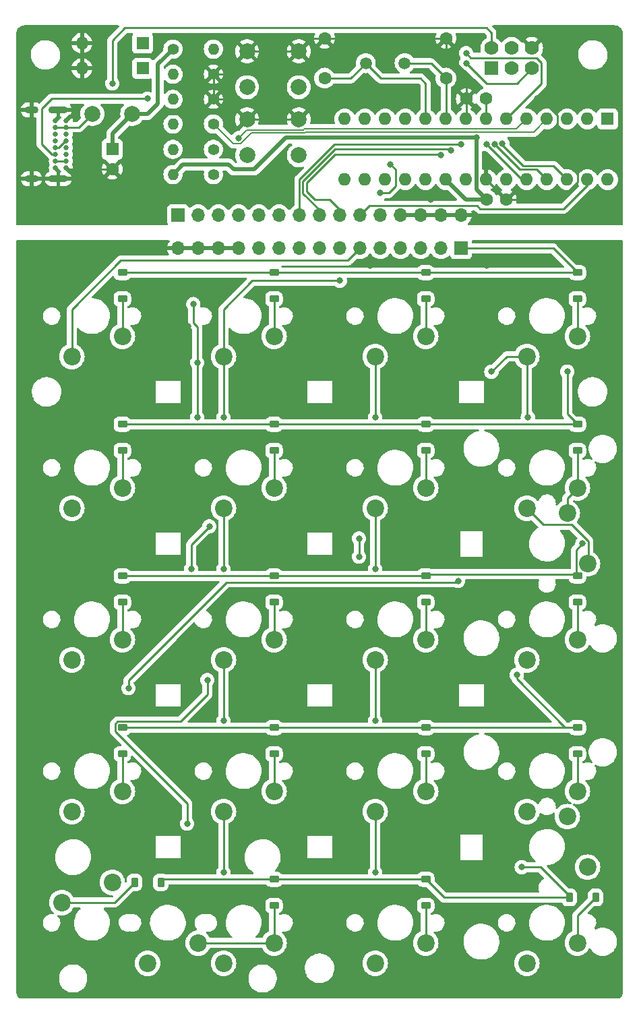
<source format=gbr>
%TF.GenerationSoftware,KiCad,Pcbnew,7.0.6*%
%TF.CreationDate,2024-02-22T13:24:58-05:00*%
%TF.ProjectId,20Key_macropad,32304b65-795f-46d6-9163-726f7061642e,rev?*%
%TF.SameCoordinates,Original*%
%TF.FileFunction,Copper,L2,Bot*%
%TF.FilePolarity,Positive*%
%FSLAX46Y46*%
G04 Gerber Fmt 4.6, Leading zero omitted, Abs format (unit mm)*
G04 Created by KiCad (PCBNEW 7.0.6) date 2024-02-22 13:24:58*
%MOMM*%
%LPD*%
G01*
G04 APERTURE LIST*
G04 Aperture macros list*
%AMRoundRect*
0 Rectangle with rounded corners*
0 $1 Rounding radius*
0 $2 $3 $4 $5 $6 $7 $8 $9 X,Y pos of 4 corners*
0 Add a 4 corners polygon primitive as box body*
4,1,4,$2,$3,$4,$5,$6,$7,$8,$9,$2,$3,0*
0 Add four circle primitives for the rounded corners*
1,1,$1+$1,$2,$3*
1,1,$1+$1,$4,$5*
1,1,$1+$1,$6,$7*
1,1,$1+$1,$8,$9*
0 Add four rect primitives between the rounded corners*
20,1,$1+$1,$2,$3,$4,$5,0*
20,1,$1+$1,$4,$5,$6,$7,0*
20,1,$1+$1,$6,$7,$8,$9,0*
20,1,$1+$1,$8,$9,$2,$3,0*%
G04 Aperture macros list end*
%TA.AperFunction,ComponentPad*%
%ADD10C,2.200000*%
%TD*%
%TA.AperFunction,ComponentPad*%
%ADD11C,1.400000*%
%TD*%
%TA.AperFunction,ComponentPad*%
%ADD12O,1.400000X1.400000*%
%TD*%
%TA.AperFunction,ComponentPad*%
%ADD13C,2.000000*%
%TD*%
%TA.AperFunction,ComponentPad*%
%ADD14C,0.650000*%
%TD*%
%TA.AperFunction,ComponentPad*%
%ADD15O,1.700000X0.900000*%
%TD*%
%TA.AperFunction,ComponentPad*%
%ADD16O,2.400000X0.900000*%
%TD*%
%TA.AperFunction,ComponentPad*%
%ADD17R,1.600000X1.600000*%
%TD*%
%TA.AperFunction,ComponentPad*%
%ADD18O,1.600000X1.600000*%
%TD*%
%TA.AperFunction,ComponentPad*%
%ADD19C,1.600000*%
%TD*%
%TA.AperFunction,ComponentPad*%
%ADD20R,1.700000X1.700000*%
%TD*%
%TA.AperFunction,ComponentPad*%
%ADD21O,1.700000X1.700000*%
%TD*%
%TA.AperFunction,ComponentPad*%
%ADD22R,1.778000X1.778000*%
%TD*%
%TA.AperFunction,ComponentPad*%
%ADD23C,1.778000*%
%TD*%
%TA.AperFunction,ComponentPad*%
%ADD24C,1.500000*%
%TD*%
%TA.AperFunction,SMDPad,CuDef*%
%ADD25RoundRect,0.225000X-0.375000X0.225000X-0.375000X-0.225000X0.375000X-0.225000X0.375000X0.225000X0*%
%TD*%
%TA.AperFunction,SMDPad,CuDef*%
%ADD26RoundRect,0.225000X-0.225000X-0.375000X0.225000X-0.375000X0.225000X0.375000X-0.225000X0.375000X0*%
%TD*%
%TA.AperFunction,SMDPad,CuDef*%
%ADD27RoundRect,0.225000X0.225000X0.375000X-0.225000X0.375000X-0.225000X-0.375000X0.225000X-0.375000X0*%
%TD*%
%TA.AperFunction,ViaPad*%
%ADD28C,0.800000*%
%TD*%
%TA.AperFunction,Conductor*%
%ADD29C,0.250000*%
%TD*%
%TA.AperFunction,Conductor*%
%ADD30C,0.500000*%
%TD*%
%TA.AperFunction,Conductor*%
%ADD31C,0.200000*%
%TD*%
G04 APERTURE END LIST*
D10*
%TO.P,SW4,1,1*%
%TO.N,col3*%
X165010000Y-74610000D03*
%TO.P,SW4,2,2*%
%TO.N,Net-(D4-A)*%
X171360000Y-72070000D03*
%TD*%
%TO.P,SW19,1,1*%
%TO.N,col2*%
X145960000Y-150810000D03*
%TO.P,SW19,2,2*%
%TO.N,Net-(D19-A)*%
X152310000Y-148270000D03*
%TD*%
%TO.P,SW9,1,1*%
%TO.N,col0*%
X107860000Y-112710000D03*
%TO.P,SW9,2,2*%
%TO.N,Net-(D9-A)*%
X114210000Y-110170000D03*
%TD*%
%TO.P,SW13,1,1*%
%TO.N,col0*%
X107860000Y-131760000D03*
%TO.P,SW13,2,2*%
%TO.N,Net-(D13-A)*%
X114210000Y-129220000D03*
%TD*%
%TO.P,SW20,1,1*%
%TO.N,col3*%
X165010000Y-150810000D03*
%TO.P,SW20,2,2*%
%TO.N,Net-(D20-A)*%
X171360000Y-148270000D03*
%TD*%
%TO.P,SW6,1,1*%
%TO.N,col1*%
X126910000Y-93660000D03*
%TO.P,SW6,2,2*%
%TO.N,Net-(D6-A)*%
X133260000Y-91120000D03*
%TD*%
%TO.P,SW7,1,1*%
%TO.N,col2*%
X145960000Y-93660000D03*
%TO.P,SW7,2,2*%
%TO.N,Net-(D7-A)*%
X152310000Y-91120000D03*
%TD*%
%TO.P,SW3,1,1*%
%TO.N,col2*%
X145960000Y-74610000D03*
%TO.P,SW3,2,2*%
%TO.N,Net-(D3-A)*%
X152310000Y-72070000D03*
%TD*%
%TO.P,SW12,1,1*%
%TO.N,col3*%
X165010000Y-112710000D03*
%TO.P,SW12,2,2*%
%TO.N,Net-(D12-A)*%
X171360000Y-110170000D03*
%TD*%
%TO.P,SW18,1,1*%
%TO.N,col1*%
X126910000Y-150810000D03*
%TO.P,SW18,2,2*%
%TO.N,Net-(D18-A)*%
X133260000Y-148270000D03*
%TD*%
%TO.P,SW11,1,1*%
%TO.N,col2*%
X145960000Y-112710000D03*
%TO.P,SW11,2,2*%
%TO.N,Net-(D11-A)*%
X152310000Y-110170000D03*
%TD*%
%TO.P,SW15,1,1*%
%TO.N,col2*%
X145960000Y-131760000D03*
%TO.P,SW15,2,2*%
%TO.N,Net-(D15-A)*%
X152310000Y-129220000D03*
%TD*%
%TO.P,SW14,1,1*%
%TO.N,col1*%
X126910000Y-131760000D03*
%TO.P,SW14,2,2*%
%TO.N,Net-(D14-A)*%
X133260000Y-129220000D03*
%TD*%
%TO.P,SW10,1,1*%
%TO.N,col1*%
X126910000Y-112710000D03*
%TO.P,SW10,2,2*%
%TO.N,Net-(D10-A)*%
X133260000Y-110170000D03*
%TD*%
%TO.P,SW16,1,1*%
%TO.N,col3*%
X165010000Y-131760000D03*
%TO.P,SW16,2,2*%
%TO.N,Net-(D16-A)*%
X171360000Y-129220000D03*
%TD*%
%TO.P,SW17,1,1*%
%TO.N,col0*%
X112940000Y-140650000D03*
%TO.P,SW17,2,2*%
%TO.N,Net-(D17-A)*%
X106590000Y-143190000D03*
%TD*%
%TO.P,SW1,1,1*%
%TO.N,col0*%
X107860000Y-74610000D03*
%TO.P,SW1,2,2*%
%TO.N,Net-(D1-A)*%
X114210000Y-72070000D03*
%TD*%
%TO.P,SW2,1,1*%
%TO.N,col1*%
X126910000Y-74610000D03*
%TO.P,SW2,2,2*%
%TO.N,Net-(D2-A)*%
X133260000Y-72070000D03*
%TD*%
%TO.P,SW8,1,1*%
%TO.N,col3*%
X165010000Y-93660000D03*
%TO.P,SW8,2,2*%
%TO.N,Net-(D8-A)*%
X171360000Y-91120000D03*
%TD*%
%TO.P,SW5,1,1*%
%TO.N,col0*%
X107860000Y-93660000D03*
%TO.P,SW5,2,2*%
%TO.N,Net-(D5-A)*%
X114210000Y-91120000D03*
%TD*%
%TO.P,SW8,1,1*%
%TO.N,col3*%
X172630000Y-100645000D03*
%TO.P,SW8,2,2*%
%TO.N,Net-(D8-A)*%
X170090000Y-94295000D03*
%TD*%
%TO.P,SW18,1,1*%
%TO.N,col1*%
X117385000Y-150810000D03*
%TO.P,SW18,2,2*%
%TO.N,Net-(D18-A)*%
X123735000Y-148270000D03*
%TD*%
%TO.P,SW16,1,1*%
%TO.N,col3*%
X172630000Y-138745000D03*
%TO.P,SW16,2,2*%
%TO.N,Net-(D16-A)*%
X170090000Y-132395000D03*
%TD*%
D11*
%TO.P,R3,1*%
%TO.N,GND*%
X125640000Y-42300000D03*
D12*
%TO.P,R3,2*%
%TO.N,Net-(J1-CC2)*%
X120560000Y-42300000D03*
%TD*%
D13*
%TO.P,BOOT1,1,1*%
%TO.N,GND*%
X129871052Y-36283872D03*
X136371052Y-36283872D03*
%TO.P,BOOT1,2,2*%
%TO.N,boot*%
X129871052Y-40783872D03*
X136371052Y-40783872D03*
%TD*%
D14*
%TO.P,J1,A1,GND*%
%TO.N,GND*%
X107140000Y-44965000D03*
%TO.P,J1,A4,VBUS*%
%TO.N,VCC*%
X107140000Y-45815000D03*
%TO.P,J1,A5,CC1*%
%TO.N,Net-(J1-CC1)*%
X107140000Y-46665000D03*
%TO.P,J1,A6,DP1*%
%TO.N,Net-(D22-K)*%
X107140000Y-47515000D03*
%TO.P,J1,A7,DN1*%
%TO.N,Net-(D21-K)*%
X107140000Y-48365000D03*
%TO.P,J1,A8,SBU1*%
%TO.N,unconnected-(J1-SBU1-PadA8)*%
X107140000Y-49215000D03*
%TO.P,J1,A9,VBUS__1*%
%TO.N,VCC*%
X107140000Y-50065000D03*
%TO.P,J1,A12,GND__1*%
%TO.N,GND*%
X107140000Y-50915000D03*
%TO.P,J1,B1,GND__2*%
X105790000Y-50915000D03*
%TO.P,J1,B4,VBUS__2*%
%TO.N,VCC*%
X105790000Y-50065000D03*
%TO.P,J1,B5,CC2*%
%TO.N,Net-(J1-CC2)*%
X105790000Y-49215000D03*
%TO.P,J1,B6,DP2*%
%TO.N,Net-(D22-K)*%
X105790000Y-48365000D03*
%TO.P,J1,B7,DN2*%
%TO.N,Net-(D21-K)*%
X105790000Y-47515000D03*
%TO.P,J1,B8,SBU2*%
%TO.N,unconnected-(J1-SBU2-PadB8)*%
X105790000Y-46665000D03*
%TO.P,J1,B9,VBUS__3*%
%TO.N,VCC*%
X105790000Y-45815000D03*
%TO.P,J1,B12,GND__3*%
%TO.N,GND*%
X105790000Y-44965000D03*
D15*
%TO.P,J1,S1,SHELL*%
X102780000Y-43615000D03*
%TO.P,J1,S2,SHELL__1*%
X102780000Y-52265000D03*
D16*
%TO.P,J1,S3,SHELL__2*%
X106160000Y-43615000D03*
%TO.P,J1,S4,SHELL__3*%
X106160000Y-52265000D03*
%TD*%
D17*
%TO.P,D21,1,K*%
%TO.N,Net-(D21-K)*%
X116750000Y-35240000D03*
D18*
%TO.P,D21,2,A*%
%TO.N,GND*%
X109130000Y-35240000D03*
%TD*%
D19*
%TO.P,C5,1*%
%TO.N,+5V*%
X159950000Y-54925000D03*
%TO.P,C5,2*%
%TO.N,GND*%
X162450000Y-54925000D03*
%TD*%
D11*
%TO.P,R5,1*%
%TO.N,D-*%
X125640000Y-48600000D03*
D12*
%TO.P,R5,2*%
%TO.N,Net-(D21-K)*%
X120560000Y-48600000D03*
%TD*%
D17*
%TO.P,C4,1*%
%TO.N,+5V*%
X112940000Y-48575000D03*
D19*
%TO.P,C4,2*%
%TO.N,GND*%
X112940000Y-51075000D03*
%TD*%
D11*
%TO.P,R6,1*%
%TO.N,RESET*%
X125640000Y-51750000D03*
D12*
%TO.P,R6,2*%
%TO.N,+5V*%
X120560000Y-51750000D03*
%TD*%
D19*
%TO.P,C3,1*%
%TO.N,+5V*%
X159910000Y-42225000D03*
%TO.P,C3,2*%
%TO.N,GND*%
X157410000Y-42225000D03*
%TD*%
D11*
%TO.P,R2,1*%
%TO.N,GND*%
X125640000Y-39150000D03*
D12*
%TO.P,R2,2*%
%TO.N,Net-(J1-CC1)*%
X120560000Y-39150000D03*
%TD*%
D13*
%TO.P,RESET1,1,1*%
%TO.N,GND*%
X129871052Y-44833872D03*
X136371052Y-44833872D03*
%TO.P,RESET1,2,2*%
%TO.N,RESET*%
X129871052Y-49333872D03*
X136371052Y-49333872D03*
%TD*%
D17*
%TO.P,D22,1,K*%
%TO.N,Net-(D22-K)*%
X116750000Y-38415000D03*
D18*
%TO.P,D22,2,A*%
%TO.N,GND*%
X109130000Y-38415000D03*
%TD*%
D13*
%TO.P,F1,1*%
%TO.N,+5V*%
X115440000Y-44130000D03*
%TO.P,F1,2*%
%TO.N,VCC*%
X110440000Y-44130000D03*
%TD*%
D20*
%TO.P,J3,1,Pin_1*%
%TO.N,row0*%
X156755000Y-61021000D03*
D21*
%TO.P,J3,2,Pin_2*%
%TO.N,row1*%
X154215000Y-61021000D03*
%TO.P,J3,3,Pin_3*%
%TO.N,row2*%
X151675000Y-61021000D03*
%TO.P,J3,4,Pin_4*%
%TO.N,row3*%
X149135000Y-61021000D03*
%TO.P,J3,5,Pin_5*%
%TO.N,row4*%
X146595000Y-61021000D03*
%TO.P,J3,6,Pin_6*%
%TO.N,col0*%
X144055000Y-61021000D03*
%TO.P,J3,7,Pin_7*%
%TO.N,col1*%
X141515000Y-61021000D03*
%TO.P,J3,8,Pin_8*%
%TO.N,col2*%
X138975000Y-61021000D03*
%TO.P,J3,9,Pin_9*%
%TO.N,col3*%
X136435000Y-61021000D03*
%TO.P,J3,10,Pin_10*%
%TO.N,LED*%
X133895000Y-61021000D03*
%TO.P,J3,11,Pin_11*%
%TO.N,+5V*%
X131355000Y-61021000D03*
%TO.P,J3,12,Pin_12*%
%TO.N,GND*%
X128815000Y-61021000D03*
%TO.P,J3,13,Pin_13*%
X126275000Y-61021000D03*
%TO.P,J3,14,Pin_14*%
X123735000Y-61021000D03*
%TO.P,J3,15,Pin_15*%
X121195000Y-61021000D03*
%TD*%
D17*
%TO.P,U1,1,~{RESET}/PC6*%
%TO.N,RESET*%
X175160000Y-44765000D03*
D18*
%TO.P,U1,2,PD0*%
%TO.N,unconnected-(U1-PD0-Pad2)*%
X172620000Y-44765000D03*
%TO.P,U1,3,PD1*%
%TO.N,unconnected-(U1-PD1-Pad3)*%
X170080000Y-44765000D03*
%TO.P,U1,4,PD2*%
%TO.N,D+*%
X167540000Y-44765000D03*
%TO.P,U1,5,PD3*%
%TO.N,D-*%
X165000000Y-44765000D03*
%TO.P,U1,6,PD4*%
%TO.N,boot*%
X162460000Y-44765000D03*
%TO.P,U1,7,VCC*%
%TO.N,+5V*%
X159920000Y-44765000D03*
%TO.P,U1,8,GND*%
%TO.N,GND*%
X157380000Y-44765000D03*
%TO.P,U1,9,XTAL1/PB6*%
%TO.N,Net-(U1-XTAL1{slash}PB6)*%
X154840000Y-44765000D03*
%TO.P,U1,10,XTAL2/PB7*%
%TO.N,Net-(U1-XTAL2{slash}PB7)*%
X152300000Y-44765000D03*
%TO.P,U1,11,PD5*%
%TO.N,unconnected-(U1-PD5-Pad11)*%
X149760000Y-44765000D03*
%TO.P,U1,12,PD6*%
%TO.N,row3*%
X147220000Y-44765000D03*
%TO.P,U1,13,PD7*%
%TO.N,row4*%
X144680000Y-44765000D03*
%TO.P,U1,14,PB0*%
%TO.N,row0*%
X142140000Y-44765000D03*
%TO.P,U1,15,PB1*%
%TO.N,row1*%
X142140000Y-52385000D03*
%TO.P,U1,16,PB2*%
%TO.N,row2*%
X144680000Y-52385000D03*
%TO.P,U1,17,PB3*%
%TO.N,MOSI*%
X147220000Y-52385000D03*
%TO.P,U1,18,PB4*%
%TO.N,MISO*%
X149760000Y-52385000D03*
%TO.P,U1,19,PB5*%
%TO.N,SCK*%
X152300000Y-52385000D03*
%TO.P,U1,20,AVCC*%
%TO.N,+5V*%
X154840000Y-52385000D03*
%TO.P,U1,21,AREF*%
%TO.N,unconnected-(U1-AREF-Pad21)*%
X157380000Y-52385000D03*
%TO.P,U1,22,GND*%
%TO.N,GND*%
X159920000Y-52385000D03*
%TO.P,U1,23,PC0*%
%TO.N,col0*%
X162460000Y-52385000D03*
%TO.P,U1,24,PC1*%
%TO.N,col1*%
X165000000Y-52385000D03*
%TO.P,U1,25,PC2*%
%TO.N,col2*%
X167540000Y-52385000D03*
%TO.P,U1,26,PC3*%
%TO.N,col3*%
X170080000Y-52385000D03*
%TO.P,U1,27,PC4*%
%TO.N,LED*%
X172620000Y-52385000D03*
%TO.P,U1,28,PC5*%
%TO.N,unconnected-(U1-PC5-Pad28)*%
X175160000Y-52385000D03*
%TD*%
D19*
%TO.P,C2,1*%
%TO.N,Net-(U1-XTAL2{slash}PB7)*%
X139610000Y-39645000D03*
%TO.P,C2,2*%
%TO.N,GND*%
X139610000Y-34645000D03*
%TD*%
D20*
%TO.P,J2,1,Pin_1*%
%TO.N,row0*%
X121195000Y-56830000D03*
D21*
%TO.P,J2,2,Pin_2*%
%TO.N,row1*%
X123735000Y-56830000D03*
%TO.P,J2,3,Pin_3*%
%TO.N,row2*%
X126275000Y-56830000D03*
%TO.P,J2,4,Pin_4*%
%TO.N,row3*%
X128815000Y-56830000D03*
%TO.P,J2,5,Pin_5*%
%TO.N,row4*%
X131355000Y-56830000D03*
%TO.P,J2,6,Pin_6*%
%TO.N,col0*%
X133895000Y-56830000D03*
%TO.P,J2,7,Pin_7*%
%TO.N,col1*%
X136435000Y-56830000D03*
%TO.P,J2,8,Pin_8*%
%TO.N,col2*%
X138975000Y-56830000D03*
%TO.P,J2,9,Pin_9*%
%TO.N,col3*%
X141515000Y-56830000D03*
%TO.P,J2,10,Pin_10*%
%TO.N,LED*%
X144055000Y-56830000D03*
%TO.P,J2,11,Pin_11*%
%TO.N,+5V*%
X146595000Y-56830000D03*
%TO.P,J2,12,Pin_12*%
%TO.N,GND*%
X149135000Y-56830000D03*
%TO.P,J2,13,Pin_13*%
X151675000Y-56830000D03*
%TO.P,J2,14,Pin_14*%
X154215000Y-56830000D03*
%TO.P,J2,15,Pin_15*%
X156755000Y-56830000D03*
%TD*%
D22*
%TO.P,X1,1,MISO*%
%TO.N,MISO*%
X160565000Y-38415000D03*
D23*
%TO.P,X1,2,VCC*%
%TO.N,VCC*%
X160565000Y-35875000D03*
%TO.P,X1,3,SCK*%
%TO.N,SCK*%
X163105000Y-38415000D03*
%TO.P,X1,4,MOSI*%
%TO.N,MOSI*%
X163105000Y-35875000D03*
%TO.P,X1,5,RST*%
%TO.N,RESET*%
X165645000Y-38415000D03*
%TO.P,X1,6,GND*%
%TO.N,GND*%
X165645000Y-35875000D03*
%TD*%
D11*
%TO.P,R4,1*%
%TO.N,D+*%
X125640000Y-45400000D03*
D12*
%TO.P,R4,2*%
%TO.N,Net-(D22-K)*%
X120560000Y-45400000D03*
%TD*%
D19*
%TO.P,C1,1*%
%TO.N,Net-(U1-XTAL1{slash}PB6)*%
X154850000Y-39645000D03*
%TO.P,C1,2*%
%TO.N,GND*%
X154850000Y-34645000D03*
%TD*%
D24*
%TO.P,Y1,1,1*%
%TO.N,Net-(U1-XTAL2{slash}PB7)*%
X144780000Y-37780000D03*
%TO.P,Y1,2,2*%
%TO.N,Net-(U1-XTAL1{slash}PB6)*%
X149660000Y-37780000D03*
%TD*%
D11*
%TO.P,R1,1*%
%TO.N,+5V*%
X120560000Y-36000000D03*
D12*
%TO.P,R1,2*%
%TO.N,Net-(D21-K)*%
X125640000Y-36000000D03*
%TD*%
D25*
%TO.P,D19,1,K*%
%TO.N,row4*%
X152310000Y-140270000D03*
%TO.P,D19,2,A*%
%TO.N,Net-(D19-A)*%
X152310000Y-143570000D03*
%TD*%
D26*
%TO.P,D20,1,K*%
%TO.N,row4*%
X170345000Y-142555000D03*
%TO.P,D20,2,A*%
%TO.N,Net-(D20-A)*%
X173645000Y-142555000D03*
%TD*%
D25*
%TO.P,D11,1,K*%
%TO.N,row2*%
X152310000Y-102170000D03*
%TO.P,D11,2,A*%
%TO.N,Net-(D11-A)*%
X152310000Y-105470000D03*
%TD*%
%TO.P,D9,1,K*%
%TO.N,row2*%
X114210000Y-102170000D03*
%TO.P,D9,2,A*%
%TO.N,Net-(D9-A)*%
X114210000Y-105470000D03*
%TD*%
%TO.P,D14,1,K*%
%TO.N,row3*%
X133260000Y-121220000D03*
%TO.P,D14,2,A*%
%TO.N,Net-(D14-A)*%
X133260000Y-124520000D03*
%TD*%
%TO.P,D16,1,K*%
%TO.N,row3*%
X171360000Y-121220000D03*
%TO.P,D16,2,A*%
%TO.N,Net-(D16-A)*%
X171360000Y-124520000D03*
%TD*%
%TO.P,D3,1,K*%
%TO.N,row0*%
X152310000Y-64070000D03*
%TO.P,D3,2,A*%
%TO.N,Net-(D3-A)*%
X152310000Y-67370000D03*
%TD*%
%TO.P,D7,1,K*%
%TO.N,row1*%
X152310000Y-83120000D03*
%TO.P,D7,2,A*%
%TO.N,Net-(D7-A)*%
X152310000Y-86420000D03*
%TD*%
%TO.P,D8,1,K*%
%TO.N,row1*%
X171360000Y-83120000D03*
%TO.P,D8,2,A*%
%TO.N,Net-(D8-A)*%
X171360000Y-86420000D03*
%TD*%
%TO.P,D15,1,K*%
%TO.N,row3*%
X152310000Y-121220000D03*
%TO.P,D15,2,A*%
%TO.N,Net-(D15-A)*%
X152310000Y-124520000D03*
%TD*%
D27*
%TO.P,D17,1,K*%
%TO.N,row4*%
X119035000Y-140650000D03*
%TO.P,D17,2,A*%
%TO.N,Net-(D17-A)*%
X115735000Y-140650000D03*
%TD*%
D25*
%TO.P,D13,1,K*%
%TO.N,row3*%
X114210000Y-121220000D03*
%TO.P,D13,2,A*%
%TO.N,Net-(D13-A)*%
X114210000Y-124520000D03*
%TD*%
%TO.P,D4,1,K*%
%TO.N,row0*%
X171360000Y-64070000D03*
%TO.P,D4,2,A*%
%TO.N,Net-(D4-A)*%
X171360000Y-67370000D03*
%TD*%
%TO.P,D5,1,K*%
%TO.N,row1*%
X114210000Y-83120000D03*
%TO.P,D5,2,A*%
%TO.N,Net-(D5-A)*%
X114210000Y-86420000D03*
%TD*%
%TO.P,D1,1,K*%
%TO.N,row0*%
X114210000Y-64070000D03*
%TO.P,D1,2,A*%
%TO.N,Net-(D1-A)*%
X114210000Y-67370000D03*
%TD*%
%TO.P,D18,1,K*%
%TO.N,row4*%
X133260000Y-140270000D03*
%TO.P,D18,2,A*%
%TO.N,Net-(D18-A)*%
X133260000Y-143570000D03*
%TD*%
%TO.P,D12,1,K*%
%TO.N,row2*%
X171360000Y-102170000D03*
%TO.P,D12,2,A*%
%TO.N,Net-(D12-A)*%
X171360000Y-105470000D03*
%TD*%
%TO.P,D2,1,K*%
%TO.N,row0*%
X133260000Y-64070000D03*
%TO.P,D2,2,A*%
%TO.N,Net-(D2-A)*%
X133260000Y-67370000D03*
%TD*%
%TO.P,D6,1,K*%
%TO.N,row1*%
X133260000Y-83120000D03*
%TO.P,D6,2,A*%
%TO.N,Net-(D6-A)*%
X133260000Y-86420000D03*
%TD*%
%TO.P,D10,1,K*%
%TO.N,row2*%
X133260000Y-102170000D03*
%TO.P,D10,2,A*%
%TO.N,Net-(D10-A)*%
X133260000Y-105470000D03*
%TD*%
D28*
%TO.N,GND*%
X154850000Y-133030000D03*
X153326000Y-79690000D03*
X115226000Y-79690000D03*
X114210000Y-98740000D03*
X133514000Y-98740000D03*
X153072000Y-98994000D03*
X132752000Y-118044000D03*
X151294000Y-118044000D03*
X154342000Y-113472000D03*
X128688000Y-78166000D03*
X124878000Y-124140000D03*
X118782000Y-130490000D03*
X132244000Y-79944000D03*
X125386000Y-85532000D03*
X119798000Y-89850000D03*
X139102000Y-123886000D03*
%TO.N,+5V*%
X122338000Y-133284000D03*
X124878000Y-115250000D03*
X122846000Y-101280000D03*
X125132000Y-95946000D03*
%TO.N,Net-(LED6-DOUT)*%
X114972000Y-116266000D03*
X156374000Y-102804000D03*
%TO.N,+5V*%
X143928000Y-97470000D03*
X143928000Y-99756000D03*
X123608000Y-82230000D03*
X123608000Y-75372000D03*
X123118495Y-68024495D03*
%TO.N,GND*%
X159930000Y-63180000D03*
X172630000Y-48575000D03*
X133895000Y-51750000D03*
X122465000Y-70800000D03*
X145325000Y-63180000D03*
X126910000Y-66355000D03*
X170090000Y-48575000D03*
X166280000Y-48575000D03*
X163105000Y-123505000D03*
X145960000Y-66355000D03*
X167550000Y-62545000D03*
X163105000Y-118425000D03*
X166915000Y-84770000D03*
X153580000Y-42225000D03*
X152945000Y-54925000D03*
X166280000Y-42225000D03*
%TO.N,row1*%
X170090000Y-76515000D03*
%TO.N,row2*%
X171995000Y-98105000D03*
%TO.N,row3*%
X163740000Y-114615000D03*
%TO.N,row4*%
X164375000Y-138745000D03*
X146595000Y-54075500D03*
X147865000Y-50480000D03*
%TO.N,col1*%
X159930000Y-47940000D03*
X156755000Y-47984000D03*
X126910000Y-82230000D03*
X126910000Y-120330000D03*
X141515000Y-65085000D03*
X126910000Y-101280000D03*
X126910000Y-139380000D03*
%TO.N,col2*%
X145960000Y-82230000D03*
X145960000Y-139380000D03*
X145960000Y-101280000D03*
X160942051Y-47927452D03*
X155485000Y-48708500D03*
X145960000Y-120330000D03*
%TO.N,col3*%
X165144245Y-82230000D03*
X161939656Y-47865892D03*
X154215000Y-49299500D03*
X160565000Y-76515000D03*
%TO.N,RESET*%
X157390000Y-37780000D03*
%TO.N,+5V*%
X158660000Y-47134500D03*
%TO.N,Net-(J1-CC2)*%
X117385000Y-42225000D03*
%TO.N,boot*%
X157390000Y-36510000D03*
%TO.N,D-*%
X128815000Y-47175500D03*
%TO.N,VCC*%
X112940000Y-40320000D03*
%TD*%
D29*
%TO.N,+5V*%
X113285000Y-121672817D02*
X122338000Y-130725817D01*
X122338000Y-130725817D02*
X122338000Y-133284000D01*
X113285000Y-120767183D02*
X113285000Y-121672817D01*
X113607183Y-120445000D02*
X113285000Y-120767183D01*
X121505000Y-120445000D02*
X113607183Y-120445000D01*
X124878000Y-117072000D02*
X121505000Y-120445000D01*
X124878000Y-115250000D02*
X124878000Y-117072000D01*
X122846000Y-98232000D02*
X122846000Y-101280000D01*
X125132000Y-95946000D02*
X122846000Y-98232000D01*
%TO.N,Net-(LED6-DOUT)*%
X114972000Y-115295588D02*
X114972000Y-116266000D01*
X127322588Y-102945000D02*
X114972000Y-115295588D01*
X156233000Y-102945000D02*
X127322588Y-102945000D01*
X156374000Y-102804000D02*
X156233000Y-102945000D01*
%TO.N,+5V*%
X143928000Y-97470000D02*
X143928000Y-99756000D01*
X123608000Y-75372000D02*
X123608000Y-82230000D01*
X123608000Y-70917695D02*
X123608000Y-75372000D01*
X123118495Y-70428190D02*
X123608000Y-70917695D01*
X123118495Y-68024495D02*
X123118495Y-70428190D01*
%TO.N,Net-(U1-XTAL1{slash}PB6)*%
X152985000Y-37780000D02*
X154850000Y-39645000D01*
X154850000Y-39645000D02*
X154850000Y-44755000D01*
X149660000Y-37780000D02*
X152985000Y-37780000D01*
%TO.N,GND*%
X125640000Y-42300000D02*
X125640000Y-39150000D01*
X168820000Y-47305000D02*
X168820000Y-44285000D01*
X127004924Y-39150000D02*
X129871052Y-36283872D01*
X169130991Y-54925000D02*
X171360000Y-52695991D01*
X139610000Y-34645000D02*
X154850000Y-34645000D01*
X138009924Y-34645000D02*
X136371052Y-36283872D01*
X171360000Y-49845000D02*
X170090000Y-48575000D01*
X112940000Y-51075000D02*
X107300000Y-51075000D01*
X166760000Y-42225000D02*
X166280000Y-42225000D01*
X125640000Y-39150000D02*
X127004924Y-39150000D01*
X129871052Y-44833872D02*
X136371052Y-44833872D01*
X171360000Y-52695991D02*
X171360000Y-49845000D01*
X157410000Y-39070000D02*
X154850000Y-36510000D01*
X157410000Y-42225000D02*
X157410000Y-44735000D01*
X119885000Y-44130000D02*
X123810000Y-44130000D01*
X127337180Y-42300000D02*
X129871052Y-44833872D01*
X170090000Y-48575000D02*
X168820000Y-47305000D01*
X125640000Y-42300000D02*
X127337180Y-42300000D01*
X162450000Y-54925000D02*
X159920000Y-52395000D01*
X168820000Y-44285000D02*
X166760000Y-42225000D01*
X129871052Y-36283872D02*
X136371052Y-36283872D01*
X162450000Y-54925000D02*
X169130991Y-54925000D01*
X107300000Y-51075000D02*
X107140000Y-50915000D01*
X112940000Y-51075000D02*
X119885000Y-44130000D01*
X123810000Y-44130000D02*
X125640000Y-42300000D01*
X157410000Y-42225000D02*
X157410000Y-39070000D01*
X154850000Y-36510000D02*
X154850000Y-34645000D01*
X139610000Y-34645000D02*
X138009924Y-34645000D01*
%TO.N,Net-(U1-XTAL2{slash}PB7)*%
X152300000Y-40310000D02*
X152300000Y-44765000D01*
X142875000Y-39685000D02*
X139650000Y-39685000D01*
X144780000Y-37780000D02*
X142875000Y-39685000D01*
X151675000Y-39685000D02*
X152300000Y-40310000D01*
X146685000Y-39685000D02*
X151675000Y-39685000D01*
X144780000Y-37780000D02*
X146685000Y-39685000D01*
%TO.N,row0*%
X171360000Y-64070000D02*
X152310000Y-64070000D01*
X168311000Y-61021000D02*
X171360000Y-64070000D01*
X152310000Y-64070000D02*
X133260000Y-64070000D01*
X156755000Y-61021000D02*
X168311000Y-61021000D01*
X133260000Y-64070000D02*
X114210000Y-64070000D01*
%TO.N,Net-(D1-A)*%
X114210000Y-67370000D02*
X114210000Y-72070000D01*
%TO.N,Net-(D2-A)*%
X133260000Y-67370000D02*
X133260000Y-72070000D01*
%TO.N,Net-(D3-A)*%
X152310000Y-67370000D02*
X152310000Y-72070000D01*
%TO.N,Net-(D4-A)*%
X171360000Y-67370000D02*
X171360000Y-72070000D01*
%TO.N,row1*%
X170090000Y-76515000D02*
X170090000Y-81850000D01*
X170090000Y-81850000D02*
X171360000Y-83120000D01*
X171360000Y-83120000D02*
X152310000Y-83120000D01*
X152310000Y-83120000D02*
X133260000Y-83120000D01*
X133260000Y-83120000D02*
X114210000Y-83120000D01*
%TO.N,Net-(D5-A)*%
X114210000Y-86420000D02*
X114210000Y-91120000D01*
%TO.N,Net-(D6-A)*%
X133260000Y-86420000D02*
X133260000Y-91120000D01*
%TO.N,Net-(D7-A)*%
X152310000Y-86420000D02*
X152310000Y-91120000D01*
%TO.N,Net-(D8-A)*%
X170090000Y-94295000D02*
X170090000Y-92390000D01*
X170090000Y-92390000D02*
X171360000Y-91120000D01*
X171360000Y-86420000D02*
X171360000Y-91120000D01*
%TO.N,row2*%
X152310000Y-102170000D02*
X133260000Y-102170000D01*
X133260000Y-102170000D02*
X114210000Y-102170000D01*
X171205000Y-98895000D02*
X171205000Y-102015000D01*
X171995000Y-98105000D02*
X171205000Y-98895000D01*
X171150000Y-101960000D02*
X152520000Y-101960000D01*
%TO.N,Net-(D9-A)*%
X114210000Y-105470000D02*
X114210000Y-110170000D01*
%TO.N,Net-(D10-A)*%
X133260000Y-105470000D02*
X133260000Y-110170000D01*
%TO.N,Net-(D11-A)*%
X152310000Y-105470000D02*
X152310000Y-110170000D01*
%TO.N,Net-(D12-A)*%
X171360000Y-105470000D02*
X171360000Y-110170000D01*
%TO.N,row3*%
X169829500Y-121220000D02*
X171360000Y-121220000D01*
X163740000Y-114615000D02*
X163740000Y-115130500D01*
X171360000Y-121220000D02*
X152310000Y-121220000D01*
X152310000Y-121220000D02*
X133260000Y-121220000D01*
X133260000Y-121220000D02*
X114210000Y-121220000D01*
X163740000Y-115130500D02*
X169829500Y-121220000D01*
%TO.N,Net-(D13-A)*%
X114210000Y-124520000D02*
X114210000Y-129220000D01*
%TO.N,Net-(D14-A)*%
X133260000Y-124520000D02*
X133260000Y-129220000D01*
%TO.N,Net-(D16-A)*%
X171360000Y-124520000D02*
X171360000Y-129220000D01*
%TO.N,row4*%
X148500000Y-51115000D02*
X147865000Y-50480000D01*
X170345000Y-142555000D02*
X154595000Y-142555000D01*
X133260000Y-140270000D02*
X119415000Y-140270000D01*
X164375000Y-138745000D02*
X166742412Y-138745000D01*
X166742412Y-138745000D02*
X170345000Y-142347588D01*
X148500000Y-53230250D02*
X148500000Y-51115000D01*
X146595000Y-54075500D02*
X147654750Y-54075500D01*
X119415000Y-140270000D02*
X119035000Y-140650000D01*
X154595000Y-142555000D02*
X152310000Y-140270000D01*
X132245000Y-140270000D02*
X133260000Y-140270000D01*
X147654750Y-54075500D02*
X148500000Y-53230250D01*
X152310000Y-140270000D02*
X132245000Y-140270000D01*
%TO.N,Net-(D17-A)*%
X113195000Y-143190000D02*
X106590000Y-143190000D01*
X115735000Y-140650000D02*
X113195000Y-143190000D01*
%TO.N,Net-(D18-A)*%
X123735000Y-148270000D02*
X133260000Y-148270000D01*
X133260000Y-143570000D02*
X133260000Y-148270000D01*
%TO.N,Net-(D19-A)*%
X152310000Y-143570000D02*
X152310000Y-148270000D01*
%TO.N,Net-(D20-A)*%
X171360000Y-144840000D02*
X171360000Y-148270000D01*
X173645000Y-142555000D02*
X171360000Y-144840000D01*
%TO.N,LED*%
X158755000Y-55655000D02*
X159150000Y-56050000D01*
X145230000Y-55655000D02*
X158755000Y-55655000D01*
X169600000Y-56050000D02*
X172630000Y-53020000D01*
X144055000Y-56830000D02*
X145230000Y-55655000D01*
X159150000Y-56050000D02*
X169600000Y-56050000D01*
%TO.N,col0*%
X144055000Y-61021000D02*
X142531000Y-62545000D01*
X114026243Y-62545000D02*
X142531000Y-62545000D01*
X107860000Y-68711243D02*
X107860000Y-74610000D01*
X114026243Y-62545000D02*
X107860000Y-68711243D01*
%TO.N,col1*%
X126910000Y-74610000D02*
X126910000Y-82230000D01*
X130536243Y-65085000D02*
X126910000Y-68711243D01*
X136435000Y-52382208D02*
X136435000Y-56830000D01*
X126910000Y-131760000D02*
X126910000Y-139380000D01*
X126910000Y-112710000D02*
X126910000Y-120330000D01*
X126910000Y-93660000D02*
X126910000Y-101280000D01*
X159930000Y-47940000D02*
X164375000Y-52385000D01*
X126910000Y-68711243D02*
X126910000Y-74610000D01*
X140833208Y-47984000D02*
X136435000Y-52382208D01*
X156755000Y-47984000D02*
X140833208Y-47984000D01*
X141515000Y-65085000D02*
X130536243Y-65085000D01*
%TO.N,col2*%
X166270000Y-51115000D02*
X167540000Y-52385000D01*
X145960000Y-131760000D02*
X145960000Y-139380000D01*
X160942051Y-47927452D02*
X164129599Y-51115000D01*
X145960000Y-93660000D02*
X145960000Y-101280000D01*
X145960000Y-112710000D02*
X145960000Y-120330000D01*
X155351500Y-48575000D02*
X140878604Y-48575000D01*
X155485000Y-48708500D02*
X155351500Y-48575000D01*
X136885000Y-54105000D02*
X138975000Y-56195000D01*
X136885000Y-52568604D02*
X136885000Y-54105000D01*
X164129599Y-51115000D02*
X166270000Y-51115000D01*
X145960000Y-74610000D02*
X145960000Y-82230000D01*
X140878604Y-48575000D02*
X136885000Y-52568604D01*
%TO.N,col3*%
X154215000Y-49299500D02*
X154125500Y-49210000D01*
X161939656Y-48044656D02*
X164560000Y-50665000D01*
X137335000Y-52755000D02*
X137335000Y-53920000D01*
X138340000Y-54925000D02*
X140245000Y-54925000D01*
X140245000Y-54925000D02*
X141515000Y-56195000D01*
X137335000Y-53920000D02*
X138340000Y-54925000D01*
X165010000Y-74610000D02*
X165010000Y-82095755D01*
X164560000Y-50665000D02*
X168360000Y-50665000D01*
X140880000Y-49210000D02*
X137335000Y-52755000D01*
X154125500Y-49210000D02*
X140880000Y-49210000D01*
X170645305Y-95730000D02*
X172720000Y-97804695D01*
X165010000Y-82095755D02*
X165144245Y-82230000D01*
X162470000Y-74610000D02*
X165010000Y-74610000D01*
X167080000Y-95730000D02*
X170645305Y-95730000D01*
X165010000Y-93660000D02*
X167080000Y-95730000D01*
X172720000Y-97804695D02*
X172720000Y-100555000D01*
X168360000Y-50665000D02*
X170080000Y-52385000D01*
X160565000Y-76515000D02*
X162470000Y-74610000D01*
X161939656Y-47865892D02*
X161939656Y-48044656D01*
%TO.N,RESET*%
X159930000Y-40320000D02*
X163740000Y-40320000D01*
X163740000Y-40320000D02*
X165645000Y-38415000D01*
X157390000Y-37780000D02*
X159930000Y-40320000D01*
D30*
%TO.N,+5V*%
X118655000Y-37905000D02*
X120560000Y-36000000D01*
X115440000Y-44130000D02*
X117385000Y-44130000D01*
X130747767Y-51115000D02*
X128180000Y-51115000D01*
X157380000Y-54925000D02*
X154840000Y-52385000D01*
X134728267Y-47134500D02*
X130747767Y-51115000D01*
X158660000Y-47134500D02*
X158660000Y-53635000D01*
D29*
X159910000Y-42225000D02*
X159910000Y-44755000D01*
D30*
X112940000Y-46630000D02*
X112940000Y-48575000D01*
X115440000Y-44130000D02*
X112940000Y-46630000D01*
X127565000Y-50500000D02*
X121810000Y-50500000D01*
X158660000Y-47134500D02*
X134728267Y-47134500D01*
X158660000Y-53635000D02*
X159950000Y-54925000D01*
X118655000Y-42860000D02*
X118655000Y-37905000D01*
X157380000Y-54925000D02*
X159950000Y-54925000D01*
X121810000Y-50500000D02*
X120560000Y-51750000D01*
X128180000Y-51115000D02*
X127565000Y-50500000D01*
X117385000Y-44130000D02*
X118655000Y-42860000D01*
D29*
%TO.N,Net-(J1-CC2)*%
X105330381Y-49215000D02*
X105790000Y-49215000D01*
X105320000Y-42225000D02*
X104050000Y-43495000D01*
X117385000Y-42225000D02*
X105320000Y-42225000D01*
X104050000Y-47934619D02*
X105330381Y-49215000D01*
X104050000Y-43495000D02*
X104050000Y-47934619D01*
%TO.N,boot*%
X157390000Y-36510000D02*
X157969000Y-37089000D01*
X166859000Y-37724000D02*
X166859000Y-40366000D01*
X166224000Y-37089000D02*
X166859000Y-37724000D01*
X157969000Y-37089000D02*
X166224000Y-37089000D01*
X166859000Y-40366000D02*
X162460000Y-44765000D01*
D31*
%TO.N,D+*%
X128115500Y-47875500D02*
X129104950Y-47875500D01*
X130446578Y-46533872D02*
X137075215Y-46533872D01*
X125640000Y-45400000D02*
X128115500Y-47875500D01*
X137075215Y-46533872D02*
X137174087Y-46435000D01*
X129104950Y-47875500D02*
X130446578Y-46533872D01*
X137174087Y-46435000D02*
X165870000Y-46435000D01*
X165870000Y-46435000D02*
X167540000Y-44765000D01*
%TO.N,D-*%
X129856628Y-46133872D02*
X136909530Y-46133872D01*
X136909530Y-46133872D02*
X137008402Y-46035000D01*
X137008402Y-46035000D02*
X163730000Y-46035000D01*
X128815000Y-47175500D02*
X129856628Y-46133872D01*
X163730000Y-46035000D02*
X165000000Y-44765000D01*
D29*
%TO.N,Net-(D15-A)*%
X152310000Y-124520000D02*
X152310000Y-129220000D01*
%TO.N,VCC*%
X160565000Y-33970000D02*
X159930000Y-33335000D01*
X160565000Y-35875000D02*
X160565000Y-33970000D01*
X114527500Y-33335000D02*
X112940000Y-34922500D01*
X159930000Y-33335000D02*
X114527500Y-33335000D01*
X107140000Y-45815000D02*
X105790000Y-45815000D01*
X105790000Y-50065000D02*
X107140000Y-50065000D01*
X112940000Y-34922500D02*
X112940000Y-40320000D01*
X108755000Y-45815000D02*
X110440000Y-44130000D01*
X107140000Y-45815000D02*
X108755000Y-45815000D01*
%TO.N,Net-(D22-K)*%
X105790000Y-48365000D02*
X106220761Y-48365000D01*
X106220761Y-48365000D02*
X107070761Y-47515000D01*
%TD*%
%TA.AperFunction,Conductor*%
%TO.N,GND*%
G36*
X106080394Y-50867342D02*
G01*
X106124188Y-50895635D01*
X106490742Y-51262189D01*
X106524227Y-51323512D01*
X106519243Y-51393204D01*
X106490742Y-51437551D01*
X106410000Y-51518292D01*
X106410000Y-51965000D01*
X105909999Y-51965000D01*
X105909999Y-51388552D01*
X105623628Y-51102181D01*
X105590143Y-51040858D01*
X105595118Y-50971278D01*
X105629613Y-51042905D01*
X105700992Y-51099827D01*
X105767468Y-51115000D01*
X105812532Y-51115000D01*
X105879008Y-51099827D01*
X105950387Y-51042905D01*
X105990000Y-50960649D01*
X105990000Y-50869351D01*
X105988724Y-50866702D01*
X106010727Y-50862026D01*
X106080394Y-50867342D01*
G37*
%TD.AperFunction*%
%TA.AperFunction,Conductor*%
G36*
X109362722Y-42870185D02*
G01*
X109408477Y-42922989D01*
X109418421Y-42992147D01*
X109389396Y-43055703D01*
X109386937Y-43058455D01*
X109350831Y-43097678D01*
X109251833Y-43205217D01*
X109115826Y-43413393D01*
X109015936Y-43641118D01*
X108954892Y-43882175D01*
X108954890Y-43882187D01*
X108934357Y-44129994D01*
X108934357Y-44130005D01*
X108954890Y-44377812D01*
X108954892Y-44377824D01*
X109008863Y-44590949D01*
X109006238Y-44660769D01*
X108976338Y-44709070D01*
X108532228Y-45153181D01*
X108470905Y-45186666D01*
X108444547Y-45189500D01*
X108083664Y-45189500D01*
X108016625Y-45169815D01*
X107970870Y-45117011D01*
X107960343Y-45052538D01*
X107969543Y-44965000D01*
X107951415Y-44792526D01*
X107951414Y-44792523D01*
X107897826Y-44627595D01*
X107873349Y-44585202D01*
X107474187Y-44984364D01*
X107412864Y-45017849D01*
X107360726Y-45017974D01*
X107338724Y-45013297D01*
X107340000Y-45010649D01*
X107340000Y-44919351D01*
X107300387Y-44837095D01*
X107229008Y-44780173D01*
X107162532Y-44765000D01*
X107117468Y-44765000D01*
X107050992Y-44780173D01*
X106979613Y-44837095D01*
X106946816Y-44905197D01*
X106938571Y-44847853D01*
X106967596Y-44784297D01*
X106973628Y-44777819D01*
X107487189Y-44264257D01*
X107548512Y-44230772D01*
X107611439Y-44235272D01*
X107632246Y-44233952D01*
X107720368Y-44120108D01*
X107720370Y-44120105D01*
X107805457Y-43946643D01*
X107826596Y-43865000D01*
X107076111Y-43865000D01*
X107115610Y-43840543D01*
X107183201Y-43751038D01*
X107213895Y-43643160D01*
X107203546Y-43531479D01*
X107153552Y-43431078D01*
X107081069Y-43365000D01*
X107830471Y-43365000D01*
X107767314Y-43194472D01*
X107767312Y-43194468D01*
X107671088Y-43040092D01*
X107652332Y-42972787D01*
X107672941Y-42906026D01*
X107726372Y-42861005D01*
X107776320Y-42850500D01*
X109295683Y-42850500D01*
X109362722Y-42870185D01*
G37*
%TD.AperFunction*%
%TA.AperFunction,Conductor*%
G36*
X106410000Y-44361705D02*
G01*
X106490742Y-44442447D01*
X106524227Y-44503770D01*
X106519243Y-44573462D01*
X106490742Y-44617809D01*
X106124187Y-44984364D01*
X106062864Y-45017849D01*
X106010726Y-45017974D01*
X105988724Y-45013297D01*
X105990000Y-45010649D01*
X105990000Y-44919351D01*
X105950387Y-44837095D01*
X105879008Y-44780173D01*
X105812532Y-44765000D01*
X105767468Y-44765000D01*
X105700992Y-44780173D01*
X105629613Y-44837095D01*
X105596816Y-44905197D01*
X105588571Y-44847853D01*
X105617596Y-44784297D01*
X105623628Y-44777819D01*
X105909998Y-44491447D01*
X105909999Y-44491446D01*
X105910000Y-43915000D01*
X106410000Y-43915000D01*
X106410000Y-44361705D01*
G37*
%TD.AperFunction*%
%TA.AperFunction,Conductor*%
G36*
X113740087Y-33025185D02*
G01*
X113785842Y-33077989D01*
X113795786Y-33147147D01*
X113766761Y-33210703D01*
X113760733Y-33217176D01*
X113548964Y-33428945D01*
X112556208Y-34421699D01*
X112543951Y-34431520D01*
X112544134Y-34431741D01*
X112538123Y-34436713D01*
X112490772Y-34487136D01*
X112469889Y-34508019D01*
X112469877Y-34508032D01*
X112465621Y-34513517D01*
X112461837Y-34517947D01*
X112429937Y-34551918D01*
X112429936Y-34551920D01*
X112420284Y-34569476D01*
X112409610Y-34585726D01*
X112397329Y-34601561D01*
X112397324Y-34601568D01*
X112378815Y-34644338D01*
X112376245Y-34649584D01*
X112353803Y-34690406D01*
X112348822Y-34709807D01*
X112342521Y-34728210D01*
X112334562Y-34746602D01*
X112334561Y-34746605D01*
X112327271Y-34792627D01*
X112326087Y-34798346D01*
X112314501Y-34843472D01*
X112314500Y-34843482D01*
X112314500Y-34863516D01*
X112312973Y-34882913D01*
X112309840Y-34902696D01*
X112311376Y-34918940D01*
X112314225Y-34949083D01*
X112314500Y-34954921D01*
X112314500Y-39621312D01*
X112294815Y-39688351D01*
X112282650Y-39704284D01*
X112207466Y-39787784D01*
X112112821Y-39951715D01*
X112112818Y-39951722D01*
X112057302Y-40122585D01*
X112054326Y-40131744D01*
X112034540Y-40320000D01*
X112054326Y-40508256D01*
X112054327Y-40508259D01*
X112112818Y-40688277D01*
X112112821Y-40688284D01*
X112207467Y-40852216D01*
X112290265Y-40944172D01*
X112334129Y-40992888D01*
X112487265Y-41104148D01*
X112487270Y-41104151D01*
X112660192Y-41181142D01*
X112660197Y-41181144D01*
X112845354Y-41220500D01*
X112845355Y-41220500D01*
X113034644Y-41220500D01*
X113034646Y-41220500D01*
X113219803Y-41181144D01*
X113392730Y-41104151D01*
X113545871Y-40992888D01*
X113672533Y-40852216D01*
X113767179Y-40688284D01*
X113825674Y-40508256D01*
X113845460Y-40320000D01*
X113825674Y-40131744D01*
X113767179Y-39951716D01*
X113672533Y-39787784D01*
X113656876Y-39770395D01*
X113597350Y-39704284D01*
X113567120Y-39641292D01*
X113565500Y-39621312D01*
X113565500Y-35232952D01*
X113585185Y-35165913D01*
X113601819Y-35145271D01*
X114750272Y-33996819D01*
X114811595Y-33963334D01*
X114837953Y-33960500D01*
X115436026Y-33960500D01*
X115503065Y-33980185D01*
X115548820Y-34032989D01*
X115558764Y-34102147D01*
X115535293Y-34158811D01*
X115506204Y-34197668D01*
X115506202Y-34197671D01*
X115455908Y-34332517D01*
X115449501Y-34392116D01*
X115449501Y-34392123D01*
X115449500Y-34392135D01*
X115449500Y-36087870D01*
X115449501Y-36087876D01*
X115455908Y-36147483D01*
X115506202Y-36282328D01*
X115506206Y-36282335D01*
X115592452Y-36397544D01*
X115592455Y-36397547D01*
X115707664Y-36483793D01*
X115707671Y-36483797D01*
X115842517Y-36534091D01*
X115842516Y-36534091D01*
X115849444Y-36534835D01*
X115902127Y-36540500D01*
X117597872Y-36540499D01*
X117657483Y-36534091D01*
X117792331Y-36483796D01*
X117907546Y-36397546D01*
X117993796Y-36282331D01*
X118044091Y-36147483D01*
X118050500Y-36087873D01*
X118050499Y-34392128D01*
X118044091Y-34332517D01*
X118038437Y-34317359D01*
X117993797Y-34197671D01*
X117993795Y-34197668D01*
X117990128Y-34192770D01*
X117964707Y-34158811D01*
X117940290Y-34093347D01*
X117955142Y-34025074D01*
X118004547Y-33975668D01*
X118063974Y-33960500D01*
X138300155Y-33960500D01*
X138367194Y-33980185D01*
X138412949Y-34032989D01*
X138422893Y-34102147D01*
X138412537Y-34136905D01*
X138383734Y-34198673D01*
X138383730Y-34198682D01*
X138324860Y-34418389D01*
X138324858Y-34418400D01*
X138305034Y-34644997D01*
X138305034Y-34645002D01*
X138324858Y-34871599D01*
X138324860Y-34871610D01*
X138383730Y-35091317D01*
X138383734Y-35091326D01*
X138479865Y-35297481D01*
X138479866Y-35297483D01*
X138530973Y-35370471D01*
X138530973Y-35370472D01*
X139212045Y-34689399D01*
X139224835Y-34770148D01*
X139282359Y-34883045D01*
X139371955Y-34972641D01*
X139484852Y-35030165D01*
X139565599Y-35042953D01*
X138884526Y-35724025D01*
X138884526Y-35724026D01*
X138957512Y-35775131D01*
X138957516Y-35775133D01*
X139163673Y-35871265D01*
X139163682Y-35871269D01*
X139383389Y-35930139D01*
X139383400Y-35930141D01*
X139609998Y-35949966D01*
X139610002Y-35949966D01*
X139836599Y-35930141D01*
X139836610Y-35930139D01*
X140056317Y-35871269D01*
X140056331Y-35871264D01*
X140262478Y-35775136D01*
X140335472Y-35724025D01*
X139654401Y-35042953D01*
X139735148Y-35030165D01*
X139848045Y-34972641D01*
X139937641Y-34883045D01*
X139995165Y-34770148D01*
X140007953Y-34689400D01*
X140689025Y-35370472D01*
X140740136Y-35297478D01*
X140836264Y-35091331D01*
X140836269Y-35091317D01*
X140895139Y-34871610D01*
X140895141Y-34871599D01*
X140914966Y-34645002D01*
X140914966Y-34644997D01*
X140895141Y-34418400D01*
X140895139Y-34418389D01*
X140836269Y-34198682D01*
X140836265Y-34198673D01*
X140807463Y-34136905D01*
X140796971Y-34067827D01*
X140825491Y-34004043D01*
X140883967Y-33965804D01*
X140919845Y-33960500D01*
X153540155Y-33960500D01*
X153607194Y-33980185D01*
X153652949Y-34032989D01*
X153662893Y-34102147D01*
X153652537Y-34136905D01*
X153623734Y-34198673D01*
X153623730Y-34198682D01*
X153564860Y-34418389D01*
X153564858Y-34418400D01*
X153545034Y-34644997D01*
X153545034Y-34645002D01*
X153564858Y-34871599D01*
X153564860Y-34871610D01*
X153623730Y-35091317D01*
X153623734Y-35091326D01*
X153719865Y-35297481D01*
X153719866Y-35297483D01*
X153770973Y-35370471D01*
X153770973Y-35370472D01*
X154452045Y-34689399D01*
X154464835Y-34770148D01*
X154522359Y-34883045D01*
X154611955Y-34972641D01*
X154724852Y-35030165D01*
X154805599Y-35042953D01*
X154124526Y-35724025D01*
X154124526Y-35724026D01*
X154197512Y-35775131D01*
X154197516Y-35775133D01*
X154403673Y-35871265D01*
X154403682Y-35871269D01*
X154623389Y-35930139D01*
X154623400Y-35930141D01*
X154849998Y-35949966D01*
X154850002Y-35949966D01*
X155076599Y-35930141D01*
X155076610Y-35930139D01*
X155296317Y-35871269D01*
X155296331Y-35871264D01*
X155502478Y-35775136D01*
X155575472Y-35724025D01*
X154894401Y-35042953D01*
X154975148Y-35030165D01*
X155088045Y-34972641D01*
X155177641Y-34883045D01*
X155235165Y-34770148D01*
X155247953Y-34689400D01*
X155929025Y-35370472D01*
X155980136Y-35297478D01*
X156076264Y-35091331D01*
X156076269Y-35091317D01*
X156135139Y-34871610D01*
X156135141Y-34871599D01*
X156154966Y-34645002D01*
X156154966Y-34644997D01*
X156135141Y-34418400D01*
X156135139Y-34418389D01*
X156076269Y-34198682D01*
X156076265Y-34198673D01*
X156047463Y-34136905D01*
X156036971Y-34067827D01*
X156065491Y-34004043D01*
X156123967Y-33965804D01*
X156159845Y-33960500D01*
X159619548Y-33960500D01*
X159686587Y-33980185D01*
X159707228Y-33996818D01*
X159903182Y-34192772D01*
X159936666Y-34254093D01*
X159939500Y-34280451D01*
X159939500Y-34559694D01*
X159919815Y-34626733D01*
X159874520Y-34668746D01*
X159802411Y-34707771D01*
X159802409Y-34707771D01*
X159802406Y-34707774D01*
X159620694Y-34849206D01*
X159620689Y-34849211D01*
X159464728Y-35018629D01*
X159338782Y-35211405D01*
X159246282Y-35422285D01*
X159189753Y-35645515D01*
X159170738Y-35874994D01*
X159170738Y-35875005D01*
X159189753Y-36104484D01*
X159189753Y-36104487D01*
X159189754Y-36104488D01*
X159239252Y-36299952D01*
X159241559Y-36309060D01*
X159238934Y-36378880D01*
X159198978Y-36436197D01*
X159134376Y-36462814D01*
X159121353Y-36463500D01*
X158402223Y-36463500D01*
X158335184Y-36443815D01*
X158289429Y-36391011D01*
X158278902Y-36352465D01*
X158275674Y-36321744D01*
X158219053Y-36147483D01*
X158217181Y-36141722D01*
X158217180Y-36141721D01*
X158217179Y-36141716D01*
X158122533Y-35977784D01*
X157995871Y-35837112D01*
X157957898Y-35809523D01*
X157842734Y-35725851D01*
X157842729Y-35725848D01*
X157669807Y-35648857D01*
X157669802Y-35648855D01*
X157524001Y-35617865D01*
X157484646Y-35609500D01*
X157295354Y-35609500D01*
X157262897Y-35616398D01*
X157110197Y-35648855D01*
X157110192Y-35648857D01*
X156937270Y-35725848D01*
X156937265Y-35725851D01*
X156784129Y-35837111D01*
X156657466Y-35977785D01*
X156562821Y-36141715D01*
X156562818Y-36141722D01*
X156508447Y-36309060D01*
X156504326Y-36321744D01*
X156484540Y-36510000D01*
X156504326Y-36698256D01*
X156504327Y-36698259D01*
X156562818Y-36878277D01*
X156562821Y-36878284D01*
X156657467Y-37042216D01*
X156667806Y-37053699D01*
X156675307Y-37062030D01*
X156705535Y-37125022D01*
X156696909Y-37194357D01*
X156675307Y-37227970D01*
X156657466Y-37247785D01*
X156562821Y-37411715D01*
X156562818Y-37411722D01*
X156509383Y-37576179D01*
X156504326Y-37591744D01*
X156484540Y-37780000D01*
X156504326Y-37968256D01*
X156504464Y-37968682D01*
X156562818Y-38148277D01*
X156562821Y-38148284D01*
X156657467Y-38312216D01*
X156752948Y-38418258D01*
X156784129Y-38452888D01*
X156937265Y-38564148D01*
X156937270Y-38564151D01*
X157110192Y-38641142D01*
X157110197Y-38641144D01*
X157295354Y-38680500D01*
X157354548Y-38680500D01*
X157421587Y-38700185D01*
X157442228Y-38716818D01*
X158440907Y-39715498D01*
X159429197Y-40703788D01*
X159439022Y-40716051D01*
X159439243Y-40715869D01*
X159444214Y-40721878D01*
X159465043Y-40741437D01*
X159494635Y-40769226D01*
X159500410Y-40775001D01*
X159516823Y-40791415D01*
X159550307Y-40852739D01*
X159545321Y-40922430D01*
X159503448Y-40978363D01*
X159468253Y-40995459D01*
X159468598Y-40996407D01*
X159463502Y-40998261D01*
X159257267Y-41094431D01*
X159257265Y-41094432D01*
X159070858Y-41224954D01*
X158909954Y-41385858D01*
X158779432Y-41572265D01*
X158779430Y-41572269D01*
X158772105Y-41587978D01*
X158725931Y-41640417D01*
X158658737Y-41659567D01*
X158591857Y-41639350D01*
X158547341Y-41587974D01*
X158540132Y-41572515D01*
X158540131Y-41572512D01*
X158489026Y-41499526D01*
X158489025Y-41499526D01*
X157807953Y-42180598D01*
X157795165Y-42099852D01*
X157737641Y-41986955D01*
X157648045Y-41897359D01*
X157535148Y-41839835D01*
X157454400Y-41827046D01*
X158135472Y-41145974D01*
X158135471Y-41145973D01*
X158062483Y-41094866D01*
X158062481Y-41094865D01*
X157856326Y-40998734D01*
X157856317Y-40998730D01*
X157636610Y-40939860D01*
X157636599Y-40939858D01*
X157410002Y-40920034D01*
X157409998Y-40920034D01*
X157183400Y-40939858D01*
X157183389Y-40939860D01*
X156963682Y-40998730D01*
X156963673Y-40998734D01*
X156757513Y-41094868D01*
X156684527Y-41145972D01*
X156684526Y-41145973D01*
X157365600Y-41827046D01*
X157284852Y-41839835D01*
X157171955Y-41897359D01*
X157082359Y-41986955D01*
X157024835Y-42099852D01*
X157012046Y-42180598D01*
X156330973Y-41499526D01*
X156279868Y-41572513D01*
X156183734Y-41778673D01*
X156183730Y-41778682D01*
X156124860Y-41998389D01*
X156124858Y-41998400D01*
X156105034Y-42224997D01*
X156105034Y-42225002D01*
X156124858Y-42451599D01*
X156124860Y-42451610D01*
X156183730Y-42671317D01*
X156183734Y-42671326D01*
X156279865Y-42877481D01*
X156279866Y-42877483D01*
X156330973Y-42950471D01*
X156330973Y-42950472D01*
X157012045Y-42269399D01*
X157024835Y-42350148D01*
X157082359Y-42463045D01*
X157171955Y-42552641D01*
X157284852Y-42610165D01*
X157365599Y-42622953D01*
X156684526Y-43304025D01*
X156684526Y-43304026D01*
X156757512Y-43355131D01*
X156757520Y-43355135D01*
X156801456Y-43375623D01*
X156853896Y-43421795D01*
X156873048Y-43488988D01*
X156852833Y-43555869D01*
X156801457Y-43600387D01*
X156727517Y-43634865D01*
X156541179Y-43765342D01*
X156380342Y-43926179D01*
X156249867Y-44112515D01*
X156222657Y-44170867D01*
X156176484Y-44223306D01*
X156109290Y-44242457D01*
X156042409Y-44222241D01*
X155997893Y-44170865D01*
X155978837Y-44130000D01*
X155970568Y-44112266D01*
X155840047Y-43925861D01*
X155840045Y-43925858D01*
X155679140Y-43764953D01*
X155528377Y-43659388D01*
X155484752Y-43604811D01*
X155475500Y-43557813D01*
X155475500Y-40859188D01*
X155495185Y-40792149D01*
X155528377Y-40757613D01*
X155605247Y-40703788D01*
X155689139Y-40645047D01*
X155850047Y-40484139D01*
X155980568Y-40297734D01*
X156076739Y-40091496D01*
X156135635Y-39871692D01*
X156155468Y-39645000D01*
X156135635Y-39418308D01*
X156079987Y-39210625D01*
X156076741Y-39198511D01*
X156076738Y-39198502D01*
X156065749Y-39174936D01*
X155980568Y-38992266D01*
X155850047Y-38805861D01*
X155850045Y-38805858D01*
X155689141Y-38644954D01*
X155502734Y-38514432D01*
X155502732Y-38514431D01*
X155296497Y-38418261D01*
X155296488Y-38418258D01*
X155076697Y-38359366D01*
X155076693Y-38359365D01*
X155076692Y-38359365D01*
X155076691Y-38359364D01*
X155076686Y-38359364D01*
X154850002Y-38339532D01*
X154849999Y-38339532D01*
X154623313Y-38359364D01*
X154623296Y-38359367D01*
X154554949Y-38377680D01*
X154485099Y-38376016D01*
X154435177Y-38345586D01*
X153485803Y-37396212D01*
X153475980Y-37383950D01*
X153475759Y-37384134D01*
X153470786Y-37378123D01*
X153464973Y-37372664D01*
X153420364Y-37330773D01*
X153406106Y-37316515D01*
X153399475Y-37309883D01*
X153393986Y-37305625D01*
X153389561Y-37301847D01*
X153355582Y-37269938D01*
X153355580Y-37269936D01*
X153355577Y-37269935D01*
X153338029Y-37260288D01*
X153321763Y-37249604D01*
X153305933Y-37237325D01*
X153263168Y-37218818D01*
X153257922Y-37216248D01*
X153217093Y-37193803D01*
X153217092Y-37193802D01*
X153197693Y-37188822D01*
X153179281Y-37182518D01*
X153160898Y-37174562D01*
X153160892Y-37174560D01*
X153114874Y-37167272D01*
X153109152Y-37166087D01*
X153064021Y-37154500D01*
X153064019Y-37154500D01*
X153043984Y-37154500D01*
X153024586Y-37152973D01*
X153017162Y-37151797D01*
X153004805Y-37149840D01*
X153004804Y-37149840D01*
X152958416Y-37154225D01*
X152952578Y-37154500D01*
X150813150Y-37154500D01*
X150746111Y-37134815D01*
X150711575Y-37101623D01*
X150621599Y-36973124D01*
X150581399Y-36932924D01*
X150466877Y-36818402D01*
X150318524Y-36714524D01*
X150287638Y-36692897D01*
X150168677Y-36637425D01*
X150089330Y-36600425D01*
X150089326Y-36600424D01*
X150089322Y-36600422D01*
X149877977Y-36543793D01*
X149660002Y-36524723D01*
X149659998Y-36524723D01*
X149552920Y-36534091D01*
X149442023Y-36543793D01*
X149442020Y-36543793D01*
X149230677Y-36600422D01*
X149230668Y-36600426D01*
X149032361Y-36692898D01*
X149032357Y-36692900D01*
X148853121Y-36818402D01*
X148698402Y-36973121D01*
X148572900Y-37152357D01*
X148572898Y-37152361D01*
X148480426Y-37350668D01*
X148480422Y-37350677D01*
X148423793Y-37562020D01*
X148423793Y-37562023D01*
X148423346Y-37567135D01*
X148404723Y-37779997D01*
X148404723Y-37780002D01*
X148423793Y-37997975D01*
X148423793Y-37997979D01*
X148480422Y-38209322D01*
X148480424Y-38209326D01*
X148480425Y-38209330D01*
X148483474Y-38215868D01*
X148572897Y-38407638D01*
X148585184Y-38425185D01*
X148698402Y-38586877D01*
X148698406Y-38586880D01*
X148698406Y-38586881D01*
X148853122Y-38741597D01*
X148984980Y-38833926D01*
X149028605Y-38888503D01*
X149035797Y-38958001D01*
X149004275Y-39020356D01*
X148944045Y-39055769D01*
X148913856Y-39059500D01*
X146995452Y-39059500D01*
X146928413Y-39039815D01*
X146907771Y-39023181D01*
X146038588Y-38153998D01*
X146005103Y-38092675D01*
X146006495Y-38034221D01*
X146016206Y-37997981D01*
X146016206Y-37997979D01*
X146016207Y-37997977D01*
X146034938Y-37783872D01*
X146035277Y-37780002D01*
X146035277Y-37779997D01*
X146027978Y-37696575D01*
X146016207Y-37562023D01*
X145975932Y-37411715D01*
X145959577Y-37350677D01*
X145959576Y-37350676D01*
X145959575Y-37350670D01*
X145867102Y-37152362D01*
X145867100Y-37152359D01*
X145867099Y-37152357D01*
X145741599Y-36973124D01*
X145701399Y-36932924D01*
X145586877Y-36818402D01*
X145438524Y-36714524D01*
X145407638Y-36692897D01*
X145288677Y-36637425D01*
X145209330Y-36600425D01*
X145209326Y-36600424D01*
X145209322Y-36600422D01*
X144997977Y-36543793D01*
X144780002Y-36524723D01*
X144779998Y-36524723D01*
X144672920Y-36534091D01*
X144562023Y-36543793D01*
X144562020Y-36543793D01*
X144350677Y-36600422D01*
X144350668Y-36600426D01*
X144152361Y-36692898D01*
X144152357Y-36692900D01*
X143973121Y-36818402D01*
X143818402Y-36973121D01*
X143692900Y-37152357D01*
X143692898Y-37152361D01*
X143600426Y-37350668D01*
X143600422Y-37350677D01*
X143543793Y-37562020D01*
X143543793Y-37562023D01*
X143543346Y-37567135D01*
X143524723Y-37779997D01*
X143524723Y-37780002D01*
X143543793Y-37997975D01*
X143543793Y-37997979D01*
X143553505Y-38034223D01*
X143551842Y-38104073D01*
X143521411Y-38153997D01*
X142652228Y-39023181D01*
X142590905Y-39056666D01*
X142564547Y-39059500D01*
X140850917Y-39059500D01*
X140783878Y-39039815D01*
X140745368Y-38995754D01*
X140743279Y-38996961D01*
X140740569Y-38992268D01*
X140717677Y-38959575D01*
X140610047Y-38805861D01*
X140610045Y-38805858D01*
X140449141Y-38644954D01*
X140262734Y-38514432D01*
X140262732Y-38514431D01*
X140056497Y-38418261D01*
X140056488Y-38418258D01*
X139836697Y-38359366D01*
X139836693Y-38359365D01*
X139836692Y-38359365D01*
X139836691Y-38359364D01*
X139836686Y-38359364D01*
X139610002Y-38339532D01*
X139609998Y-38339532D01*
X139383313Y-38359364D01*
X139383302Y-38359366D01*
X139163511Y-38418258D01*
X139163502Y-38418261D01*
X138957267Y-38514431D01*
X138957265Y-38514432D01*
X138770858Y-38644954D01*
X138609954Y-38805858D01*
X138479432Y-38992265D01*
X138479431Y-38992267D01*
X138383261Y-39198502D01*
X138383258Y-39198511D01*
X138324366Y-39418302D01*
X138324364Y-39418313D01*
X138304532Y-39644998D01*
X138304532Y-39645001D01*
X138324364Y-39871686D01*
X138324366Y-39871697D01*
X138383258Y-40091488D01*
X138383261Y-40091497D01*
X138479431Y-40297732D01*
X138479432Y-40297734D01*
X138609954Y-40484141D01*
X138770858Y-40645045D01*
X138770861Y-40645047D01*
X138957266Y-40775568D01*
X139163504Y-40871739D01*
X139163509Y-40871740D01*
X139163511Y-40871741D01*
X139203064Y-40882339D01*
X139383308Y-40930635D01*
X139539088Y-40944264D01*
X139609998Y-40950468D01*
X139610000Y-40950468D01*
X139610002Y-40950468D01*
X139666796Y-40945499D01*
X139836692Y-40930635D01*
X140056496Y-40871739D01*
X140262734Y-40775568D01*
X140449139Y-40645047D01*
X140610047Y-40484139D01*
X140684980Y-40377123D01*
X140694605Y-40363377D01*
X140749182Y-40319752D01*
X140796180Y-40310500D01*
X142792257Y-40310500D01*
X142807877Y-40312224D01*
X142807904Y-40311939D01*
X142815660Y-40312671D01*
X142815667Y-40312673D01*
X142884814Y-40310500D01*
X142914350Y-40310500D01*
X142921228Y-40309630D01*
X142927041Y-40309172D01*
X142973627Y-40307709D01*
X142992869Y-40302117D01*
X143011912Y-40298174D01*
X143031792Y-40295664D01*
X143075122Y-40278507D01*
X143080646Y-40276617D01*
X143084396Y-40275527D01*
X143125390Y-40263618D01*
X143142629Y-40253422D01*
X143160103Y-40244862D01*
X143178727Y-40237488D01*
X143178727Y-40237487D01*
X143178732Y-40237486D01*
X143216449Y-40210082D01*
X143221305Y-40206892D01*
X143261420Y-40183170D01*
X143275589Y-40168999D01*
X143290379Y-40156368D01*
X143306587Y-40144594D01*
X143336299Y-40108676D01*
X143340212Y-40104376D01*
X144406002Y-39038586D01*
X144467323Y-39005103D01*
X144525774Y-39006493D01*
X144562023Y-39016207D01*
X144717720Y-39029828D01*
X144779998Y-39035277D01*
X144780000Y-39035277D01*
X144780002Y-39035277D01*
X144810212Y-39032633D01*
X144997977Y-39016207D01*
X145034221Y-39006495D01*
X145104071Y-39008156D01*
X145153997Y-39038587D01*
X145687953Y-39572544D01*
X146184197Y-40068788D01*
X146194022Y-40081051D01*
X146194243Y-40080869D01*
X146199214Y-40086878D01*
X146220810Y-40107157D01*
X146249635Y-40134226D01*
X146270529Y-40155120D01*
X146276011Y-40159373D01*
X146280443Y-40163157D01*
X146314418Y-40195062D01*
X146331976Y-40204714D01*
X146348233Y-40215393D01*
X146364064Y-40227673D01*
X146383737Y-40236186D01*
X146406833Y-40246182D01*
X146412077Y-40248750D01*
X146452908Y-40271197D01*
X146465523Y-40274435D01*
X146472305Y-40276177D01*
X146490719Y-40282481D01*
X146509104Y-40290438D01*
X146555157Y-40297732D01*
X146560826Y-40298906D01*
X146605981Y-40310500D01*
X146626016Y-40310500D01*
X146645413Y-40312026D01*
X146665196Y-40315160D01*
X146711583Y-40310775D01*
X146717422Y-40310500D01*
X151364548Y-40310500D01*
X151431587Y-40330185D01*
X151452229Y-40346819D01*
X151638181Y-40532771D01*
X151671666Y-40594094D01*
X151674500Y-40620452D01*
X151674500Y-43550811D01*
X151654815Y-43617850D01*
X151621623Y-43652386D01*
X151460859Y-43764953D01*
X151299954Y-43925858D01*
X151169432Y-44112265D01*
X151169431Y-44112267D01*
X151142382Y-44170275D01*
X151096209Y-44222714D01*
X151029016Y-44241866D01*
X150962135Y-44221650D01*
X150917618Y-44170275D01*
X150890568Y-44112266D01*
X150760047Y-43925861D01*
X150760045Y-43925858D01*
X150599141Y-43764954D01*
X150412734Y-43634432D01*
X150412732Y-43634431D01*
X150206497Y-43538261D01*
X150206488Y-43538258D01*
X149986697Y-43479366D01*
X149986693Y-43479365D01*
X149986692Y-43479365D01*
X149986691Y-43479364D01*
X149986686Y-43479364D01*
X149760002Y-43459532D01*
X149759998Y-43459532D01*
X149533313Y-43479364D01*
X149533302Y-43479366D01*
X149313511Y-43538258D01*
X149313502Y-43538261D01*
X149107267Y-43634431D01*
X149107265Y-43634432D01*
X148920858Y-43764954D01*
X148759954Y-43925858D01*
X148629432Y-44112265D01*
X148629431Y-44112267D01*
X148602382Y-44170275D01*
X148556209Y-44222714D01*
X148489016Y-44241866D01*
X148422135Y-44221650D01*
X148377618Y-44170275D01*
X148350568Y-44112266D01*
X148220047Y-43925861D01*
X148220045Y-43925858D01*
X148059141Y-43764954D01*
X147872734Y-43634432D01*
X147872732Y-43634431D01*
X147666497Y-43538261D01*
X147666488Y-43538258D01*
X147446697Y-43479366D01*
X147446693Y-43479365D01*
X147446692Y-43479365D01*
X147446691Y-43479364D01*
X147446686Y-43479364D01*
X147220002Y-43459532D01*
X147219998Y-43459532D01*
X146993313Y-43479364D01*
X146993302Y-43479366D01*
X146773511Y-43538258D01*
X146773502Y-43538261D01*
X146567267Y-43634431D01*
X146567265Y-43634432D01*
X146380858Y-43764954D01*
X146219954Y-43925858D01*
X146089432Y-44112265D01*
X146089431Y-44112267D01*
X146062382Y-44170275D01*
X146016209Y-44222714D01*
X145949016Y-44241866D01*
X145882135Y-44221650D01*
X145837618Y-44170275D01*
X145810568Y-44112266D01*
X145680047Y-43925861D01*
X145680045Y-43925858D01*
X145519141Y-43764954D01*
X145332734Y-43634432D01*
X145332732Y-43634431D01*
X145126497Y-43538261D01*
X145126488Y-43538258D01*
X144906697Y-43479366D01*
X144906693Y-43479365D01*
X144906692Y-43479365D01*
X144906691Y-43479364D01*
X144906686Y-43479364D01*
X144680002Y-43459532D01*
X144679998Y-43459532D01*
X144453313Y-43479364D01*
X144453302Y-43479366D01*
X144233511Y-43538258D01*
X144233502Y-43538261D01*
X144027267Y-43634431D01*
X144027265Y-43634432D01*
X143840858Y-43764954D01*
X143679954Y-43925858D01*
X143549432Y-44112265D01*
X143549431Y-44112267D01*
X143522382Y-44170275D01*
X143476209Y-44222714D01*
X143409016Y-44241866D01*
X143342135Y-44221650D01*
X143297618Y-44170275D01*
X143270568Y-44112266D01*
X143140047Y-43925861D01*
X143140045Y-43925858D01*
X142979141Y-43764954D01*
X142792734Y-43634432D01*
X142792732Y-43634431D01*
X142586497Y-43538261D01*
X142586488Y-43538258D01*
X142366697Y-43479366D01*
X142366693Y-43479365D01*
X142366692Y-43479365D01*
X142366691Y-43479364D01*
X142366686Y-43479364D01*
X142140002Y-43459532D01*
X142139998Y-43459532D01*
X141913313Y-43479364D01*
X141913302Y-43479366D01*
X141693511Y-43538258D01*
X141693502Y-43538261D01*
X141487267Y-43634431D01*
X141487265Y-43634432D01*
X141300858Y-43764954D01*
X141139954Y-43925858D01*
X141009432Y-44112265D01*
X141009431Y-44112267D01*
X140913261Y-44318502D01*
X140913258Y-44318511D01*
X140854366Y-44538302D01*
X140854364Y-44538313D01*
X140834532Y-44764998D01*
X140834532Y-44765001D01*
X140854364Y-44991686D01*
X140854366Y-44991697D01*
X140913258Y-45211488D01*
X140913261Y-45211497D01*
X140925169Y-45237034D01*
X140928577Y-45244342D01*
X140934991Y-45258095D01*
X140945483Y-45327172D01*
X140916964Y-45390956D01*
X140858487Y-45429196D01*
X140822609Y-45434500D01*
X137925616Y-45434500D01*
X137858577Y-45414815D01*
X137812822Y-45362011D01*
X137802878Y-45292853D01*
X137805410Y-45280059D01*
X137855664Y-45081610D01*
X137855666Y-45081601D01*
X137876193Y-44833877D01*
X137876193Y-44833866D01*
X137855666Y-44586142D01*
X137855664Y-44586133D01*
X137794639Y-44345154D01*
X137694783Y-44117502D01*
X137594486Y-43963988D01*
X136896980Y-44661493D01*
X136894168Y-44647957D01*
X136824610Y-44513716D01*
X136721414Y-44403220D01*
X136592233Y-44324663D01*
X136541049Y-44310322D01*
X137241109Y-43610262D01*
X137241108Y-43610261D01*
X137194281Y-43573815D01*
X136975666Y-43455507D01*
X136975655Y-43455502D01*
X136740545Y-43374788D01*
X136495345Y-43333872D01*
X136246759Y-43333872D01*
X136001558Y-43374788D01*
X135766448Y-43455502D01*
X135766442Y-43455504D01*
X135547813Y-43573821D01*
X135500994Y-43610260D01*
X135500994Y-43610262D01*
X136199483Y-44308750D01*
X136082594Y-44359523D01*
X135965313Y-44454938D01*
X135878124Y-44578457D01*
X135847697Y-44664069D01*
X135147616Y-43963988D01*
X135047319Y-44117504D01*
X134947464Y-44345154D01*
X134886439Y-44586133D01*
X134886437Y-44586142D01*
X134865911Y-44833866D01*
X134865911Y-44833877D01*
X134886437Y-45081601D01*
X134886439Y-45081610D01*
X134947463Y-45322586D01*
X134963682Y-45359561D01*
X134972585Y-45428861D01*
X134942608Y-45491974D01*
X134883269Y-45528861D01*
X134850126Y-45533372D01*
X131391978Y-45533372D01*
X131324939Y-45513687D01*
X131279184Y-45460883D01*
X131269240Y-45391725D01*
X131278422Y-45359561D01*
X131294640Y-45322586D01*
X131355664Y-45081610D01*
X131355666Y-45081601D01*
X131376193Y-44833877D01*
X131376193Y-44833866D01*
X131355666Y-44586142D01*
X131355664Y-44586133D01*
X131294639Y-44345154D01*
X131194783Y-44117502D01*
X131094486Y-43963988D01*
X130396981Y-44661494D01*
X130394168Y-44647957D01*
X130324610Y-44513716D01*
X130221414Y-44403220D01*
X130092233Y-44324663D01*
X130041049Y-44310322D01*
X130741109Y-43610262D01*
X130741108Y-43610261D01*
X130694281Y-43573815D01*
X130475666Y-43455507D01*
X130475655Y-43455502D01*
X130240545Y-43374788D01*
X129995345Y-43333872D01*
X129746759Y-43333872D01*
X129501558Y-43374788D01*
X129266448Y-43455502D01*
X129266442Y-43455504D01*
X129047813Y-43573821D01*
X129000994Y-43610260D01*
X129000994Y-43610262D01*
X129699483Y-44308750D01*
X129582594Y-44359523D01*
X129465313Y-44454938D01*
X129378124Y-44578457D01*
X129347697Y-44664069D01*
X128647616Y-43963988D01*
X128547319Y-44117504D01*
X128447464Y-44345154D01*
X128386439Y-44586133D01*
X128386437Y-44586142D01*
X128365910Y-44833866D01*
X128365910Y-44833877D01*
X128386437Y-45081601D01*
X128386439Y-45081610D01*
X128447464Y-45322589D01*
X128547318Y-45550236D01*
X128647616Y-45703754D01*
X129345122Y-45006247D01*
X129347936Y-45019787D01*
X129417494Y-45154028D01*
X129520690Y-45264524D01*
X129649871Y-45343081D01*
X129701054Y-45357421D01*
X129000994Y-46057481D01*
X129002368Y-46079613D01*
X128986875Y-46147743D01*
X128966289Y-46174975D01*
X128902582Y-46238682D01*
X128841262Y-46272166D01*
X128814903Y-46275000D01*
X128720354Y-46275000D01*
X128687897Y-46281898D01*
X128535197Y-46314355D01*
X128535192Y-46314357D01*
X128362270Y-46391348D01*
X128362265Y-46391351D01*
X128209129Y-46502611D01*
X128082467Y-46643283D01*
X128035176Y-46725193D01*
X127984608Y-46773408D01*
X127916001Y-46786630D01*
X127851136Y-46760662D01*
X127840108Y-46750873D01*
X126851314Y-45762079D01*
X126817829Y-45700756D01*
X126819730Y-45640460D01*
X126822564Y-45630500D01*
X126825115Y-45621536D01*
X126845643Y-45400000D01*
X126825115Y-45178464D01*
X126764229Y-44964472D01*
X126755442Y-44946825D01*
X126665061Y-44765316D01*
X126665056Y-44765308D01*
X126530979Y-44587761D01*
X126366562Y-44437876D01*
X126366560Y-44437874D01*
X126177404Y-44320754D01*
X126177398Y-44320752D01*
X125969940Y-44240382D01*
X125751243Y-44199500D01*
X125528757Y-44199500D01*
X125310060Y-44240382D01*
X125248432Y-44264257D01*
X125102601Y-44320752D01*
X125102595Y-44320754D01*
X124913439Y-44437874D01*
X124913437Y-44437876D01*
X124749020Y-44587761D01*
X124614943Y-44765308D01*
X124614938Y-44765316D01*
X124515775Y-44964461D01*
X124515769Y-44964476D01*
X124454885Y-45178462D01*
X124454884Y-45178464D01*
X124434357Y-45399999D01*
X124434357Y-45400000D01*
X124454884Y-45621535D01*
X124454885Y-45621537D01*
X124515769Y-45835523D01*
X124515775Y-45835538D01*
X124614938Y-46034683D01*
X124614943Y-46034691D01*
X124749020Y-46212238D01*
X124913437Y-46362123D01*
X124913439Y-46362125D01*
X125102595Y-46479245D01*
X125102596Y-46479245D01*
X125102599Y-46479247D01*
X125310060Y-46559618D01*
X125528757Y-46600500D01*
X125528759Y-46600500D01*
X125751241Y-46600500D01*
X125751243Y-46600500D01*
X125889215Y-46574708D01*
X125958730Y-46581739D01*
X125999681Y-46608916D01*
X127660169Y-48269404D01*
X127665520Y-48275505D01*
X127667753Y-48278415D01*
X127687218Y-48303782D01*
X127810144Y-48398107D01*
X127811895Y-48399450D01*
X127812659Y-48400036D01*
X127958738Y-48460544D01*
X128037119Y-48470863D01*
X128115499Y-48481182D01*
X128115500Y-48481182D01*
X128150829Y-48476530D01*
X128158928Y-48476000D01*
X128419047Y-48476000D01*
X128486086Y-48495685D01*
X128531841Y-48548489D01*
X128541785Y-48617647D01*
X128532603Y-48649810D01*
X128446988Y-48844990D01*
X128385944Y-49086047D01*
X128385942Y-49086059D01*
X128365409Y-49333866D01*
X128365409Y-49333877D01*
X128385942Y-49581684D01*
X128385944Y-49581696D01*
X128446988Y-49822753D01*
X128546878Y-50050478D01*
X128590299Y-50116939D01*
X128610487Y-50183828D01*
X128591306Y-50251014D01*
X128538847Y-50297164D01*
X128469766Y-50307627D01*
X128405994Y-50279080D01*
X128398809Y-50272441D01*
X128140729Y-50014361D01*
X128128949Y-50000730D01*
X128121482Y-49990701D01*
X128114612Y-49981472D01*
X128109323Y-49977034D01*
X128074587Y-49947886D01*
X128070612Y-49944244D01*
X128067690Y-49941322D01*
X128064780Y-49938411D01*
X128039040Y-49918059D01*
X127980209Y-49868694D01*
X127974180Y-49864729D01*
X127974212Y-49864680D01*
X127967853Y-49860628D01*
X127967822Y-49860679D01*
X127961680Y-49856891D01*
X127961678Y-49856890D01*
X127961677Y-49856889D01*
X127922474Y-49838608D01*
X127892058Y-49824424D01*
X127844420Y-49800500D01*
X127823433Y-49789960D01*
X127823431Y-49789959D01*
X127823430Y-49789959D01*
X127816645Y-49787489D01*
X127816665Y-49787433D01*
X127809549Y-49784959D01*
X127809531Y-49785015D01*
X127802671Y-49782742D01*
X127774841Y-49776996D01*
X127727434Y-49767207D01*
X127678472Y-49755603D01*
X127652719Y-49749499D01*
X127645547Y-49748661D01*
X127645553Y-49748601D01*
X127638055Y-49747835D01*
X127638050Y-49747895D01*
X127630860Y-49747265D01*
X127554083Y-49749500D01*
X126481101Y-49749500D01*
X126414062Y-49729815D01*
X126368307Y-49677011D01*
X126358363Y-49607853D01*
X126387388Y-49544297D01*
X126397563Y-49533863D01*
X126530979Y-49412238D01*
X126590155Y-49333877D01*
X126665058Y-49234689D01*
X126764229Y-49035528D01*
X126825115Y-48821536D01*
X126845643Y-48600000D01*
X126825115Y-48378464D01*
X126764229Y-48164472D01*
X126750777Y-48137456D01*
X126665061Y-47965316D01*
X126665056Y-47965308D01*
X126530979Y-47787761D01*
X126366562Y-47637876D01*
X126366560Y-47637874D01*
X126177404Y-47520754D01*
X126177398Y-47520752D01*
X125969940Y-47440382D01*
X125751243Y-47399500D01*
X125528757Y-47399500D01*
X125310060Y-47440382D01*
X125178864Y-47491207D01*
X125102601Y-47520752D01*
X125102595Y-47520754D01*
X124913439Y-47637874D01*
X124913437Y-47637876D01*
X124749020Y-47787761D01*
X124614943Y-47965308D01*
X124614938Y-47965316D01*
X124515775Y-48164461D01*
X124515769Y-48164476D01*
X124454885Y-48378462D01*
X124454884Y-48378464D01*
X124434357Y-48599999D01*
X124434357Y-48600000D01*
X124454884Y-48821535D01*
X124454885Y-48821537D01*
X124515769Y-49035523D01*
X124515775Y-49035538D01*
X124614938Y-49234683D01*
X124614943Y-49234691D01*
X124749020Y-49412238D01*
X124882437Y-49533863D01*
X124918719Y-49593574D01*
X124916958Y-49663422D01*
X124877715Y-49721229D01*
X124813448Y-49748644D01*
X124798899Y-49749500D01*
X121873705Y-49749500D01*
X121855735Y-49748191D01*
X121831972Y-49744710D01*
X121786826Y-49748661D01*
X121779931Y-49749264D01*
X121774530Y-49749500D01*
X121766289Y-49749500D01*
X121744579Y-49752037D01*
X121733724Y-49753306D01*
X121718419Y-49754645D01*
X121657199Y-49760001D01*
X121650132Y-49761460D01*
X121650120Y-49761404D01*
X121642763Y-49763035D01*
X121642777Y-49763092D01*
X121635743Y-49764759D01*
X121563575Y-49791025D01*
X121490675Y-49815181D01*
X121484126Y-49818236D01*
X121484101Y-49818183D01*
X121477308Y-49821471D01*
X121477334Y-49821523D01*
X121470880Y-49824764D01*
X121406708Y-49866971D01*
X121341347Y-49907285D01*
X121335683Y-49911765D01*
X121335647Y-49911719D01*
X121329798Y-49916484D01*
X121329835Y-49916528D01*
X121324310Y-49921164D01*
X121324304Y-49921169D01*
X121324304Y-49921170D01*
X121275981Y-49972388D01*
X121271598Y-49977034D01*
X120735451Y-50513181D01*
X120674128Y-50546666D01*
X120647770Y-50549500D01*
X120448757Y-50549500D01*
X120230060Y-50590382D01*
X120131220Y-50628673D01*
X120022601Y-50670752D01*
X120022595Y-50670754D01*
X119833439Y-50787874D01*
X119833437Y-50787876D01*
X119669020Y-50937761D01*
X119534943Y-51115308D01*
X119534938Y-51115316D01*
X119435775Y-51314461D01*
X119435769Y-51314476D01*
X119374885Y-51528462D01*
X119374884Y-51528464D01*
X119354357Y-51749999D01*
X119354357Y-51750000D01*
X119374884Y-51971535D01*
X119374885Y-51971537D01*
X119435769Y-52185523D01*
X119435775Y-52185538D01*
X119534938Y-52384683D01*
X119534943Y-52384691D01*
X119669020Y-52562238D01*
X119833437Y-52712123D01*
X119833439Y-52712125D01*
X120022595Y-52829245D01*
X120022596Y-52829245D01*
X120022599Y-52829247D01*
X120230060Y-52909618D01*
X120448757Y-52950500D01*
X120448759Y-52950500D01*
X120671241Y-52950500D01*
X120671243Y-52950500D01*
X120889940Y-52909618D01*
X121097401Y-52829247D01*
X121286562Y-52712124D01*
X121447949Y-52565000D01*
X121450979Y-52562238D01*
X121479490Y-52524484D01*
X121585058Y-52384689D01*
X121684229Y-52185528D01*
X121745115Y-51971536D01*
X121765643Y-51750000D01*
X121758778Y-51675920D01*
X121772193Y-51607351D01*
X121794562Y-51576804D01*
X122084550Y-51286816D01*
X122145872Y-51253334D01*
X122172230Y-51250500D01*
X124369770Y-51250500D01*
X124436809Y-51270185D01*
X124482564Y-51322989D01*
X124492508Y-51392147D01*
X124489036Y-51408434D01*
X124454885Y-51528461D01*
X124454884Y-51528464D01*
X124434357Y-51749999D01*
X124434357Y-51750000D01*
X124454884Y-51971535D01*
X124454885Y-51971537D01*
X124515769Y-52185523D01*
X124515775Y-52185538D01*
X124614938Y-52384683D01*
X124614943Y-52384691D01*
X124749020Y-52562238D01*
X124913437Y-52712123D01*
X124913439Y-52712125D01*
X125102595Y-52829245D01*
X125102596Y-52829245D01*
X125102599Y-52829247D01*
X125310060Y-52909618D01*
X125528757Y-52950500D01*
X125528759Y-52950500D01*
X125751241Y-52950500D01*
X125751243Y-52950500D01*
X125969940Y-52909618D01*
X126177401Y-52829247D01*
X126366562Y-52712124D01*
X126527949Y-52565000D01*
X126530979Y-52562238D01*
X126559490Y-52524484D01*
X126665058Y-52384689D01*
X126764229Y-52185528D01*
X126825115Y-51971536D01*
X126845643Y-51750000D01*
X126841000Y-51699898D01*
X126825115Y-51528464D01*
X126825114Y-51528461D01*
X126823081Y-51521317D01*
X126796688Y-51428553D01*
X126790964Y-51408434D01*
X126791551Y-51338567D01*
X126829818Y-51280108D01*
X126893615Y-51251618D01*
X126910230Y-51250500D01*
X127202770Y-51250500D01*
X127269809Y-51270185D01*
X127290451Y-51286819D01*
X127604268Y-51600635D01*
X127616049Y-51614267D01*
X127630390Y-51633530D01*
X127670420Y-51667119D01*
X127674392Y-51670759D01*
X127680223Y-51676590D01*
X127680222Y-51676590D01*
X127702027Y-51693830D01*
X127705944Y-51696927D01*
X127764786Y-51746302D01*
X127764794Y-51746306D01*
X127770824Y-51750273D01*
X127770790Y-51750323D01*
X127777137Y-51754366D01*
X127777169Y-51754316D01*
X127783318Y-51758108D01*
X127783320Y-51758109D01*
X127783323Y-51758111D01*
X127852930Y-51790569D01*
X127921567Y-51825040D01*
X127921576Y-51825042D01*
X127928355Y-51827510D01*
X127928334Y-51827567D01*
X127935451Y-51830040D01*
X127935470Y-51829984D01*
X127942330Y-51832257D01*
X127995844Y-51843306D01*
X128017532Y-51847784D01*
X128092279Y-51865500D01*
X128092288Y-51865500D01*
X128099452Y-51866338D01*
X128099445Y-51866397D01*
X128106946Y-51867163D01*
X128106952Y-51867104D01*
X128114140Y-51867733D01*
X128114143Y-51867732D01*
X128114144Y-51867733D01*
X128190898Y-51865500D01*
X130684062Y-51865500D01*
X130702032Y-51866809D01*
X130725790Y-51870289D01*
X130777835Y-51865735D01*
X130783237Y-51865500D01*
X130791471Y-51865500D01*
X130791476Y-51865500D01*
X130817507Y-51862457D01*
X130824043Y-51861693D01*
X130836795Y-51860577D01*
X130900564Y-51854999D01*
X130900572Y-51854996D01*
X130907633Y-51853539D01*
X130907645Y-51853598D01*
X130915010Y-51851965D01*
X130914996Y-51851906D01*
X130922013Y-51850241D01*
X130922022Y-51850241D01*
X130994190Y-51823974D01*
X131067101Y-51799814D01*
X131067110Y-51799807D01*
X131073649Y-51796760D01*
X131073675Y-51796816D01*
X131080457Y-51793532D01*
X131080430Y-51793478D01*
X131086873Y-51790240D01*
X131086884Y-51790237D01*
X131151050Y-51748034D01*
X131216423Y-51707712D01*
X131216429Y-51707705D01*
X131222092Y-51703229D01*
X131222130Y-51703277D01*
X131227967Y-51698522D01*
X131227928Y-51698475D01*
X131233463Y-51693830D01*
X131286152Y-51637982D01*
X135002816Y-47921319D01*
X135064139Y-47887834D01*
X135090497Y-47885000D01*
X135428398Y-47885000D01*
X135495437Y-47904685D01*
X135541192Y-47957489D01*
X135551136Y-48026647D01*
X135522111Y-48090203D01*
X135504565Y-48106848D01*
X135394624Y-48192420D01*
X135351309Y-48226133D01*
X135182885Y-48409089D01*
X135046878Y-48617265D01*
X134946988Y-48844990D01*
X134885944Y-49086047D01*
X134885942Y-49086059D01*
X134865409Y-49333866D01*
X134865409Y-49333877D01*
X134885942Y-49581684D01*
X134885944Y-49581696D01*
X134946988Y-49822753D01*
X135046878Y-50050478D01*
X135182885Y-50258654D01*
X135182888Y-50258657D01*
X135351308Y-50441610D01*
X135547543Y-50594346D01*
X135547545Y-50594347D01*
X135696578Y-50675000D01*
X135766242Y-50712700D01*
X136001438Y-50793443D01*
X136246717Y-50834372D01*
X136495387Y-50834372D01*
X136740666Y-50793443D01*
X136740669Y-50793442D01*
X136840561Y-50759148D01*
X136910358Y-50755999D01*
X136970779Y-50791085D01*
X137002640Y-50853267D01*
X136995825Y-50922803D01*
X136968504Y-50964111D01*
X136051208Y-51881407D01*
X136038951Y-51891228D01*
X136039134Y-51891449D01*
X136033123Y-51896421D01*
X135985772Y-51946844D01*
X135964889Y-51967727D01*
X135964877Y-51967740D01*
X135960621Y-51973225D01*
X135956837Y-51977655D01*
X135924937Y-52011626D01*
X135924936Y-52011628D01*
X135915284Y-52029184D01*
X135904610Y-52045434D01*
X135892329Y-52061269D01*
X135892324Y-52061276D01*
X135873815Y-52104046D01*
X135871245Y-52109292D01*
X135848803Y-52150114D01*
X135843822Y-52169515D01*
X135837521Y-52187918D01*
X135829562Y-52206310D01*
X135829561Y-52206313D01*
X135822271Y-52252335D01*
X135821087Y-52258054D01*
X135809501Y-52303180D01*
X135809500Y-52303190D01*
X135809500Y-52323224D01*
X135807973Y-52342623D01*
X135804840Y-52362402D01*
X135804840Y-52362403D01*
X135809225Y-52408791D01*
X135809500Y-52414629D01*
X135809500Y-55554773D01*
X135789815Y-55621812D01*
X135756623Y-55656348D01*
X135563597Y-55791505D01*
X135396508Y-55958594D01*
X135266574Y-56144160D01*
X135211997Y-56187784D01*
X135142498Y-56194977D01*
X135080144Y-56163455D01*
X135063429Y-56144164D01*
X134933495Y-55958599D01*
X134933493Y-55958596D01*
X134766402Y-55791506D01*
X134766395Y-55791501D01*
X134572834Y-55655967D01*
X134572830Y-55655965D01*
X134520500Y-55631563D01*
X134358663Y-55556097D01*
X134358659Y-55556096D01*
X134358655Y-55556094D01*
X134130413Y-55494938D01*
X134130403Y-55494936D01*
X133895001Y-55474341D01*
X133894999Y-55474341D01*
X133659596Y-55494936D01*
X133659586Y-55494938D01*
X133431344Y-55556094D01*
X133431335Y-55556098D01*
X133217171Y-55655964D01*
X133217169Y-55655965D01*
X133023597Y-55791505D01*
X132856508Y-55958594D01*
X132726574Y-56144159D01*
X132671997Y-56187784D01*
X132602498Y-56194976D01*
X132540144Y-56163454D01*
X132523424Y-56144158D01*
X132393494Y-55958597D01*
X132226402Y-55791506D01*
X132226395Y-55791501D01*
X132032834Y-55655967D01*
X132032830Y-55655965D01*
X131980500Y-55631563D01*
X131818663Y-55556097D01*
X131818659Y-55556096D01*
X131818655Y-55556094D01*
X131590413Y-55494938D01*
X131590403Y-55494936D01*
X131355001Y-55474341D01*
X131354999Y-55474341D01*
X131119596Y-55494936D01*
X131119586Y-55494938D01*
X130891344Y-55556094D01*
X130891335Y-55556098D01*
X130677171Y-55655964D01*
X130677169Y-55655965D01*
X130483597Y-55791505D01*
X130316505Y-55958597D01*
X130186575Y-56144158D01*
X130131998Y-56187783D01*
X130062500Y-56194977D01*
X130000145Y-56163454D01*
X129983425Y-56144158D01*
X129853494Y-55958597D01*
X129686402Y-55791506D01*
X129686395Y-55791501D01*
X129492834Y-55655967D01*
X129492830Y-55655965D01*
X129440500Y-55631563D01*
X129278663Y-55556097D01*
X129278659Y-55556096D01*
X129278655Y-55556094D01*
X129050413Y-55494938D01*
X129050403Y-55494936D01*
X128815001Y-55474341D01*
X128814999Y-55474341D01*
X128579596Y-55494936D01*
X128579586Y-55494938D01*
X128351344Y-55556094D01*
X128351335Y-55556098D01*
X128137171Y-55655964D01*
X128137169Y-55655965D01*
X127943597Y-55791505D01*
X127776508Y-55958594D01*
X127646574Y-56144159D01*
X127591997Y-56187784D01*
X127522498Y-56194976D01*
X127460144Y-56163454D01*
X127443424Y-56144158D01*
X127313494Y-55958597D01*
X127146402Y-55791506D01*
X127146395Y-55791501D01*
X126952834Y-55655967D01*
X126952830Y-55655965D01*
X126900500Y-55631563D01*
X126738663Y-55556097D01*
X126738659Y-55556096D01*
X126738655Y-55556094D01*
X126510413Y-55494938D01*
X126510403Y-55494936D01*
X126275001Y-55474341D01*
X126274999Y-55474341D01*
X126039596Y-55494936D01*
X126039586Y-55494938D01*
X125811344Y-55556094D01*
X125811335Y-55556098D01*
X125597171Y-55655964D01*
X125597169Y-55655965D01*
X125403597Y-55791505D01*
X125236508Y-55958594D01*
X125106574Y-56144160D01*
X125051997Y-56187784D01*
X124982498Y-56194977D01*
X124920144Y-56163455D01*
X124903429Y-56144164D01*
X124773495Y-55958599D01*
X124773493Y-55958596D01*
X124606402Y-55791506D01*
X124606395Y-55791501D01*
X124412834Y-55655967D01*
X124412830Y-55655965D01*
X124360500Y-55631563D01*
X124198663Y-55556097D01*
X124198659Y-55556096D01*
X124198655Y-55556094D01*
X123970413Y-55494938D01*
X123970403Y-55494936D01*
X123735001Y-55474341D01*
X123734999Y-55474341D01*
X123499596Y-55494936D01*
X123499586Y-55494938D01*
X123271344Y-55556094D01*
X123271335Y-55556098D01*
X123057171Y-55655964D01*
X123057169Y-55655965D01*
X122863600Y-55791503D01*
X122741673Y-55913430D01*
X122680350Y-55946914D01*
X122610658Y-55941930D01*
X122554725Y-55900058D01*
X122537810Y-55869081D01*
X122488797Y-55737671D01*
X122488793Y-55737664D01*
X122402547Y-55622455D01*
X122402544Y-55622452D01*
X122287335Y-55536206D01*
X122287328Y-55536202D01*
X122152482Y-55485908D01*
X122152483Y-55485908D01*
X122092883Y-55479501D01*
X122092881Y-55479500D01*
X122092873Y-55479500D01*
X122092864Y-55479500D01*
X120297129Y-55479500D01*
X120297123Y-55479501D01*
X120237516Y-55485908D01*
X120102671Y-55536202D01*
X120102664Y-55536206D01*
X119987455Y-55622452D01*
X119987452Y-55622455D01*
X119901206Y-55737664D01*
X119901202Y-55737671D01*
X119850908Y-55872517D01*
X119844501Y-55932116D01*
X119844500Y-55932135D01*
X119844500Y-57727870D01*
X119844501Y-57727876D01*
X119850908Y-57787483D01*
X119904303Y-57930641D01*
X119901360Y-57931738D01*
X119912910Y-57984859D01*
X119888486Y-58050321D01*
X119832548Y-58092186D01*
X119789227Y-58100000D01*
X100999500Y-58100000D01*
X100932461Y-58080315D01*
X100886706Y-58027511D01*
X100875500Y-57976000D01*
X100875500Y-52515000D01*
X101459529Y-52515000D01*
X101522685Y-52685527D01*
X101522687Y-52685531D01*
X101624892Y-52849503D01*
X101758002Y-52989534D01*
X101758003Y-52989535D01*
X101916586Y-53099913D01*
X102094137Y-53176106D01*
X102283394Y-53215000D01*
X102530000Y-53215000D01*
X102530000Y-52565000D01*
X103030000Y-52565000D01*
X103030000Y-53215000D01*
X103228176Y-53215000D01*
X103372221Y-53200352D01*
X103556561Y-53142515D01*
X103556571Y-53142510D01*
X103725498Y-53048748D01*
X103725505Y-53048743D01*
X103872105Y-52922892D01*
X103990368Y-52770109D01*
X103990370Y-52770105D01*
X104075457Y-52596643D01*
X104096596Y-52515000D01*
X103346111Y-52515000D01*
X103385610Y-52490543D01*
X103453201Y-52401038D01*
X103483895Y-52293160D01*
X103473546Y-52181479D01*
X103423552Y-52081078D01*
X103351069Y-52015000D01*
X104100471Y-52015000D01*
X104037314Y-51844472D01*
X104037312Y-51844468D01*
X103935107Y-51680496D01*
X103801997Y-51540465D01*
X103801996Y-51540464D01*
X103643413Y-51430086D01*
X103465862Y-51353893D01*
X103276606Y-51315000D01*
X103030000Y-51315000D01*
X103030000Y-51965000D01*
X102530000Y-51965000D01*
X102530000Y-51315000D01*
X102331824Y-51315000D01*
X102187778Y-51329647D01*
X102003438Y-51387484D01*
X102003428Y-51387489D01*
X101834501Y-51481251D01*
X101834494Y-51481256D01*
X101687894Y-51607107D01*
X101569631Y-51759890D01*
X101569629Y-51759894D01*
X101484542Y-51933356D01*
X101463404Y-52015000D01*
X102213889Y-52015000D01*
X102174390Y-52039457D01*
X102106799Y-52128962D01*
X102076105Y-52236840D01*
X102086454Y-52348521D01*
X102136448Y-52448922D01*
X102208931Y-52515000D01*
X101459529Y-52515000D01*
X100875500Y-52515000D01*
X100875500Y-43865000D01*
X101459529Y-43865000D01*
X101522685Y-44035527D01*
X101522687Y-44035531D01*
X101624892Y-44199503D01*
X101758002Y-44339534D01*
X101758003Y-44339535D01*
X101916586Y-44449913D01*
X102094137Y-44526106D01*
X102283394Y-44565000D01*
X102530000Y-44565000D01*
X102530000Y-43915000D01*
X103030000Y-43915000D01*
X103030000Y-44565000D01*
X103228176Y-44565000D01*
X103287955Y-44558921D01*
X103356642Y-44571722D01*
X103407504Y-44619626D01*
X103424500Y-44682285D01*
X103424500Y-47851874D01*
X103422775Y-47867491D01*
X103423061Y-47867518D01*
X103422326Y-47875284D01*
X103424500Y-47944433D01*
X103424500Y-47973962D01*
X103424501Y-47973979D01*
X103425368Y-47980850D01*
X103425826Y-47986669D01*
X103427290Y-48033243D01*
X103427291Y-48033246D01*
X103432880Y-48052486D01*
X103436824Y-48071530D01*
X103439336Y-48091411D01*
X103445450Y-48106854D01*
X103456490Y-48134738D01*
X103458382Y-48140266D01*
X103471381Y-48185007D01*
X103481580Y-48202253D01*
X103490138Y-48219722D01*
X103497514Y-48238351D01*
X103524898Y-48276042D01*
X103528106Y-48280926D01*
X103551827Y-48321035D01*
X103551833Y-48321043D01*
X103565990Y-48335199D01*
X103578628Y-48349995D01*
X103590405Y-48366205D01*
X103590406Y-48366206D01*
X103626309Y-48395907D01*
X103630620Y-48399829D01*
X104564656Y-49333866D01*
X104829578Y-49598788D01*
X104839403Y-49611051D01*
X104839624Y-49610869D01*
X104844595Y-49616878D01*
X104869218Y-49640000D01*
X104895016Y-49664226D01*
X104905460Y-49674670D01*
X104915903Y-49685114D01*
X104915907Y-49685117D01*
X104915910Y-49685120D01*
X104921403Y-49689381D01*
X104925829Y-49693162D01*
X104958117Y-49723483D01*
X104993511Y-49783724D01*
X104991164Y-49852189D01*
X104978092Y-49892421D01*
X104964702Y-50019815D01*
X104959953Y-50065000D01*
X104978092Y-50237576D01*
X104978093Y-50237579D01*
X105031712Y-50402607D01*
X105031713Y-50402609D01*
X105031714Y-50402611D01*
X105046662Y-50428501D01*
X105063134Y-50496401D01*
X105046663Y-50552498D01*
X105032173Y-50577596D01*
X104978585Y-50742523D01*
X104978584Y-50742526D01*
X104960456Y-50915000D01*
X104978584Y-51087473D01*
X104978585Y-51087476D01*
X105032173Y-51252404D01*
X105034461Y-51257543D01*
X105043741Y-51326794D01*
X105014109Y-51390069D01*
X104981356Y-51416390D01*
X104864508Y-51481246D01*
X104864494Y-51481256D01*
X104717894Y-51607107D01*
X104599631Y-51759890D01*
X104599629Y-51759894D01*
X104514542Y-51933356D01*
X104493404Y-52015000D01*
X105243889Y-52015000D01*
X105204390Y-52039457D01*
X105136799Y-52128962D01*
X105106105Y-52236840D01*
X105116454Y-52348521D01*
X105166448Y-52448922D01*
X105238931Y-52515000D01*
X104489529Y-52515000D01*
X104552685Y-52685527D01*
X104552687Y-52685531D01*
X104654892Y-52849503D01*
X104788002Y-52989534D01*
X104788003Y-52989535D01*
X104946586Y-53099913D01*
X105124137Y-53176106D01*
X105313394Y-53215000D01*
X105910000Y-53215000D01*
X105910000Y-52565000D01*
X106410000Y-52565000D01*
X106410000Y-53215000D01*
X106958176Y-53215000D01*
X107102221Y-53200352D01*
X107286561Y-53142515D01*
X107286571Y-53142510D01*
X107455498Y-53048748D01*
X107455505Y-53048743D01*
X107602105Y-52922892D01*
X107720368Y-52770109D01*
X107720370Y-52770105D01*
X107805457Y-52596643D01*
X107826596Y-52515000D01*
X107076111Y-52515000D01*
X107115610Y-52490543D01*
X107183201Y-52401038D01*
X107213895Y-52293160D01*
X107203546Y-52181479D01*
X107153552Y-52081078D01*
X107081069Y-52015000D01*
X107830471Y-52015000D01*
X107767314Y-51844472D01*
X107767312Y-51844468D01*
X107665109Y-51680499D01*
X107632304Y-51645988D01*
X107607727Y-51645677D01*
X107601228Y-51649227D01*
X107531536Y-51644243D01*
X107487189Y-51615742D01*
X106973628Y-51102181D01*
X106940143Y-51040858D01*
X106945118Y-50971278D01*
X106979613Y-51042905D01*
X107050992Y-51099827D01*
X107117468Y-51115000D01*
X107162532Y-51115000D01*
X107229008Y-51099827D01*
X107300387Y-51042905D01*
X107340000Y-50960649D01*
X107340000Y-50869351D01*
X107338724Y-50866702D01*
X107360727Y-50862026D01*
X107430394Y-50867342D01*
X107474188Y-50895635D01*
X107873350Y-51294797D01*
X107897827Y-51252402D01*
X107951414Y-51087476D01*
X107951415Y-51087473D01*
X107969543Y-50914999D01*
X107951415Y-50742526D01*
X107951414Y-50742523D01*
X107897828Y-50577599D01*
X107897826Y-50577596D01*
X107883337Y-50552499D01*
X107866866Y-50484599D01*
X107883339Y-50428498D01*
X107898286Y-50402611D01*
X107951908Y-50237576D01*
X107970047Y-50065000D01*
X107951908Y-49892424D01*
X107898286Y-49727389D01*
X107896942Y-49725062D01*
X107894729Y-49721229D01*
X107883627Y-49702000D01*
X107867154Y-49634103D01*
X107883627Y-49577999D01*
X107898286Y-49552611D01*
X107951908Y-49387576D01*
X107970047Y-49215000D01*
X107951908Y-49042424D01*
X107898286Y-48877389D01*
X107883626Y-48851998D01*
X107867154Y-48784100D01*
X107883627Y-48727999D01*
X107898286Y-48702611D01*
X107951908Y-48537576D01*
X107970047Y-48365000D01*
X107951908Y-48192424D01*
X107898286Y-48027389D01*
X107883627Y-48002000D01*
X107867154Y-47934103D01*
X107883627Y-47877999D01*
X107898286Y-47852611D01*
X107951908Y-47687576D01*
X107970047Y-47515000D01*
X107951908Y-47342424D01*
X107898286Y-47177389D01*
X107883625Y-47151996D01*
X107867154Y-47084098D01*
X107883627Y-47027998D01*
X107898286Y-47002611D01*
X107951908Y-46837576D01*
X107970047Y-46665000D01*
X107960846Y-46577461D01*
X107973415Y-46508732D01*
X108021147Y-46457708D01*
X108084167Y-46440500D01*
X108672257Y-46440500D01*
X108687877Y-46442224D01*
X108687904Y-46441939D01*
X108695660Y-46442671D01*
X108695667Y-46442673D01*
X108764814Y-46440500D01*
X108794350Y-46440500D01*
X108801228Y-46439630D01*
X108807041Y-46439172D01*
X108853627Y-46437709D01*
X108872869Y-46432117D01*
X108891912Y-46428174D01*
X108911792Y-46425664D01*
X108955122Y-46408507D01*
X108960646Y-46406617D01*
X108964396Y-46405527D01*
X109005390Y-46393618D01*
X109022629Y-46383422D01*
X109040103Y-46374862D01*
X109058727Y-46367488D01*
X109058727Y-46367487D01*
X109058732Y-46367486D01*
X109096449Y-46340082D01*
X109101305Y-46336892D01*
X109141420Y-46313170D01*
X109155589Y-46298999D01*
X109170379Y-46286368D01*
X109186587Y-46274594D01*
X109216299Y-46238676D01*
X109220212Y-46234376D01*
X109862771Y-45591817D01*
X109924092Y-45558334D01*
X109990712Y-45562218D01*
X110036493Y-45577935D01*
X110070385Y-45589571D01*
X110315665Y-45630500D01*
X110564335Y-45630500D01*
X110809614Y-45589571D01*
X111044810Y-45508828D01*
X111263509Y-45390474D01*
X111459744Y-45237738D01*
X111628164Y-45054785D01*
X111764173Y-44846607D01*
X111864063Y-44618881D01*
X111925108Y-44377821D01*
X111926077Y-44366129D01*
X111945643Y-44130005D01*
X111945643Y-44129994D01*
X111925109Y-43882187D01*
X111925107Y-43882175D01*
X111864063Y-43641118D01*
X111764173Y-43413393D01*
X111628166Y-43205217D01*
X111604796Y-43179831D01*
X111493086Y-43058481D01*
X111462165Y-42995829D01*
X111470025Y-42926402D01*
X111514172Y-42872247D01*
X111580590Y-42850556D01*
X111584317Y-42850500D01*
X114295683Y-42850500D01*
X114362722Y-42870185D01*
X114408477Y-42922989D01*
X114418421Y-42992147D01*
X114389396Y-43055703D01*
X114386937Y-43058455D01*
X114350831Y-43097678D01*
X114251833Y-43205217D01*
X114115826Y-43413393D01*
X114015936Y-43641118D01*
X113954892Y-43882175D01*
X113954890Y-43882187D01*
X113934357Y-44129994D01*
X113934357Y-44130005D01*
X113954891Y-44377817D01*
X113954891Y-44377820D01*
X113954892Y-44377821D01*
X113970099Y-44437874D01*
X113973143Y-44449892D01*
X113970518Y-44519712D01*
X113940618Y-44568013D01*
X112454358Y-46054272D01*
X112440729Y-46066051D01*
X112421468Y-46080390D01*
X112387898Y-46120397D01*
X112384253Y-46124376D01*
X112378409Y-46130222D01*
X112358059Y-46155959D01*
X112308695Y-46214789D01*
X112304729Y-46220819D01*
X112304682Y-46220788D01*
X112300630Y-46227147D01*
X112300679Y-46227177D01*
X112296889Y-46233321D01*
X112264424Y-46302941D01*
X112229960Y-46371566D01*
X112227488Y-46378357D01*
X112227432Y-46378336D01*
X112224960Y-46385450D01*
X112225015Y-46385469D01*
X112222742Y-46392327D01*
X112215859Y-46425664D01*
X112207207Y-46467565D01*
X112198901Y-46502612D01*
X112189498Y-46542286D01*
X112188661Y-46549454D01*
X112188601Y-46549447D01*
X112187835Y-46556945D01*
X112187895Y-46556951D01*
X112187265Y-46564140D01*
X112189500Y-46640916D01*
X112189499Y-47152648D01*
X112169814Y-47219688D01*
X112117010Y-47265442D01*
X112078754Y-47275938D01*
X112032516Y-47280909D01*
X111897671Y-47331202D01*
X111897664Y-47331206D01*
X111782455Y-47417452D01*
X111782452Y-47417455D01*
X111696206Y-47532664D01*
X111696202Y-47532671D01*
X111645908Y-47667517D01*
X111641143Y-47711846D01*
X111639501Y-47727123D01*
X111639500Y-47727135D01*
X111639500Y-49422870D01*
X111639501Y-49422876D01*
X111645908Y-49482483D01*
X111696202Y-49617328D01*
X111696206Y-49617335D01*
X111782452Y-49732544D01*
X111782455Y-49732547D01*
X111897664Y-49818793D01*
X111897671Y-49818797D01*
X111904980Y-49821523D01*
X112032517Y-49869091D01*
X112092127Y-49875500D01*
X112092153Y-49875499D01*
X112095453Y-49875678D01*
X112095372Y-49877183D01*
X112156672Y-49895112D01*
X112202483Y-49947867D01*
X112210016Y-49991463D01*
X112895600Y-50677046D01*
X112814852Y-50689835D01*
X112701955Y-50747359D01*
X112612359Y-50836955D01*
X112554835Y-50949852D01*
X112542046Y-51030599D01*
X111860973Y-50349526D01*
X111860972Y-50349527D01*
X111809868Y-50422513D01*
X111713734Y-50628673D01*
X111713730Y-50628682D01*
X111654860Y-50848389D01*
X111654858Y-50848400D01*
X111635034Y-51074997D01*
X111635034Y-51075002D01*
X111654858Y-51301599D01*
X111654860Y-51301610D01*
X111713730Y-51521317D01*
X111713734Y-51521326D01*
X111809865Y-51727481D01*
X111809866Y-51727483D01*
X111860973Y-51800471D01*
X111860974Y-51800472D01*
X112542046Y-51119399D01*
X112554835Y-51200148D01*
X112612359Y-51313045D01*
X112701955Y-51402641D01*
X112814852Y-51460165D01*
X112895599Y-51472953D01*
X112214526Y-52154025D01*
X112214526Y-52154026D01*
X112287512Y-52205131D01*
X112287516Y-52205133D01*
X112493673Y-52301265D01*
X112493682Y-52301269D01*
X112713389Y-52360139D01*
X112713400Y-52360141D01*
X112939998Y-52379966D01*
X112940002Y-52379966D01*
X113166599Y-52360141D01*
X113166610Y-52360139D01*
X113386317Y-52301269D01*
X113386331Y-52301264D01*
X113592478Y-52205136D01*
X113665472Y-52154025D01*
X112984401Y-51472953D01*
X113065148Y-51460165D01*
X113178045Y-51402641D01*
X113267641Y-51313045D01*
X113325165Y-51200148D01*
X113337953Y-51119400D01*
X114019025Y-51800472D01*
X114070136Y-51727478D01*
X114166264Y-51521331D01*
X114166269Y-51521317D01*
X114225139Y-51301610D01*
X114225141Y-51301599D01*
X114244966Y-51075002D01*
X114244966Y-51074997D01*
X114225141Y-50848400D01*
X114225139Y-50848389D01*
X114166269Y-50628682D01*
X114166265Y-50628673D01*
X114070133Y-50422516D01*
X114070131Y-50422512D01*
X114019026Y-50349526D01*
X114019025Y-50349526D01*
X113337953Y-51030598D01*
X113325165Y-50949852D01*
X113267641Y-50836955D01*
X113178045Y-50747359D01*
X113065148Y-50689835D01*
X112984400Y-50677046D01*
X113670646Y-49990799D01*
X113680492Y-49941807D01*
X113729107Y-49891624D01*
X113784633Y-49876981D01*
X113784576Y-49875900D01*
X113784571Y-49875854D01*
X113784573Y-49875853D01*
X113784564Y-49875676D01*
X113787857Y-49875499D01*
X113787872Y-49875499D01*
X113847483Y-49869091D01*
X113982331Y-49818796D01*
X114097546Y-49732546D01*
X114183796Y-49617331D01*
X114234091Y-49482483D01*
X114240500Y-49422873D01*
X114240500Y-48600000D01*
X119354357Y-48600000D01*
X119374884Y-48821535D01*
X119374885Y-48821537D01*
X119435769Y-49035523D01*
X119435775Y-49035538D01*
X119534938Y-49234683D01*
X119534943Y-49234691D01*
X119669020Y-49412238D01*
X119833437Y-49562123D01*
X119833439Y-49562125D01*
X120022595Y-49679245D01*
X120022596Y-49679245D01*
X120022599Y-49679247D01*
X120230060Y-49759618D01*
X120448757Y-49800500D01*
X120448759Y-49800500D01*
X120671241Y-49800500D01*
X120671243Y-49800500D01*
X120889940Y-49759618D01*
X121097401Y-49679247D01*
X121286562Y-49562124D01*
X121439302Y-49422883D01*
X121450979Y-49412238D01*
X121510155Y-49333877D01*
X121585058Y-49234689D01*
X121684229Y-49035528D01*
X121745115Y-48821536D01*
X121765643Y-48600000D01*
X121745115Y-48378464D01*
X121684229Y-48164472D01*
X121670777Y-48137456D01*
X121585061Y-47965316D01*
X121585056Y-47965308D01*
X121450979Y-47787761D01*
X121286562Y-47637876D01*
X121286560Y-47637874D01*
X121097404Y-47520754D01*
X121097398Y-47520752D01*
X120889940Y-47440382D01*
X120671243Y-47399500D01*
X120448757Y-47399500D01*
X120230060Y-47440382D01*
X120098864Y-47491207D01*
X120022601Y-47520752D01*
X120022595Y-47520754D01*
X119833439Y-47637874D01*
X119833437Y-47637876D01*
X119669020Y-47787761D01*
X119534943Y-47965308D01*
X119534938Y-47965316D01*
X119435775Y-48164461D01*
X119435769Y-48164476D01*
X119374885Y-48378462D01*
X119374884Y-48378464D01*
X119354357Y-48599999D01*
X119354357Y-48600000D01*
X114240500Y-48600000D01*
X114240499Y-47727128D01*
X114234091Y-47667517D01*
X114183796Y-47532669D01*
X114183795Y-47532668D01*
X114183793Y-47532664D01*
X114097547Y-47417455D01*
X114097544Y-47417452D01*
X113982335Y-47331206D01*
X113982328Y-47331202D01*
X113847483Y-47280908D01*
X113801243Y-47275937D01*
X113736693Y-47249199D01*
X113696845Y-47191806D01*
X113690500Y-47152648D01*
X113690500Y-46992228D01*
X113710185Y-46925189D01*
X113726814Y-46904552D01*
X115000752Y-45630614D01*
X115062073Y-45597131D01*
X115108840Y-45595988D01*
X115315665Y-45630500D01*
X115564335Y-45630500D01*
X115809614Y-45589571D01*
X116044810Y-45508828D01*
X116245906Y-45400000D01*
X119354357Y-45400000D01*
X119374884Y-45621535D01*
X119374885Y-45621537D01*
X119435769Y-45835523D01*
X119435775Y-45835538D01*
X119534938Y-46034683D01*
X119534943Y-46034691D01*
X119669020Y-46212238D01*
X119833437Y-46362123D01*
X119833439Y-46362125D01*
X120022595Y-46479245D01*
X120022596Y-46479245D01*
X120022599Y-46479247D01*
X120230060Y-46559618D01*
X120448757Y-46600500D01*
X120448759Y-46600500D01*
X120671241Y-46600500D01*
X120671243Y-46600500D01*
X120889940Y-46559618D01*
X121097401Y-46479247D01*
X121286562Y-46362124D01*
X121434592Y-46227177D01*
X121450979Y-46212238D01*
X121479118Y-46174977D01*
X121585058Y-46034689D01*
X121684229Y-45835528D01*
X121745115Y-45621536D01*
X121765643Y-45400000D01*
X121745115Y-45178464D01*
X121684229Y-44964472D01*
X121675442Y-44946825D01*
X121585061Y-44765316D01*
X121585056Y-44765308D01*
X121450979Y-44587761D01*
X121286562Y-44437876D01*
X121286560Y-44437874D01*
X121097404Y-44320754D01*
X121097398Y-44320752D01*
X120889940Y-44240382D01*
X120671243Y-44199500D01*
X120448757Y-44199500D01*
X120230060Y-44240382D01*
X120168432Y-44264257D01*
X120022601Y-44320752D01*
X120022595Y-44320754D01*
X119833439Y-44437874D01*
X119833437Y-44437876D01*
X119669020Y-44587761D01*
X119534943Y-44765308D01*
X119534938Y-44765316D01*
X119435775Y-44964461D01*
X119435769Y-44964476D01*
X119374885Y-45178462D01*
X119374884Y-45178464D01*
X119354357Y-45399999D01*
X119354357Y-45400000D01*
X116245906Y-45400000D01*
X116263509Y-45390474D01*
X116459744Y-45237738D01*
X116628164Y-45054785D01*
X116705327Y-44936677D01*
X116758474Y-44891322D01*
X116809136Y-44880500D01*
X117321295Y-44880500D01*
X117339265Y-44881809D01*
X117363023Y-44885289D01*
X117415068Y-44880735D01*
X117420470Y-44880500D01*
X117428704Y-44880500D01*
X117428709Y-44880500D01*
X117440327Y-44879141D01*
X117461276Y-44876693D01*
X117474028Y-44875577D01*
X117537797Y-44869999D01*
X117537805Y-44869996D01*
X117544866Y-44868539D01*
X117544878Y-44868598D01*
X117552243Y-44866965D01*
X117552229Y-44866906D01*
X117559246Y-44865241D01*
X117559255Y-44865241D01*
X117631423Y-44838974D01*
X117704334Y-44814814D01*
X117704343Y-44814807D01*
X117710882Y-44811760D01*
X117710908Y-44811816D01*
X117717690Y-44808532D01*
X117717663Y-44808478D01*
X117724106Y-44805240D01*
X117724117Y-44805237D01*
X117788283Y-44763034D01*
X117853656Y-44722712D01*
X117853662Y-44722705D01*
X117859325Y-44718229D01*
X117859362Y-44718277D01*
X117865204Y-44713518D01*
X117865164Y-44713471D01*
X117870686Y-44708836D01*
X117870696Y-44708830D01*
X117916039Y-44660769D01*
X117923386Y-44652982D01*
X118935248Y-43641118D01*
X119140638Y-43435727D01*
X119154267Y-43423950D01*
X119157162Y-43421795D01*
X119173530Y-43409610D01*
X119173532Y-43409606D01*
X119173534Y-43409606D01*
X119199007Y-43379247D01*
X119207113Y-43369585D01*
X119210767Y-43365599D01*
X119216589Y-43359778D01*
X119236928Y-43334054D01*
X119249473Y-43319104D01*
X119286302Y-43275214D01*
X119286304Y-43275209D01*
X119290272Y-43269179D01*
X119290323Y-43269212D01*
X119294369Y-43262860D01*
X119294317Y-43262828D01*
X119298109Y-43256679D01*
X119298111Y-43256677D01*
X119330569Y-43187069D01*
X119365040Y-43118433D01*
X119365043Y-43118417D01*
X119367510Y-43111644D01*
X119367568Y-43111665D01*
X119370043Y-43104546D01*
X119369985Y-43104527D01*
X119372254Y-43097678D01*
X119372254Y-43097676D01*
X119372256Y-43097673D01*
X119378241Y-43068684D01*
X119411075Y-43007011D01*
X119472040Y-42972878D01*
X119541780Y-42977124D01*
X119598154Y-43018400D01*
X119598634Y-43019031D01*
X119669020Y-43112238D01*
X119833437Y-43262123D01*
X119833439Y-43262125D01*
X120022595Y-43379245D01*
X120022596Y-43379245D01*
X120022599Y-43379247D01*
X120230060Y-43459618D01*
X120448757Y-43500500D01*
X120448759Y-43500500D01*
X120671241Y-43500500D01*
X120671243Y-43500500D01*
X120889940Y-43459618D01*
X121097401Y-43379247D01*
X121214278Y-43306880D01*
X124986672Y-43306880D01*
X125102821Y-43378797D01*
X125102822Y-43378798D01*
X125310195Y-43459134D01*
X125528807Y-43500000D01*
X125751193Y-43500000D01*
X125969809Y-43459133D01*
X126177168Y-43378801D01*
X126177181Y-43378795D01*
X126293326Y-43306879D01*
X125640001Y-42653553D01*
X125640000Y-42653553D01*
X124986672Y-43306879D01*
X124986672Y-43306880D01*
X121214278Y-43306880D01*
X121286562Y-43262124D01*
X121450981Y-43112236D01*
X121585058Y-42934689D01*
X121684229Y-42735528D01*
X121745115Y-42521536D01*
X121765643Y-42300000D01*
X124434859Y-42300000D01*
X124455378Y-42521439D01*
X124516240Y-42735350D01*
X124615369Y-42934428D01*
X124631137Y-42955308D01*
X124631138Y-42955308D01*
X125257145Y-42329302D01*
X125286372Y-42329302D01*
X125315047Y-42442538D01*
X125378936Y-42540327D01*
X125471115Y-42612072D01*
X125581595Y-42650000D01*
X125669005Y-42650000D01*
X125755216Y-42635614D01*
X125857947Y-42580019D01*
X125937060Y-42494079D01*
X125983982Y-42387108D01*
X125991200Y-42300000D01*
X125993553Y-42300000D01*
X126648861Y-42955308D01*
X126664631Y-42934425D01*
X126664633Y-42934422D01*
X126763759Y-42735350D01*
X126824621Y-42521439D01*
X126845141Y-42300000D01*
X126845141Y-42299999D01*
X126824621Y-42078560D01*
X126763759Y-41864649D01*
X126664635Y-41665580D01*
X126664630Y-41665572D01*
X126648860Y-41644690D01*
X125993553Y-42299999D01*
X125993553Y-42300000D01*
X125991200Y-42300000D01*
X125993628Y-42270698D01*
X125964953Y-42157462D01*
X125901064Y-42059673D01*
X125808885Y-41987928D01*
X125698405Y-41950000D01*
X125610995Y-41950000D01*
X125524784Y-41964386D01*
X125422053Y-42019981D01*
X125342940Y-42105921D01*
X125296018Y-42212892D01*
X125286372Y-42329302D01*
X125257145Y-42329302D01*
X125286447Y-42300000D01*
X124631138Y-41644691D01*
X124631137Y-41644691D01*
X124615368Y-41665574D01*
X124516240Y-41864649D01*
X124455378Y-42078560D01*
X124434859Y-42299999D01*
X124434859Y-42300000D01*
X121765643Y-42300000D01*
X121752920Y-42162700D01*
X121745115Y-42078464D01*
X121745114Y-42078462D01*
X121735407Y-42044347D01*
X121684229Y-41864472D01*
X121684224Y-41864461D01*
X121585061Y-41665316D01*
X121585056Y-41665308D01*
X121450979Y-41487761D01*
X121286562Y-41337876D01*
X121286560Y-41337874D01*
X121214278Y-41293119D01*
X124986671Y-41293119D01*
X125639998Y-41946447D01*
X125639999Y-41946447D01*
X126293327Y-41293119D01*
X126177178Y-41221202D01*
X126177177Y-41221201D01*
X125969804Y-41140865D01*
X125751193Y-41100000D01*
X125528807Y-41100000D01*
X125310195Y-41140865D01*
X125102824Y-41221200D01*
X125102823Y-41221201D01*
X124986671Y-41293119D01*
X121214278Y-41293119D01*
X121097404Y-41220754D01*
X121097398Y-41220752D01*
X121096748Y-41220500D01*
X120889940Y-41140382D01*
X120671243Y-41099500D01*
X120448757Y-41099500D01*
X120230060Y-41140382D01*
X120098864Y-41191207D01*
X120022601Y-41220752D01*
X120022595Y-41220754D01*
X119833439Y-41337874D01*
X119833437Y-41337876D01*
X119669020Y-41487761D01*
X119628453Y-41541482D01*
X119572344Y-41583118D01*
X119502632Y-41587809D01*
X119441450Y-41554067D01*
X119408223Y-41492604D01*
X119405499Y-41466755D01*
X119405499Y-40783877D01*
X128365409Y-40783877D01*
X128385942Y-41031684D01*
X128385944Y-41031696D01*
X128446988Y-41272753D01*
X128546878Y-41500478D01*
X128682885Y-41708654D01*
X128682888Y-41708657D01*
X128851308Y-41891610D01*
X129047543Y-42044346D01*
X129266242Y-42162700D01*
X129501438Y-42243443D01*
X129746717Y-42284372D01*
X129995387Y-42284372D01*
X130240666Y-42243443D01*
X130475862Y-42162700D01*
X130694561Y-42044346D01*
X130890796Y-41891610D01*
X131059216Y-41708657D01*
X131063814Y-41701620D01*
X131082830Y-41672513D01*
X131195225Y-41500479D01*
X131295115Y-41272753D01*
X131356160Y-41031693D01*
X131358891Y-40998734D01*
X131376695Y-40783877D01*
X134865409Y-40783877D01*
X134885942Y-41031684D01*
X134885944Y-41031696D01*
X134946988Y-41272753D01*
X135046878Y-41500478D01*
X135182885Y-41708654D01*
X135182888Y-41708657D01*
X135351308Y-41891610D01*
X135547543Y-42044346D01*
X135766242Y-42162700D01*
X136001438Y-42243443D01*
X136246717Y-42284372D01*
X136495387Y-42284372D01*
X136740666Y-42243443D01*
X136975862Y-42162700D01*
X137194561Y-42044346D01*
X137390796Y-41891610D01*
X137559216Y-41708657D01*
X137563814Y-41701620D01*
X137582830Y-41672513D01*
X137695225Y-41500479D01*
X137795115Y-41272753D01*
X137856160Y-41031693D01*
X137858891Y-40998734D01*
X137876695Y-40783877D01*
X137876695Y-40783866D01*
X137856161Y-40536059D01*
X137856159Y-40536047D01*
X137795115Y-40294990D01*
X137695225Y-40067265D01*
X137559218Y-39859089D01*
X137500729Y-39795553D01*
X137390796Y-39676134D01*
X137194561Y-39523398D01*
X137194559Y-39523397D01*
X137194558Y-39523396D01*
X136975863Y-39405044D01*
X136975854Y-39405041D01*
X136740668Y-39324301D01*
X136495387Y-39283372D01*
X136246717Y-39283372D01*
X136001435Y-39324301D01*
X135766249Y-39405041D01*
X135766240Y-39405044D01*
X135547545Y-39523396D01*
X135351309Y-39676133D01*
X135182885Y-39859089D01*
X135046878Y-40067265D01*
X134946988Y-40294990D01*
X134885944Y-40536047D01*
X134885942Y-40536059D01*
X134865409Y-40783866D01*
X134865409Y-40783877D01*
X131376695Y-40783877D01*
X131376695Y-40783866D01*
X131356161Y-40536059D01*
X131356159Y-40536047D01*
X131295115Y-40294990D01*
X131195225Y-40067265D01*
X131059218Y-39859089D01*
X131000729Y-39795553D01*
X130890796Y-39676134D01*
X130694561Y-39523398D01*
X130694559Y-39523397D01*
X130694558Y-39523396D01*
X130475863Y-39405044D01*
X130475854Y-39405041D01*
X130240668Y-39324301D01*
X129995387Y-39283372D01*
X129746717Y-39283372D01*
X129501435Y-39324301D01*
X129266249Y-39405041D01*
X129266240Y-39405044D01*
X129047545Y-39523396D01*
X128851309Y-39676133D01*
X128682885Y-39859089D01*
X128546878Y-40067265D01*
X128446988Y-40294990D01*
X128385944Y-40536047D01*
X128385942Y-40536059D01*
X128365409Y-40783866D01*
X128365409Y-40783877D01*
X119405499Y-40783877D01*
X119405499Y-39983244D01*
X119425184Y-39916205D01*
X119477988Y-39870450D01*
X119547146Y-39860506D01*
X119610702Y-39889531D01*
X119628449Y-39908513D01*
X119669019Y-39962236D01*
X119669021Y-39962238D01*
X119717319Y-40006267D01*
X119827989Y-40107157D01*
X119833437Y-40112123D01*
X119833439Y-40112125D01*
X120022595Y-40229245D01*
X120022596Y-40229245D01*
X120022599Y-40229247D01*
X120230060Y-40309618D01*
X120448757Y-40350500D01*
X120448759Y-40350500D01*
X120671241Y-40350500D01*
X120671243Y-40350500D01*
X120889940Y-40309618D01*
X121097401Y-40229247D01*
X121214278Y-40156880D01*
X124986672Y-40156880D01*
X125102821Y-40228797D01*
X125102822Y-40228798D01*
X125310195Y-40309134D01*
X125528807Y-40350000D01*
X125751193Y-40350000D01*
X125969809Y-40309133D01*
X126177168Y-40228801D01*
X126177181Y-40228795D01*
X126293326Y-40156879D01*
X125640001Y-39503553D01*
X125640000Y-39503553D01*
X124986672Y-40156879D01*
X124986672Y-40156880D01*
X121214278Y-40156880D01*
X121286562Y-40112124D01*
X121450981Y-39962236D01*
X121585058Y-39784689D01*
X121684229Y-39585528D01*
X121745115Y-39371536D01*
X121765643Y-39150000D01*
X124434859Y-39150000D01*
X124455378Y-39371439D01*
X124516240Y-39585350D01*
X124615369Y-39784428D01*
X124631137Y-39805308D01*
X124631138Y-39805308D01*
X125257143Y-39179302D01*
X125286372Y-39179302D01*
X125315047Y-39292538D01*
X125378936Y-39390327D01*
X125471115Y-39462072D01*
X125581595Y-39500000D01*
X125669005Y-39500000D01*
X125755216Y-39485614D01*
X125857947Y-39430019D01*
X125937060Y-39344079D01*
X125983982Y-39237108D01*
X125991200Y-39149999D01*
X125993552Y-39149999D01*
X126648861Y-39805308D01*
X126664631Y-39784425D01*
X126664633Y-39784422D01*
X126763759Y-39585350D01*
X126824621Y-39371439D01*
X126845141Y-39150000D01*
X126845141Y-39149999D01*
X126824621Y-38928560D01*
X126763759Y-38714649D01*
X126664635Y-38515580D01*
X126664630Y-38515572D01*
X126648860Y-38494690D01*
X125993552Y-39149998D01*
X125993552Y-39149999D01*
X125991200Y-39149999D01*
X125993628Y-39120698D01*
X125964953Y-39007462D01*
X125901064Y-38909673D01*
X125808885Y-38837928D01*
X125698405Y-38800000D01*
X125610995Y-38800000D01*
X125524784Y-38814386D01*
X125422053Y-38869981D01*
X125342940Y-38955921D01*
X125296018Y-39062892D01*
X125286372Y-39179302D01*
X125257143Y-39179302D01*
X125286446Y-39149999D01*
X124631138Y-38494691D01*
X124631137Y-38494691D01*
X124615368Y-38515574D01*
X124516240Y-38714649D01*
X124455378Y-38928560D01*
X124434859Y-39149999D01*
X124434859Y-39150000D01*
X121765643Y-39150000D01*
X121763109Y-39122658D01*
X121745115Y-38928464D01*
X121745114Y-38928462D01*
X121742095Y-38917853D01*
X121684229Y-38714472D01*
X121649613Y-38644954D01*
X121585061Y-38515316D01*
X121585056Y-38515308D01*
X121450979Y-38337761D01*
X121286562Y-38187876D01*
X121286560Y-38187874D01*
X121214278Y-38143119D01*
X124986671Y-38143119D01*
X125639998Y-38796446D01*
X125639999Y-38796446D01*
X126293327Y-38143119D01*
X126177178Y-38071202D01*
X126177177Y-38071201D01*
X125969804Y-37990865D01*
X125751193Y-37950000D01*
X125528807Y-37950000D01*
X125310195Y-37990865D01*
X125102824Y-38071200D01*
X125102823Y-38071201D01*
X124986671Y-38143119D01*
X121214278Y-38143119D01*
X121097404Y-38070754D01*
X121097398Y-38070752D01*
X120889940Y-37990382D01*
X120671243Y-37949500D01*
X120448757Y-37949500D01*
X120230060Y-37990382D01*
X120116899Y-38034221D01*
X120022601Y-38070752D01*
X120022595Y-38070754D01*
X119833439Y-38187874D01*
X119833437Y-38187876D01*
X119669020Y-38337761D01*
X119628453Y-38391482D01*
X119572344Y-38433118D01*
X119502632Y-38437809D01*
X119441450Y-38404067D01*
X119408223Y-38342604D01*
X119405499Y-38316755D01*
X119405499Y-38267229D01*
X119425184Y-38200190D01*
X119441813Y-38179553D01*
X120384548Y-37236819D01*
X120445871Y-37203334D01*
X120472229Y-37200500D01*
X120671241Y-37200500D01*
X120671243Y-37200500D01*
X120889940Y-37159618D01*
X121097401Y-37079247D01*
X121286562Y-36962124D01*
X121450981Y-36812236D01*
X121585058Y-36634689D01*
X121684229Y-36435528D01*
X121745115Y-36221536D01*
X121765643Y-36000000D01*
X124434357Y-36000000D01*
X124454884Y-36221535D01*
X124454885Y-36221537D01*
X124515769Y-36435523D01*
X124515775Y-36435538D01*
X124614938Y-36634683D01*
X124614943Y-36634691D01*
X124749020Y-36812238D01*
X124913437Y-36962123D01*
X124913439Y-36962125D01*
X125102595Y-37079245D01*
X125102596Y-37079245D01*
X125102599Y-37079247D01*
X125310060Y-37159618D01*
X125528757Y-37200500D01*
X125528759Y-37200500D01*
X125751241Y-37200500D01*
X125751243Y-37200500D01*
X125969940Y-37159618D01*
X126177401Y-37079247D01*
X126366562Y-36962124D01*
X126530981Y-36812236D01*
X126665058Y-36634689D01*
X126764229Y-36435528D01*
X126807377Y-36283877D01*
X128365910Y-36283877D01*
X128386437Y-36531601D01*
X128386439Y-36531610D01*
X128447464Y-36772589D01*
X128547318Y-37000236D01*
X128647616Y-37153754D01*
X129345122Y-36456248D01*
X129347936Y-36469787D01*
X129417494Y-36604028D01*
X129520690Y-36714524D01*
X129649871Y-36793081D01*
X129701054Y-36807421D01*
X129000994Y-37507481D01*
X129047820Y-37543927D01*
X129047822Y-37543928D01*
X129266437Y-37662236D01*
X129266448Y-37662241D01*
X129501558Y-37742955D01*
X129746759Y-37783872D01*
X129995345Y-37783872D01*
X130240545Y-37742955D01*
X130475655Y-37662241D01*
X130475666Y-37662236D01*
X130694280Y-37543929D01*
X130694283Y-37543927D01*
X130741108Y-37507481D01*
X130042620Y-36808993D01*
X130159510Y-36758221D01*
X130276791Y-36662806D01*
X130363980Y-36539287D01*
X130394406Y-36453674D01*
X131094486Y-37153754D01*
X131194783Y-37000241D01*
X131294639Y-36772589D01*
X131355664Y-36531610D01*
X131355666Y-36531601D01*
X131376193Y-36283877D01*
X134865911Y-36283877D01*
X134886437Y-36531601D01*
X134886439Y-36531610D01*
X134947464Y-36772589D01*
X135047318Y-37000236D01*
X135147616Y-37153754D01*
X135845122Y-36456247D01*
X135847936Y-36469787D01*
X135917494Y-36604028D01*
X136020690Y-36714524D01*
X136149871Y-36793081D01*
X136201054Y-36807421D01*
X135500994Y-37507481D01*
X135547820Y-37543927D01*
X135547822Y-37543928D01*
X135766437Y-37662236D01*
X135766448Y-37662241D01*
X136001558Y-37742955D01*
X136246759Y-37783872D01*
X136495345Y-37783872D01*
X136740545Y-37742955D01*
X136975655Y-37662241D01*
X136975666Y-37662236D01*
X137194280Y-37543929D01*
X137194283Y-37543927D01*
X137241108Y-37507481D01*
X136542620Y-36808993D01*
X136659510Y-36758221D01*
X136776791Y-36662806D01*
X136863980Y-36539287D01*
X136894406Y-36453674D01*
X137594486Y-37153754D01*
X137694783Y-37000241D01*
X137794639Y-36772589D01*
X137855664Y-36531610D01*
X137855666Y-36531601D01*
X137876193Y-36283877D01*
X137876193Y-36283866D01*
X137855666Y-36036142D01*
X137855664Y-36036133D01*
X137794639Y-35795154D01*
X137694783Y-35567502D01*
X137594486Y-35413988D01*
X136896981Y-36111494D01*
X136894168Y-36097957D01*
X136824610Y-35963716D01*
X136721414Y-35853220D01*
X136592233Y-35774663D01*
X136541047Y-35760321D01*
X137241108Y-35060261D01*
X137194281Y-35023815D01*
X136975666Y-34905507D01*
X136975655Y-34905502D01*
X136740545Y-34824788D01*
X136495345Y-34783872D01*
X136246759Y-34783872D01*
X136001558Y-34824788D01*
X135766448Y-34905502D01*
X135766442Y-34905504D01*
X135547813Y-35023821D01*
X135500994Y-35060260D01*
X135500993Y-35060261D01*
X136199483Y-35758750D01*
X136082594Y-35809523D01*
X135965313Y-35904938D01*
X135878124Y-36028457D01*
X135847697Y-36114068D01*
X135147615Y-35413988D01*
X135047319Y-35567504D01*
X134947464Y-35795154D01*
X134886439Y-36036133D01*
X134886437Y-36036142D01*
X134865911Y-36283866D01*
X134865911Y-36283877D01*
X131376193Y-36283877D01*
X131376193Y-36283866D01*
X131355666Y-36036142D01*
X131355664Y-36036133D01*
X131294639Y-35795154D01*
X131194783Y-35567502D01*
X131094486Y-35413988D01*
X130396981Y-36111494D01*
X130394168Y-36097957D01*
X130324610Y-35963716D01*
X130221414Y-35853220D01*
X130092233Y-35774663D01*
X130041049Y-35760322D01*
X130741109Y-35060262D01*
X130741108Y-35060261D01*
X130694281Y-35023815D01*
X130475666Y-34905507D01*
X130475655Y-34905502D01*
X130240545Y-34824788D01*
X129995345Y-34783872D01*
X129746759Y-34783872D01*
X129501558Y-34824788D01*
X129266448Y-34905502D01*
X129266442Y-34905504D01*
X129047813Y-35023821D01*
X129000994Y-35060260D01*
X129000994Y-35060262D01*
X129699483Y-35758750D01*
X129582594Y-35809523D01*
X129465313Y-35904938D01*
X129378124Y-36028457D01*
X129347697Y-36114069D01*
X128647616Y-35413988D01*
X128547319Y-35567504D01*
X128447464Y-35795154D01*
X128386439Y-36036133D01*
X128386437Y-36036142D01*
X128365910Y-36283866D01*
X128365910Y-36283877D01*
X126807377Y-36283877D01*
X126825115Y-36221536D01*
X126845643Y-36000000D01*
X126843584Y-35977784D01*
X126825115Y-35778464D01*
X126825114Y-35778462D01*
X126824166Y-35775131D01*
X126764229Y-35564472D01*
X126754136Y-35544202D01*
X126665061Y-35365316D01*
X126665056Y-35365308D01*
X126530979Y-35187761D01*
X126366562Y-35037876D01*
X126366560Y-35037874D01*
X126177404Y-34920754D01*
X126177398Y-34920752D01*
X126172721Y-34918940D01*
X125969940Y-34840382D01*
X125751243Y-34799500D01*
X125528757Y-34799500D01*
X125310060Y-34840382D01*
X125178864Y-34891207D01*
X125102601Y-34920752D01*
X125102595Y-34920754D01*
X124913439Y-35037874D01*
X124913437Y-35037876D01*
X124749020Y-35187761D01*
X124614943Y-35365308D01*
X124614938Y-35365316D01*
X124515775Y-35564461D01*
X124515769Y-35564476D01*
X124454885Y-35778462D01*
X124454884Y-35778464D01*
X124434357Y-35999999D01*
X124434357Y-36000000D01*
X121765643Y-36000000D01*
X121763584Y-35977784D01*
X121745115Y-35778464D01*
X121745114Y-35778462D01*
X121744166Y-35775131D01*
X121684229Y-35564472D01*
X121674136Y-35544202D01*
X121585061Y-35365316D01*
X121585056Y-35365308D01*
X121450979Y-35187761D01*
X121286562Y-35037876D01*
X121286560Y-35037874D01*
X121097404Y-34920754D01*
X121097398Y-34920752D01*
X121092721Y-34918940D01*
X120889940Y-34840382D01*
X120671243Y-34799500D01*
X120448757Y-34799500D01*
X120230060Y-34840382D01*
X120098864Y-34891207D01*
X120022601Y-34920752D01*
X120022595Y-34920754D01*
X119833439Y-35037874D01*
X119833437Y-35037876D01*
X119669020Y-35187761D01*
X119534943Y-35365308D01*
X119534938Y-35365316D01*
X119435775Y-35564461D01*
X119435769Y-35564476D01*
X119374885Y-35778462D01*
X119374884Y-35778464D01*
X119354357Y-35999999D01*
X119354357Y-36000001D01*
X119361221Y-36074078D01*
X119347806Y-36142648D01*
X119325431Y-36173200D01*
X118169358Y-37329272D01*
X118155727Y-37341053D01*
X118135750Y-37355926D01*
X118070222Y-37380171D01*
X118001988Y-37365140D01*
X117962436Y-37330777D01*
X117907546Y-37257454D01*
X117907544Y-37257452D01*
X117907543Y-37257451D01*
X117792335Y-37171206D01*
X117792328Y-37171202D01*
X117657482Y-37120908D01*
X117657483Y-37120908D01*
X117597883Y-37114501D01*
X117597881Y-37114500D01*
X117597873Y-37114500D01*
X117597864Y-37114500D01*
X115902129Y-37114500D01*
X115902123Y-37114501D01*
X115842516Y-37120908D01*
X115707671Y-37171202D01*
X115707664Y-37171206D01*
X115592455Y-37257452D01*
X115592452Y-37257455D01*
X115506206Y-37372664D01*
X115506202Y-37372671D01*
X115455908Y-37507517D01*
X115449501Y-37567116D01*
X115449500Y-37567135D01*
X115449500Y-39262870D01*
X115449501Y-39262876D01*
X115455908Y-39322483D01*
X115506202Y-39457328D01*
X115506206Y-39457335D01*
X115592452Y-39572544D01*
X115592455Y-39572547D01*
X115707664Y-39658793D01*
X115707671Y-39658797D01*
X115842517Y-39709091D01*
X115842516Y-39709091D01*
X115849444Y-39709835D01*
X115902127Y-39715500D01*
X117597872Y-39715499D01*
X117657483Y-39709091D01*
X117696604Y-39694500D01*
X117737167Y-39679371D01*
X117806859Y-39674387D01*
X117868182Y-39707872D01*
X117901666Y-39769195D01*
X117904500Y-39795553D01*
X117904500Y-41279633D01*
X117884815Y-41346672D01*
X117832011Y-41392427D01*
X117762853Y-41402371D01*
X117730064Y-41392912D01*
X117664807Y-41363857D01*
X117664802Y-41363855D01*
X117519001Y-41332865D01*
X117479646Y-41324500D01*
X117290354Y-41324500D01*
X117257897Y-41331398D01*
X117105197Y-41363855D01*
X117105192Y-41363857D01*
X116932270Y-41440848D01*
X116932265Y-41440851D01*
X116779130Y-41552110D01*
X116779126Y-41552114D01*
X116773400Y-41558474D01*
X116713913Y-41595121D01*
X116681252Y-41599500D01*
X105402737Y-41599500D01*
X105387120Y-41597776D01*
X105387093Y-41598062D01*
X105379331Y-41597327D01*
X105310203Y-41599500D01*
X105280650Y-41599500D01*
X105279929Y-41599590D01*
X105273757Y-41600369D01*
X105267945Y-41600826D01*
X105221373Y-41602290D01*
X105221372Y-41602290D01*
X105202129Y-41607881D01*
X105183079Y-41611825D01*
X105163211Y-41614334D01*
X105163209Y-41614335D01*
X105119884Y-41631488D01*
X105114357Y-41633380D01*
X105069610Y-41646381D01*
X105069609Y-41646382D01*
X105052367Y-41656579D01*
X105034899Y-41665137D01*
X105016269Y-41672513D01*
X105016267Y-41672514D01*
X104978576Y-41699898D01*
X104973694Y-41703105D01*
X104933579Y-41726830D01*
X104919408Y-41741000D01*
X104904623Y-41753628D01*
X104888412Y-41765407D01*
X104858709Y-41801310D01*
X104854777Y-41805631D01*
X103856460Y-42803946D01*
X103795137Y-42837431D01*
X103725445Y-42832447D01*
X103697941Y-42818039D01*
X103643414Y-42780087D01*
X103465862Y-42703893D01*
X103276606Y-42665000D01*
X103030000Y-42665000D01*
X103030000Y-43315000D01*
X102530000Y-43315000D01*
X102530000Y-42665000D01*
X102331824Y-42665000D01*
X102187778Y-42679647D01*
X102003438Y-42737484D01*
X102003428Y-42737489D01*
X101834501Y-42831251D01*
X101834494Y-42831256D01*
X101687894Y-42957107D01*
X101569631Y-43109890D01*
X101569629Y-43109894D01*
X101484542Y-43283356D01*
X101463404Y-43365000D01*
X102213889Y-43365000D01*
X102174390Y-43389457D01*
X102106799Y-43478962D01*
X102076105Y-43586840D01*
X102086454Y-43698521D01*
X102136448Y-43798922D01*
X102208931Y-43865000D01*
X101459529Y-43865000D01*
X100875500Y-43865000D01*
X100875500Y-36797763D01*
X102695787Y-36797763D01*
X102725413Y-37067013D01*
X102725415Y-37067024D01*
X102793926Y-37329082D01*
X102793928Y-37329088D01*
X102899870Y-37578390D01*
X103029699Y-37791122D01*
X103040979Y-37809605D01*
X103040986Y-37809615D01*
X103214253Y-38017819D01*
X103214259Y-38017824D01*
X103273331Y-38070752D01*
X103415998Y-38198582D01*
X103641910Y-38348044D01*
X103887176Y-38463020D01*
X103887183Y-38463022D01*
X103887185Y-38463023D01*
X104146557Y-38541057D01*
X104146564Y-38541058D01*
X104146569Y-38541060D01*
X104414561Y-38580500D01*
X104414566Y-38580500D01*
X104617636Y-38580500D01*
X104669133Y-38576730D01*
X104820156Y-38565677D01*
X104934759Y-38540148D01*
X105084546Y-38506782D01*
X105084548Y-38506781D01*
X105084553Y-38506780D01*
X105337558Y-38410014D01*
X105573777Y-38277441D01*
X105719395Y-38164999D01*
X107851127Y-38164999D01*
X107851128Y-38165000D01*
X108814314Y-38165000D01*
X108802359Y-38176955D01*
X108744835Y-38289852D01*
X108725014Y-38415000D01*
X108744835Y-38540148D01*
X108802359Y-38653045D01*
X108814314Y-38665000D01*
X107851128Y-38665000D01*
X107903730Y-38861317D01*
X107903734Y-38861326D01*
X107999865Y-39067482D01*
X108130342Y-39253820D01*
X108291179Y-39414657D01*
X108477517Y-39545134D01*
X108683673Y-39641265D01*
X108683682Y-39641269D01*
X108879999Y-39693872D01*
X108880000Y-39693871D01*
X108880000Y-38730685D01*
X108891955Y-38742641D01*
X109004852Y-38800165D01*
X109098519Y-38815000D01*
X109161481Y-38815000D01*
X109255148Y-38800165D01*
X109368045Y-38742641D01*
X109380000Y-38730686D01*
X109380000Y-39693872D01*
X109576317Y-39641269D01*
X109576326Y-39641265D01*
X109782482Y-39545134D01*
X109968820Y-39414657D01*
X110129657Y-39253820D01*
X110260134Y-39067482D01*
X110356265Y-38861326D01*
X110356269Y-38861317D01*
X110408872Y-38665000D01*
X109445686Y-38665000D01*
X109457641Y-38653045D01*
X109515165Y-38540148D01*
X109534986Y-38415000D01*
X109515165Y-38289852D01*
X109457641Y-38176955D01*
X109445686Y-38165000D01*
X110408872Y-38165000D01*
X110408872Y-38164999D01*
X110356269Y-37968682D01*
X110356265Y-37968673D01*
X110260134Y-37762517D01*
X110129657Y-37576179D01*
X109968820Y-37415342D01*
X109782482Y-37284865D01*
X109576328Y-37188734D01*
X109380000Y-37136127D01*
X109380000Y-38099314D01*
X109368045Y-38087359D01*
X109255148Y-38029835D01*
X109161481Y-38015000D01*
X109098519Y-38015000D01*
X109004852Y-38029835D01*
X108891955Y-38087359D01*
X108880000Y-38099314D01*
X108880000Y-37136127D01*
X108683671Y-37188734D01*
X108477517Y-37284865D01*
X108291179Y-37415342D01*
X108130342Y-37576179D01*
X107999865Y-37762517D01*
X107903734Y-37968673D01*
X107903730Y-37968682D01*
X107851127Y-38164999D01*
X105719395Y-38164999D01*
X105788177Y-38111888D01*
X105976186Y-37916881D01*
X106133799Y-37696579D01*
X106212283Y-37543927D01*
X106257649Y-37455690D01*
X106257651Y-37455684D01*
X106257656Y-37455675D01*
X106339486Y-37215812D01*
X106345115Y-37199314D01*
X106345115Y-37199313D01*
X106345118Y-37199305D01*
X106394319Y-36932933D01*
X106404212Y-36662235D01*
X106374586Y-36392982D01*
X106306072Y-36130912D01*
X106200130Y-35881610D01*
X106059018Y-35650390D01*
X105990040Y-35567504D01*
X105885746Y-35442180D01*
X105885740Y-35442175D01*
X105684002Y-35261418D01*
X105458092Y-35111957D01*
X105401253Y-35085312D01*
X105212824Y-34996980D01*
X105212819Y-34996978D01*
X105212814Y-34996976D01*
X105189624Y-34989999D01*
X107851127Y-34989999D01*
X107851128Y-34990000D01*
X108814314Y-34990000D01*
X108802359Y-35001955D01*
X108744835Y-35114852D01*
X108725014Y-35240000D01*
X108744835Y-35365148D01*
X108802359Y-35478045D01*
X108814314Y-35490000D01*
X107851128Y-35490000D01*
X107903730Y-35686317D01*
X107903734Y-35686326D01*
X107999865Y-35892482D01*
X108130342Y-36078820D01*
X108291179Y-36239657D01*
X108477517Y-36370134D01*
X108683673Y-36466265D01*
X108683682Y-36466269D01*
X108879999Y-36518872D01*
X108880000Y-36518871D01*
X108880000Y-35555686D01*
X108891955Y-35567641D01*
X109004852Y-35625165D01*
X109098519Y-35640000D01*
X109161481Y-35640000D01*
X109255148Y-35625165D01*
X109368045Y-35567641D01*
X109380000Y-35555685D01*
X109380000Y-36518872D01*
X109576317Y-36466269D01*
X109576326Y-36466265D01*
X109782482Y-36370134D01*
X109968820Y-36239657D01*
X110129657Y-36078820D01*
X110260134Y-35892482D01*
X110356265Y-35686326D01*
X110356269Y-35686317D01*
X110408872Y-35490000D01*
X109445686Y-35490000D01*
X109457641Y-35478045D01*
X109515165Y-35365148D01*
X109534986Y-35240000D01*
X109515165Y-35114852D01*
X109457641Y-35001955D01*
X109445686Y-34990000D01*
X110408872Y-34990000D01*
X110408872Y-34989999D01*
X110356269Y-34793682D01*
X110356265Y-34793673D01*
X110260134Y-34587517D01*
X110129657Y-34401179D01*
X109968820Y-34240342D01*
X109782482Y-34109865D01*
X109576328Y-34013734D01*
X109380000Y-33961127D01*
X109380000Y-34924314D01*
X109368045Y-34912359D01*
X109255148Y-34854835D01*
X109161481Y-34840000D01*
X109098519Y-34840000D01*
X109004852Y-34854835D01*
X108891955Y-34912359D01*
X108880000Y-34924313D01*
X108880000Y-33961127D01*
X108683671Y-34013734D01*
X108477517Y-34109865D01*
X108291179Y-34240342D01*
X108130342Y-34401179D01*
X107999865Y-34587517D01*
X107903734Y-34793673D01*
X107903730Y-34793682D01*
X107851127Y-34989999D01*
X105189624Y-34989999D01*
X104953442Y-34918942D01*
X104953428Y-34918939D01*
X104837791Y-34901921D01*
X104685439Y-34879500D01*
X104482369Y-34879500D01*
X104482364Y-34879500D01*
X104279844Y-34894323D01*
X104279831Y-34894325D01*
X104015453Y-34953217D01*
X104015446Y-34953220D01*
X103762439Y-35049987D01*
X103526226Y-35182557D01*
X103526224Y-35182558D01*
X103526223Y-35182559D01*
X103463893Y-35230688D01*
X103311822Y-35348112D01*
X103123822Y-35543109D01*
X103123816Y-35543116D01*
X102966202Y-35763419D01*
X102966199Y-35763424D01*
X102842350Y-36004309D01*
X102842343Y-36004327D01*
X102754884Y-36260685D01*
X102754881Y-36260699D01*
X102743606Y-36321744D01*
X102708834Y-36510000D01*
X102705681Y-36527068D01*
X102705680Y-36527075D01*
X102695787Y-36797763D01*
X100875500Y-36797763D01*
X100875500Y-34007704D01*
X100875736Y-34002298D01*
X100879482Y-33959479D01*
X100891918Y-33833221D01*
X100895542Y-33813309D01*
X100913402Y-33746653D01*
X100941683Y-33653424D01*
X100947953Y-33637037D01*
X100979420Y-33569558D01*
X100980872Y-33566653D01*
X101025764Y-33482666D01*
X101029657Y-33476331D01*
X101062837Y-33428945D01*
X101075994Y-33410155D01*
X101078827Y-33406420D01*
X101138122Y-33334168D01*
X101142162Y-33329710D01*
X101199710Y-33272162D01*
X101204168Y-33268122D01*
X101276420Y-33208827D01*
X101280155Y-33205994D01*
X101346334Y-33159654D01*
X101352666Y-33155764D01*
X101436653Y-33110872D01*
X101439558Y-33109420D01*
X101507037Y-33077953D01*
X101523424Y-33071683D01*
X101616653Y-33043402D01*
X101683309Y-33025542D01*
X101703223Y-33021918D01*
X101829542Y-33009477D01*
X101872305Y-33005735D01*
X101877706Y-33005500D01*
X113673048Y-33005500D01*
X113740087Y-33025185D01*
G37*
%TD.AperFunction*%
%TA.AperFunction,Conductor*%
G36*
X176077695Y-33005735D02*
G01*
X176120519Y-33009482D01*
X176246771Y-33021918D01*
X176266685Y-33025541D01*
X176333349Y-33043403D01*
X176426570Y-33071682D01*
X176442971Y-33077958D01*
X176443848Y-33078367D01*
X176510411Y-33109406D01*
X176513375Y-33110888D01*
X176550969Y-33130982D01*
X176597327Y-33155762D01*
X176603667Y-33159657D01*
X176669828Y-33205983D01*
X176673600Y-33208844D01*
X176745808Y-33268103D01*
X176750309Y-33272182D01*
X176807815Y-33329688D01*
X176811895Y-33334190D01*
X176871154Y-33406398D01*
X176874015Y-33410170D01*
X176920341Y-33476331D01*
X176924236Y-33482671D01*
X176969101Y-33566605D01*
X176970614Y-33569631D01*
X177002040Y-33637027D01*
X177008319Y-33653435D01*
X177036601Y-33746669D01*
X177054454Y-33813299D01*
X177058082Y-33833237D01*
X177070523Y-33959547D01*
X177071071Y-33965804D01*
X177073730Y-33996204D01*
X177074264Y-34002300D01*
X177074500Y-34007707D01*
X177074500Y-57976000D01*
X177054815Y-58043039D01*
X177002011Y-58088794D01*
X176950500Y-58100000D01*
X157688182Y-58100000D01*
X157621143Y-58080315D01*
X157575388Y-58027511D01*
X157565444Y-57958353D01*
X157594469Y-57894797D01*
X157617056Y-57874427D01*
X157626079Y-57868108D01*
X157793105Y-57701082D01*
X157928600Y-57507578D01*
X158028429Y-57293492D01*
X158028432Y-57293486D01*
X158085636Y-57080000D01*
X157188686Y-57080000D01*
X157214493Y-57039844D01*
X157255000Y-56901889D01*
X157255000Y-56758111D01*
X157214493Y-56620156D01*
X157188686Y-56580000D01*
X158085636Y-56580000D01*
X158085635Y-56579999D01*
X158047210Y-56436594D01*
X158048873Y-56366744D01*
X158088035Y-56308881D01*
X158152264Y-56281377D01*
X158166985Y-56280500D01*
X158444548Y-56280500D01*
X158511587Y-56300185D01*
X158532229Y-56316819D01*
X158649194Y-56433784D01*
X158659017Y-56446045D01*
X158659239Y-56445863D01*
X158664212Y-56451875D01*
X158714636Y-56499227D01*
X158735523Y-56520115D01*
X158735527Y-56520118D01*
X158735529Y-56520120D01*
X158741011Y-56524373D01*
X158745443Y-56528157D01*
X158779418Y-56560062D01*
X158796976Y-56569714D01*
X158813235Y-56580395D01*
X158829064Y-56592673D01*
X158871838Y-56611182D01*
X158877056Y-56613738D01*
X158917908Y-56636197D01*
X158937316Y-56641180D01*
X158955717Y-56647480D01*
X158974104Y-56655437D01*
X159017488Y-56662308D01*
X159020119Y-56662725D01*
X159025839Y-56663909D01*
X159070981Y-56675500D01*
X159091016Y-56675500D01*
X159110414Y-56677026D01*
X159130194Y-56680159D01*
X159130195Y-56680160D01*
X159130195Y-56680159D01*
X159130196Y-56680160D01*
X159176583Y-56675775D01*
X159182422Y-56675500D01*
X169517257Y-56675500D01*
X169532877Y-56677224D01*
X169532904Y-56676939D01*
X169540660Y-56677671D01*
X169540667Y-56677673D01*
X169609814Y-56675500D01*
X169639350Y-56675500D01*
X169646228Y-56674630D01*
X169652041Y-56674172D01*
X169698627Y-56672709D01*
X169717869Y-56667117D01*
X169736912Y-56663174D01*
X169756792Y-56660664D01*
X169800122Y-56643507D01*
X169805646Y-56641617D01*
X169821672Y-56636961D01*
X169850390Y-56628618D01*
X169867629Y-56618422D01*
X169885103Y-56609862D01*
X169903727Y-56602488D01*
X169903727Y-56602487D01*
X169903732Y-56602486D01*
X169941449Y-56575082D01*
X169946305Y-56571892D01*
X169986420Y-56548170D01*
X170000589Y-56533999D01*
X170015379Y-56521368D01*
X170031587Y-56509594D01*
X170061299Y-56473676D01*
X170065212Y-56469376D01*
X172846781Y-53687808D01*
X172902364Y-53655717D01*
X173066496Y-53611739D01*
X173272734Y-53515568D01*
X173459139Y-53385047D01*
X173620047Y-53224139D01*
X173750568Y-53037734D01*
X173777618Y-52979724D01*
X173823790Y-52927285D01*
X173890983Y-52908133D01*
X173957865Y-52928348D01*
X174002382Y-52979725D01*
X174029429Y-53037728D01*
X174029432Y-53037734D01*
X174159954Y-53224141D01*
X174320858Y-53385045D01*
X174320861Y-53385047D01*
X174507266Y-53515568D01*
X174713504Y-53611739D01*
X174933308Y-53670635D01*
X175095230Y-53684801D01*
X175159998Y-53690468D01*
X175160000Y-53690468D01*
X175160002Y-53690468D01*
X175216673Y-53685509D01*
X175386692Y-53670635D01*
X175606496Y-53611739D01*
X175812734Y-53515568D01*
X175999139Y-53385047D01*
X176160047Y-53224139D01*
X176290568Y-53037734D01*
X176386739Y-52831496D01*
X176445635Y-52611692D01*
X176465468Y-52385000D01*
X176462276Y-52348521D01*
X176459801Y-52320230D01*
X176445635Y-52158308D01*
X176388974Y-51946844D01*
X176386741Y-51938511D01*
X176386738Y-51938502D01*
X176360114Y-51881407D01*
X176290568Y-51732266D01*
X176160047Y-51545861D01*
X176160045Y-51545858D01*
X175999141Y-51384954D01*
X175812734Y-51254432D01*
X175812732Y-51254431D01*
X175606497Y-51158261D01*
X175606488Y-51158258D01*
X175386697Y-51099366D01*
X175386693Y-51099365D01*
X175386692Y-51099365D01*
X175386691Y-51099364D01*
X175386686Y-51099364D01*
X175160002Y-51079532D01*
X175159998Y-51079532D01*
X174933313Y-51099364D01*
X174933302Y-51099366D01*
X174713511Y-51158258D01*
X174713502Y-51158261D01*
X174507267Y-51254431D01*
X174507265Y-51254432D01*
X174320858Y-51384954D01*
X174159954Y-51545858D01*
X174029432Y-51732265D01*
X174029431Y-51732267D01*
X174016549Y-51759894D01*
X174002400Y-51790237D01*
X174002382Y-51790275D01*
X173956209Y-51842714D01*
X173889016Y-51861866D01*
X173822135Y-51841650D01*
X173777618Y-51790275D01*
X173750568Y-51732266D01*
X173620047Y-51545861D01*
X173620045Y-51545858D01*
X173459141Y-51384954D01*
X173272734Y-51254432D01*
X173272732Y-51254431D01*
X173066497Y-51158261D01*
X173066488Y-51158258D01*
X172846697Y-51099366D01*
X172846693Y-51099365D01*
X172846692Y-51099365D01*
X172846691Y-51099364D01*
X172846686Y-51099364D01*
X172620002Y-51079532D01*
X172619998Y-51079532D01*
X172393313Y-51099364D01*
X172393302Y-51099366D01*
X172173511Y-51158258D01*
X172173502Y-51158261D01*
X171967267Y-51254431D01*
X171967265Y-51254432D01*
X171780858Y-51384954D01*
X171619954Y-51545858D01*
X171489432Y-51732265D01*
X171489431Y-51732267D01*
X171476549Y-51759894D01*
X171462400Y-51790237D01*
X171462382Y-51790275D01*
X171416209Y-51842714D01*
X171349016Y-51861866D01*
X171282135Y-51841650D01*
X171237618Y-51790275D01*
X171210568Y-51732266D01*
X171080047Y-51545861D01*
X171080045Y-51545858D01*
X170919141Y-51384954D01*
X170732734Y-51254432D01*
X170732732Y-51254431D01*
X170526497Y-51158261D01*
X170526488Y-51158258D01*
X170306697Y-51099366D01*
X170306693Y-51099365D01*
X170306692Y-51099365D01*
X170306691Y-51099364D01*
X170306686Y-51099364D01*
X170080002Y-51079532D01*
X170079999Y-51079532D01*
X169853313Y-51099364D01*
X169853296Y-51099367D01*
X169784949Y-51117680D01*
X169715099Y-51116016D01*
X169665177Y-51085586D01*
X168860803Y-50281212D01*
X168850980Y-50268950D01*
X168850759Y-50269134D01*
X168845786Y-50263123D01*
X168832891Y-50251014D01*
X168795364Y-50215773D01*
X168784919Y-50205328D01*
X168774475Y-50194883D01*
X168768986Y-50190625D01*
X168764561Y-50186847D01*
X168730582Y-50154938D01*
X168730580Y-50154936D01*
X168730577Y-50154935D01*
X168713029Y-50145288D01*
X168696763Y-50134604D01*
X168680933Y-50122325D01*
X168638168Y-50103818D01*
X168632922Y-50101248D01*
X168592093Y-50078803D01*
X168592092Y-50078802D01*
X168572693Y-50073822D01*
X168554281Y-50067518D01*
X168535898Y-50059562D01*
X168535892Y-50059560D01*
X168489874Y-50052272D01*
X168484152Y-50051087D01*
X168439021Y-50039500D01*
X168439019Y-50039500D01*
X168418984Y-50039500D01*
X168399586Y-50037973D01*
X168392162Y-50036797D01*
X168379805Y-50034840D01*
X168379804Y-50034840D01*
X168333416Y-50039225D01*
X168327578Y-50039500D01*
X164870452Y-50039500D01*
X164803413Y-50019815D01*
X164782771Y-50003181D01*
X162867951Y-48088360D01*
X162834466Y-48027037D01*
X162832311Y-47987717D01*
X162845116Y-47865892D01*
X162825330Y-47677636D01*
X162766835Y-47497608D01*
X162672189Y-47333676D01*
X162590067Y-47242471D01*
X162559838Y-47179481D01*
X162568463Y-47110146D01*
X162613204Y-47056480D01*
X162679857Y-47035522D01*
X162682218Y-47035500D01*
X165826572Y-47035500D01*
X165834670Y-47036030D01*
X165870000Y-47040682D01*
X165870001Y-47040682D01*
X165922253Y-47033802D01*
X166026762Y-47020044D01*
X166172841Y-46959536D01*
X166172841Y-46959535D01*
X166172841Y-46959534D01*
X166180305Y-46956443D01*
X166189082Y-46947072D01*
X166298282Y-46863282D01*
X166319983Y-46834999D01*
X166325311Y-46828922D01*
X167097294Y-46056939D01*
X167158615Y-46023456D01*
X167217066Y-46024847D01*
X167236604Y-46030082D01*
X167313308Y-46050635D01*
X167475230Y-46064801D01*
X167539998Y-46070468D01*
X167540000Y-46070468D01*
X167540002Y-46070468D01*
X167596807Y-46065498D01*
X167766692Y-46050635D01*
X167986496Y-45991739D01*
X168192734Y-45895568D01*
X168379139Y-45765047D01*
X168540047Y-45604139D01*
X168670568Y-45417734D01*
X168697618Y-45359724D01*
X168743790Y-45307285D01*
X168810983Y-45288133D01*
X168877865Y-45308348D01*
X168922382Y-45359725D01*
X168949429Y-45417728D01*
X168949432Y-45417734D01*
X169079954Y-45604141D01*
X169240858Y-45765045D01*
X169240861Y-45765047D01*
X169427266Y-45895568D01*
X169633504Y-45991739D01*
X169853308Y-46050635D01*
X170015230Y-46064801D01*
X170079998Y-46070468D01*
X170080000Y-46070468D01*
X170080002Y-46070468D01*
X170136807Y-46065498D01*
X170306692Y-46050635D01*
X170526496Y-45991739D01*
X170732734Y-45895568D01*
X170919139Y-45765047D01*
X171080047Y-45604139D01*
X171210568Y-45417734D01*
X171237618Y-45359724D01*
X171283790Y-45307285D01*
X171350983Y-45288133D01*
X171417865Y-45308348D01*
X171462382Y-45359725D01*
X171489429Y-45417728D01*
X171489432Y-45417734D01*
X171619954Y-45604141D01*
X171780858Y-45765045D01*
X171780861Y-45765047D01*
X171967266Y-45895568D01*
X172173504Y-45991739D01*
X172393308Y-46050635D01*
X172555230Y-46064801D01*
X172619998Y-46070468D01*
X172620000Y-46070468D01*
X172620002Y-46070468D01*
X172676807Y-46065498D01*
X172846692Y-46050635D01*
X173066496Y-45991739D01*
X173272734Y-45895568D01*
X173459139Y-45765047D01*
X173620047Y-45604139D01*
X173637271Y-45579539D01*
X173691848Y-45535913D01*
X173761346Y-45528718D01*
X173823701Y-45560239D01*
X173859116Y-45620468D01*
X173862138Y-45637406D01*
X173865908Y-45672483D01*
X173916202Y-45807328D01*
X173916206Y-45807335D01*
X174002452Y-45922544D01*
X174002455Y-45922547D01*
X174117664Y-46008793D01*
X174117671Y-46008797D01*
X174252517Y-46059091D01*
X174252516Y-46059091D01*
X174259444Y-46059835D01*
X174312127Y-46065500D01*
X176007872Y-46065499D01*
X176067483Y-46059091D01*
X176202331Y-46008796D01*
X176317546Y-45922546D01*
X176403796Y-45807331D01*
X176454091Y-45672483D01*
X176460500Y-45612873D01*
X176460499Y-43917128D01*
X176454091Y-43857517D01*
X176419567Y-43764954D01*
X176403797Y-43722671D01*
X176403793Y-43722664D01*
X176317547Y-43607455D01*
X176317544Y-43607452D01*
X176202335Y-43521206D01*
X176202328Y-43521202D01*
X176067482Y-43470908D01*
X176067483Y-43470908D01*
X176007883Y-43464501D01*
X176007881Y-43464500D01*
X176007873Y-43464500D01*
X176007864Y-43464500D01*
X174312129Y-43464500D01*
X174312123Y-43464501D01*
X174252516Y-43470908D01*
X174117671Y-43521202D01*
X174117664Y-43521206D01*
X174002455Y-43607452D01*
X174002452Y-43607455D01*
X173916206Y-43722664D01*
X173916202Y-43722671D01*
X173865908Y-43857516D01*
X173862137Y-43892596D01*
X173835398Y-43957146D01*
X173778006Y-43996994D01*
X173708180Y-43999487D01*
X173648092Y-43963834D01*
X173637273Y-43950462D01*
X173620045Y-43925858D01*
X173459141Y-43764954D01*
X173272734Y-43634432D01*
X173272732Y-43634431D01*
X173066497Y-43538261D01*
X173066488Y-43538258D01*
X172846697Y-43479366D01*
X172846693Y-43479365D01*
X172846692Y-43479365D01*
X172846691Y-43479364D01*
X172846686Y-43479364D01*
X172620002Y-43459532D01*
X172619998Y-43459532D01*
X172393313Y-43479364D01*
X172393302Y-43479366D01*
X172173511Y-43538258D01*
X172173502Y-43538261D01*
X171967267Y-43634431D01*
X171967265Y-43634432D01*
X171780858Y-43764954D01*
X171619954Y-43925858D01*
X171489432Y-44112265D01*
X171489431Y-44112267D01*
X171462382Y-44170275D01*
X171416209Y-44222714D01*
X171349016Y-44241866D01*
X171282135Y-44221650D01*
X171237618Y-44170275D01*
X171210568Y-44112266D01*
X171080047Y-43925861D01*
X171080045Y-43925858D01*
X170919141Y-43764954D01*
X170732734Y-43634432D01*
X170732732Y-43634431D01*
X170526497Y-43538261D01*
X170526488Y-43538258D01*
X170306697Y-43479366D01*
X170306693Y-43479365D01*
X170306692Y-43479365D01*
X170306691Y-43479364D01*
X170306686Y-43479364D01*
X170080002Y-43459532D01*
X170079998Y-43459532D01*
X169853313Y-43479364D01*
X169853302Y-43479366D01*
X169633511Y-43538258D01*
X169633502Y-43538261D01*
X169427267Y-43634431D01*
X169427265Y-43634432D01*
X169240858Y-43764954D01*
X169079954Y-43925858D01*
X168949432Y-44112265D01*
X168949431Y-44112267D01*
X168922382Y-44170275D01*
X168876209Y-44222714D01*
X168809016Y-44241866D01*
X168742135Y-44221650D01*
X168697618Y-44170275D01*
X168670568Y-44112266D01*
X168540047Y-43925861D01*
X168540045Y-43925858D01*
X168379141Y-43764954D01*
X168192734Y-43634432D01*
X168192732Y-43634431D01*
X167986497Y-43538261D01*
X167986488Y-43538258D01*
X167766697Y-43479366D01*
X167766693Y-43479365D01*
X167766692Y-43479365D01*
X167766691Y-43479364D01*
X167766686Y-43479364D01*
X167540002Y-43459532D01*
X167539998Y-43459532D01*
X167313313Y-43479364D01*
X167313302Y-43479366D01*
X167093511Y-43538258D01*
X167093502Y-43538261D01*
X166887267Y-43634431D01*
X166887265Y-43634432D01*
X166700858Y-43764954D01*
X166539954Y-43925858D01*
X166409432Y-44112265D01*
X166409431Y-44112267D01*
X166382382Y-44170275D01*
X166336209Y-44222714D01*
X166269016Y-44241866D01*
X166202135Y-44221650D01*
X166157618Y-44170275D01*
X166130568Y-44112266D01*
X166000047Y-43925861D01*
X166000045Y-43925858D01*
X165839141Y-43764954D01*
X165652734Y-43634432D01*
X165652732Y-43634431D01*
X165446497Y-43538261D01*
X165446488Y-43538258D01*
X165226697Y-43479366D01*
X165226693Y-43479365D01*
X165226692Y-43479365D01*
X165226691Y-43479364D01*
X165226686Y-43479364D01*
X165000002Y-43459532D01*
X164999996Y-43459532D01*
X164955894Y-43463390D01*
X164887394Y-43449623D01*
X164837212Y-43401007D01*
X164821279Y-43332978D01*
X164844655Y-43267135D01*
X164857400Y-43252188D01*
X167242788Y-40866801D01*
X167255042Y-40856986D01*
X167254859Y-40856764D01*
X167260866Y-40851792D01*
X167260877Y-40851786D01*
X167298061Y-40812189D01*
X167308227Y-40801364D01*
X167318671Y-40790918D01*
X167329120Y-40780471D01*
X167333379Y-40774978D01*
X167337152Y-40770561D01*
X167369062Y-40736582D01*
X167378713Y-40719024D01*
X167389396Y-40702761D01*
X167401673Y-40686936D01*
X167420185Y-40644153D01*
X167422738Y-40638941D01*
X167445197Y-40598092D01*
X167450180Y-40578680D01*
X167456481Y-40560280D01*
X167464437Y-40541896D01*
X167471729Y-40495852D01*
X167472906Y-40490171D01*
X167484500Y-40445019D01*
X167484500Y-40424983D01*
X167486027Y-40405582D01*
X167489160Y-40385804D01*
X167484775Y-40339415D01*
X167484500Y-40333577D01*
X167484500Y-37806742D01*
X167486224Y-37791122D01*
X167485939Y-37791095D01*
X167486673Y-37783333D01*
X167484500Y-37714172D01*
X167484500Y-37684656D01*
X167484500Y-37684650D01*
X167483631Y-37677779D01*
X167483173Y-37671952D01*
X167482868Y-37662236D01*
X167481710Y-37625373D01*
X167476119Y-37606130D01*
X167472173Y-37587078D01*
X167469664Y-37567208D01*
X167452504Y-37523867D01*
X167450624Y-37518379D01*
X167437618Y-37473610D01*
X167427422Y-37456370D01*
X167418861Y-37438894D01*
X167411487Y-37420270D01*
X167411486Y-37420268D01*
X167384079Y-37382545D01*
X167380888Y-37377686D01*
X167377922Y-37372671D01*
X167357170Y-37337580D01*
X167357168Y-37337578D01*
X167357165Y-37337574D01*
X167343006Y-37323415D01*
X167330368Y-37308619D01*
X167326893Y-37303836D01*
X167318594Y-37292413D01*
X167282688Y-37262709D01*
X167278376Y-37258786D01*
X166818360Y-36798769D01*
X166817811Y-36797763D01*
X171445787Y-36797763D01*
X171475413Y-37067013D01*
X171475415Y-37067024D01*
X171543926Y-37329082D01*
X171543928Y-37329088D01*
X171649870Y-37578390D01*
X171779699Y-37791122D01*
X171790979Y-37809605D01*
X171790986Y-37809615D01*
X171964253Y-38017819D01*
X171964259Y-38017824D01*
X172023331Y-38070752D01*
X172165998Y-38198582D01*
X172391910Y-38348044D01*
X172637176Y-38463020D01*
X172637183Y-38463022D01*
X172637185Y-38463023D01*
X172896557Y-38541057D01*
X172896564Y-38541058D01*
X172896569Y-38541060D01*
X173164561Y-38580500D01*
X173164566Y-38580500D01*
X173367636Y-38580500D01*
X173419133Y-38576730D01*
X173570156Y-38565677D01*
X173684759Y-38540148D01*
X173834546Y-38506782D01*
X173834548Y-38506781D01*
X173834553Y-38506780D01*
X174087558Y-38410014D01*
X174323777Y-38277441D01*
X174538177Y-38111888D01*
X174726186Y-37916881D01*
X174883799Y-37696579D01*
X174962283Y-37543927D01*
X175007649Y-37455690D01*
X175007651Y-37455684D01*
X175007656Y-37455675D01*
X175089486Y-37215812D01*
X175095115Y-37199314D01*
X175095115Y-37199313D01*
X175095118Y-37199305D01*
X175144319Y-36932933D01*
X175154212Y-36662235D01*
X175124586Y-36392982D01*
X175056072Y-36130912D01*
X174950130Y-35881610D01*
X174809018Y-35650390D01*
X174740040Y-35567504D01*
X174635746Y-35442180D01*
X174635740Y-35442175D01*
X174434002Y-35261418D01*
X174208092Y-35111957D01*
X174151253Y-35085312D01*
X173962824Y-34996980D01*
X173962819Y-34996978D01*
X173962814Y-34996976D01*
X173703442Y-34918942D01*
X173703428Y-34918939D01*
X173587791Y-34901921D01*
X173435439Y-34879500D01*
X173232369Y-34879500D01*
X173232364Y-34879500D01*
X173029844Y-34894323D01*
X173029831Y-34894325D01*
X172765453Y-34953217D01*
X172765446Y-34953220D01*
X172512439Y-35049987D01*
X172276226Y-35182557D01*
X172276224Y-35182558D01*
X172276223Y-35182559D01*
X172213893Y-35230688D01*
X172061822Y-35348112D01*
X171873822Y-35543109D01*
X171873816Y-35543116D01*
X171716202Y-35763419D01*
X171716199Y-35763424D01*
X171592350Y-36004309D01*
X171592343Y-36004327D01*
X171504884Y-36260685D01*
X171504881Y-36260699D01*
X171493606Y-36321744D01*
X171458834Y-36510000D01*
X171455681Y-36527068D01*
X171455680Y-36527075D01*
X171445787Y-36797763D01*
X166817811Y-36797763D01*
X166784875Y-36737446D01*
X166789859Y-36667754D01*
X166802233Y-36643265D01*
X166870776Y-36538354D01*
X166963242Y-36327553D01*
X167019750Y-36104408D01*
X167019752Y-36104396D01*
X167038760Y-35875005D01*
X167038760Y-35874994D01*
X167019752Y-35645603D01*
X167019750Y-35645591D01*
X166963242Y-35422446D01*
X166870775Y-35211644D01*
X166788238Y-35085312D01*
X166128076Y-35745474D01*
X166104493Y-35665156D01*
X166026761Y-35544202D01*
X165918100Y-35450048D01*
X165787315Y-35390320D01*
X165777533Y-35388913D01*
X166435959Y-34730487D01*
X166435959Y-34730485D01*
X166407318Y-34708194D01*
X166204867Y-34598632D01*
X166204859Y-34598629D01*
X165987150Y-34523889D01*
X165760095Y-34486000D01*
X165529905Y-34486000D01*
X165302849Y-34523889D01*
X165085140Y-34598629D01*
X165085132Y-34598632D01*
X164882681Y-34708194D01*
X164854039Y-34730485D01*
X164854039Y-34730486D01*
X165512466Y-35388913D01*
X165502685Y-35390320D01*
X165371900Y-35450048D01*
X165263239Y-35544202D01*
X165185507Y-35665156D01*
X165161923Y-35745476D01*
X164501759Y-35085312D01*
X164479106Y-35119986D01*
X164425960Y-35165342D01*
X164356729Y-35174766D01*
X164293393Y-35145264D01*
X164271489Y-35119985D01*
X164271190Y-35119528D01*
X164247042Y-35082566D01*
X164205271Y-35018629D01*
X164162936Y-34972641D01*
X164049308Y-34849208D01*
X163965364Y-34783872D01*
X163867591Y-34707772D01*
X163665069Y-34598172D01*
X163665061Y-34598169D01*
X163447274Y-34523402D01*
X163276920Y-34494975D01*
X163220137Y-34485500D01*
X162989863Y-34485500D01*
X162944436Y-34493080D01*
X162762725Y-34523402D01*
X162544938Y-34598169D01*
X162544930Y-34598172D01*
X162342408Y-34707772D01*
X162160694Y-34849206D01*
X162160689Y-34849211D01*
X162004727Y-35018630D01*
X161938808Y-35119528D01*
X161885662Y-35164884D01*
X161816431Y-35174308D01*
X161753095Y-35144806D01*
X161731192Y-35119528D01*
X161665272Y-35018630D01*
X161622936Y-34972641D01*
X161509308Y-34849208D01*
X161330205Y-34709807D01*
X161327593Y-34707774D01*
X161327592Y-34707773D01*
X161327589Y-34707771D01*
X161255479Y-34668746D01*
X161205891Y-34619528D01*
X161190500Y-34559694D01*
X161190500Y-34052742D01*
X161192224Y-34037122D01*
X161191939Y-34037095D01*
X161192673Y-34029333D01*
X161190500Y-33960172D01*
X161190500Y-33930656D01*
X161190500Y-33930650D01*
X161189631Y-33923779D01*
X161189173Y-33917952D01*
X161189158Y-33917468D01*
X161187710Y-33871373D01*
X161182119Y-33852130D01*
X161178173Y-33833078D01*
X161175664Y-33813208D01*
X161158504Y-33769867D01*
X161156624Y-33764379D01*
X161143618Y-33719610D01*
X161133422Y-33702370D01*
X161124861Y-33684894D01*
X161117487Y-33666270D01*
X161115221Y-33663151D01*
X161090079Y-33628545D01*
X161086888Y-33623686D01*
X161063172Y-33583583D01*
X161063165Y-33583574D01*
X161049006Y-33569415D01*
X161036368Y-33554619D01*
X161024594Y-33538413D01*
X160988688Y-33508709D01*
X160984376Y-33504786D01*
X160774427Y-33294837D01*
X160696772Y-33217181D01*
X160663287Y-33155858D01*
X160668271Y-33086166D01*
X160710143Y-33030233D01*
X160775607Y-33005816D01*
X160784453Y-33005500D01*
X176072293Y-33005500D01*
X176077695Y-33005735D01*
G37*
%TD.AperFunction*%
%TA.AperFunction,Conductor*%
G36*
X151215507Y-56620156D02*
G01*
X151175000Y-56758111D01*
X151175000Y-56901889D01*
X151215507Y-57039844D01*
X151241314Y-57080000D01*
X149568686Y-57080000D01*
X149594493Y-57039844D01*
X149635000Y-56901889D01*
X149635000Y-56758111D01*
X149594493Y-56620156D01*
X149568686Y-56580000D01*
X151241314Y-56580000D01*
X151215507Y-56620156D01*
G37*
%TD.AperFunction*%
%TA.AperFunction,Conductor*%
G36*
X153755507Y-56620156D02*
G01*
X153715000Y-56758111D01*
X153715000Y-56901889D01*
X153755507Y-57039844D01*
X153781314Y-57080000D01*
X152108686Y-57080000D01*
X152134493Y-57039844D01*
X152175000Y-56901889D01*
X152175000Y-56758111D01*
X152134493Y-56620156D01*
X152108686Y-56580000D01*
X153781314Y-56580000D01*
X153755507Y-56620156D01*
G37*
%TD.AperFunction*%
%TA.AperFunction,Conductor*%
G36*
X156295507Y-56620156D02*
G01*
X156255000Y-56758111D01*
X156255000Y-56901889D01*
X156295507Y-57039844D01*
X156321314Y-57080000D01*
X154648686Y-57080000D01*
X154674493Y-57039844D01*
X154715000Y-56901889D01*
X154715000Y-56758111D01*
X154674493Y-56620156D01*
X154648686Y-56580000D01*
X156321314Y-56580000D01*
X156295507Y-56620156D01*
G37*
%TD.AperFunction*%
%TA.AperFunction,Conductor*%
G36*
X171417865Y-52928348D02*
G01*
X171462381Y-52979724D01*
X171489432Y-53037734D01*
X171497140Y-53048743D01*
X171527869Y-53092628D01*
X171550196Y-53158834D01*
X171533185Y-53226602D01*
X171513975Y-53251432D01*
X169377228Y-55388181D01*
X169315905Y-55421666D01*
X169289547Y-55424500D01*
X163823619Y-55424500D01*
X163756580Y-55404815D01*
X163710825Y-55352011D01*
X163700881Y-55282853D01*
X163703844Y-55268407D01*
X163735139Y-55151609D01*
X163735141Y-55151599D01*
X163754966Y-54925002D01*
X163754966Y-54924997D01*
X163735141Y-54698400D01*
X163735139Y-54698389D01*
X163676269Y-54478682D01*
X163676265Y-54478673D01*
X163580133Y-54272516D01*
X163580131Y-54272512D01*
X163529025Y-54199526D01*
X162847953Y-54880598D01*
X162835165Y-54799852D01*
X162777641Y-54686955D01*
X162688045Y-54597359D01*
X162575148Y-54539835D01*
X162494400Y-54527046D01*
X163175472Y-53845974D01*
X163175471Y-53845973D01*
X163102483Y-53794866D01*
X163102477Y-53794863D01*
X163049134Y-53769989D01*
X162996694Y-53723817D01*
X162977542Y-53656624D01*
X162997757Y-53589742D01*
X163049133Y-53545225D01*
X163112734Y-53515568D01*
X163299139Y-53385047D01*
X163460047Y-53224139D01*
X163590568Y-53037734D01*
X163617619Y-52979721D01*
X163663788Y-52927286D01*
X163730981Y-52908133D01*
X163797862Y-52928348D01*
X163842380Y-52979722D01*
X163869432Y-53037734D01*
X163869433Y-53037735D01*
X163999954Y-53224141D01*
X164160858Y-53385045D01*
X164160861Y-53385047D01*
X164347266Y-53515568D01*
X164553504Y-53611739D01*
X164773308Y-53670635D01*
X164935230Y-53684801D01*
X164999998Y-53690468D01*
X165000000Y-53690468D01*
X165000002Y-53690468D01*
X165056673Y-53685509D01*
X165226692Y-53670635D01*
X165446496Y-53611739D01*
X165652734Y-53515568D01*
X165839139Y-53385047D01*
X166000047Y-53224139D01*
X166130568Y-53037734D01*
X166157618Y-52979724D01*
X166203790Y-52927285D01*
X166270983Y-52908133D01*
X166337865Y-52928348D01*
X166382382Y-52979725D01*
X166409429Y-53037728D01*
X166409432Y-53037734D01*
X166539954Y-53224141D01*
X166700858Y-53385045D01*
X166700861Y-53385047D01*
X166887266Y-53515568D01*
X167093504Y-53611739D01*
X167313308Y-53670635D01*
X167475230Y-53684801D01*
X167539998Y-53690468D01*
X167540000Y-53690468D01*
X167540002Y-53690468D01*
X167596673Y-53685509D01*
X167766692Y-53670635D01*
X167986496Y-53611739D01*
X168192734Y-53515568D01*
X168379139Y-53385047D01*
X168540047Y-53224139D01*
X168670568Y-53037734D01*
X168697618Y-52979724D01*
X168743790Y-52927285D01*
X168810983Y-52908133D01*
X168877865Y-52928348D01*
X168922382Y-52979725D01*
X168949429Y-53037728D01*
X168949432Y-53037734D01*
X169079954Y-53224141D01*
X169240858Y-53385045D01*
X169240861Y-53385047D01*
X169427266Y-53515568D01*
X169633504Y-53611739D01*
X169853308Y-53670635D01*
X170015230Y-53684801D01*
X170079998Y-53690468D01*
X170080000Y-53690468D01*
X170080002Y-53690468D01*
X170136672Y-53685509D01*
X170306692Y-53670635D01*
X170526496Y-53611739D01*
X170732734Y-53515568D01*
X170919139Y-53385047D01*
X171080047Y-53224139D01*
X171210568Y-53037734D01*
X171237618Y-52979724D01*
X171283790Y-52927285D01*
X171350983Y-52908133D01*
X171417865Y-52928348D01*
G37*
%TD.AperFunction*%
%TA.AperFunction,Conductor*%
G36*
X153637862Y-52928348D02*
G01*
X153682380Y-52979722D01*
X153709432Y-53037734D01*
X153709433Y-53037735D01*
X153839954Y-53224141D01*
X154000858Y-53385045D01*
X154000861Y-53385047D01*
X154187266Y-53515568D01*
X154393504Y-53611739D01*
X154613308Y-53670635D01*
X154775230Y-53684801D01*
X154839998Y-53690468D01*
X154840000Y-53690468D01*
X154840001Y-53690468D01*
X154860062Y-53688712D01*
X155006861Y-53675869D01*
X155075359Y-53689635D01*
X155105348Y-53711716D01*
X155734049Y-54340417D01*
X156211452Y-54817819D01*
X156244937Y-54879142D01*
X156239953Y-54948834D01*
X156198081Y-55004767D01*
X156132617Y-55029184D01*
X156123771Y-55029500D01*
X147195586Y-55029500D01*
X147128547Y-55009815D01*
X147082792Y-54957011D01*
X147072848Y-54887853D01*
X147101873Y-54824297D01*
X147122701Y-54805182D01*
X147159349Y-54778555D01*
X147200871Y-54748388D01*
X147203788Y-54745147D01*
X147206600Y-54742026D01*
X147266087Y-54705379D01*
X147298748Y-54701000D01*
X147572007Y-54701000D01*
X147587627Y-54702724D01*
X147587654Y-54702439D01*
X147595410Y-54703171D01*
X147595417Y-54703173D01*
X147664564Y-54701000D01*
X147694100Y-54701000D01*
X147700978Y-54700130D01*
X147706791Y-54699672D01*
X147753377Y-54698209D01*
X147772619Y-54692617D01*
X147791662Y-54688674D01*
X147811542Y-54686164D01*
X147854872Y-54669007D01*
X147860396Y-54667117D01*
X147864146Y-54666027D01*
X147905140Y-54654118D01*
X147922379Y-54643922D01*
X147939853Y-54635362D01*
X147958477Y-54627988D01*
X147958477Y-54627987D01*
X147958482Y-54627986D01*
X147996199Y-54600582D01*
X148001055Y-54597392D01*
X148041170Y-54573670D01*
X148055339Y-54559499D01*
X148070129Y-54546868D01*
X148086337Y-54535094D01*
X148116049Y-54499176D01*
X148119962Y-54494876D01*
X148883787Y-53731052D01*
X148896042Y-53721236D01*
X148895859Y-53721014D01*
X148901866Y-53716042D01*
X148901877Y-53716036D01*
X148941478Y-53673865D01*
X148949227Y-53665614D01*
X148959671Y-53655168D01*
X148970120Y-53644721D01*
X148974379Y-53639228D01*
X148978152Y-53634811D01*
X149010062Y-53600832D01*
X149011299Y-53598580D01*
X149012737Y-53597150D01*
X149014647Y-53594522D01*
X149015070Y-53594829D01*
X149060841Y-53549313D01*
X149129155Y-53534650D01*
X149172370Y-53545926D01*
X149313504Y-53611739D01*
X149533308Y-53670635D01*
X149695230Y-53684801D01*
X149759998Y-53690468D01*
X149760000Y-53690468D01*
X149760002Y-53690468D01*
X149816672Y-53685509D01*
X149986692Y-53670635D01*
X150206496Y-53611739D01*
X150412734Y-53515568D01*
X150599139Y-53385047D01*
X150760047Y-53224139D01*
X150890568Y-53037734D01*
X150917618Y-52979724D01*
X150963790Y-52927285D01*
X151030983Y-52908133D01*
X151097865Y-52928348D01*
X151142382Y-52979725D01*
X151169429Y-53037728D01*
X151169432Y-53037734D01*
X151299954Y-53224141D01*
X151460858Y-53385045D01*
X151460861Y-53385047D01*
X151647266Y-53515568D01*
X151853504Y-53611739D01*
X152073308Y-53670635D01*
X152235230Y-53684801D01*
X152299998Y-53690468D01*
X152300000Y-53690468D01*
X152300002Y-53690468D01*
X152356673Y-53685509D01*
X152526692Y-53670635D01*
X152746496Y-53611739D01*
X152952734Y-53515568D01*
X153139139Y-53385047D01*
X153300047Y-53224139D01*
X153430568Y-53037734D01*
X153457619Y-52979721D01*
X153503788Y-52927286D01*
X153570981Y-52908133D01*
X153637862Y-52928348D01*
G37*
%TD.AperFunction*%
%TA.AperFunction,Conductor*%
G36*
X161257588Y-52927757D02*
G01*
X161302105Y-52979132D01*
X161311096Y-52998413D01*
X161329431Y-53037732D01*
X161329432Y-53037734D01*
X161459954Y-53224141D01*
X161620858Y-53385045D01*
X161620861Y-53385047D01*
X161807266Y-53515568D01*
X161860866Y-53540562D01*
X161913305Y-53586735D01*
X161932457Y-53653928D01*
X161912241Y-53720809D01*
X161860866Y-53765326D01*
X161797515Y-53794867D01*
X161797514Y-53794867D01*
X161724527Y-53845972D01*
X161724526Y-53845973D01*
X162405600Y-54527046D01*
X162324852Y-54539835D01*
X162211955Y-54597359D01*
X162122359Y-54686955D01*
X162064835Y-54799852D01*
X162052046Y-54880600D01*
X161370973Y-54199527D01*
X161319868Y-54272512D01*
X161312656Y-54287979D01*
X161266482Y-54340417D01*
X161199288Y-54359567D01*
X161132407Y-54339350D01*
X161087893Y-54287976D01*
X161080568Y-54272266D01*
X160950047Y-54085861D01*
X160950045Y-54085858D01*
X160789141Y-53924954D01*
X160602734Y-53794432D01*
X160602732Y-53794431D01*
X160529133Y-53760111D01*
X160476694Y-53713938D01*
X160457542Y-53646745D01*
X160477758Y-53579863D01*
X160529136Y-53535346D01*
X160572480Y-53515135D01*
X160572481Y-53515134D01*
X160758820Y-53384657D01*
X160919657Y-53223820D01*
X161050132Y-53037484D01*
X161077341Y-52979134D01*
X161123513Y-52926695D01*
X161190707Y-52907542D01*
X161257588Y-52927757D01*
G37*
%TD.AperFunction*%
%TA.AperFunction,Conductor*%
G36*
X159584936Y-48772088D02*
G01*
X159650192Y-48801142D01*
X159650197Y-48801144D01*
X159835354Y-48840500D01*
X159894548Y-48840500D01*
X159961587Y-48860185D01*
X159982229Y-48876819D01*
X162059283Y-50953873D01*
X162092768Y-51015196D01*
X162087784Y-51084888D01*
X162045912Y-51140821D01*
X162018308Y-51155752D01*
X162018411Y-51155973D01*
X162014714Y-51157696D01*
X162014017Y-51158074D01*
X162013508Y-51158259D01*
X161807267Y-51254431D01*
X161807265Y-51254432D01*
X161620858Y-51384954D01*
X161459954Y-51545858D01*
X161332782Y-51727481D01*
X161329432Y-51732266D01*
X161302400Y-51790237D01*
X161302106Y-51790867D01*
X161255933Y-51843306D01*
X161188739Y-51862457D01*
X161121858Y-51842241D01*
X161077342Y-51790865D01*
X161050135Y-51732520D01*
X161050134Y-51732518D01*
X160919657Y-51546179D01*
X160758820Y-51385342D01*
X160572482Y-51254865D01*
X160366328Y-51158734D01*
X160170000Y-51106127D01*
X160170000Y-52069314D01*
X160158045Y-52057359D01*
X160045148Y-51999835D01*
X159951481Y-51985000D01*
X159888519Y-51985000D01*
X159794852Y-51999835D01*
X159681955Y-52057359D01*
X159670000Y-52069314D01*
X159670000Y-51106127D01*
X159669999Y-51106126D01*
X159566593Y-51133834D01*
X159496744Y-51132171D01*
X159438881Y-51093008D01*
X159411377Y-51028780D01*
X159410500Y-51014059D01*
X159410500Y-48885367D01*
X159430185Y-48818328D01*
X159482989Y-48772573D01*
X159552147Y-48762629D01*
X159584936Y-48772088D01*
G37*
%TD.AperFunction*%
%TA.AperFunction,Conductor*%
G36*
X158489025Y-42950472D02*
G01*
X158540134Y-42877481D01*
X158547340Y-42862028D01*
X158593511Y-42809587D01*
X158660704Y-42790433D01*
X158727585Y-42810646D01*
X158772105Y-42862022D01*
X158779430Y-42877730D01*
X158779432Y-42877734D01*
X158909954Y-43064141D01*
X159070858Y-43225045D01*
X159231623Y-43337613D01*
X159275248Y-43392189D01*
X159284500Y-43439188D01*
X159284500Y-43557813D01*
X159264815Y-43624852D01*
X159231623Y-43659388D01*
X159080859Y-43764953D01*
X158919954Y-43925858D01*
X158789433Y-44112264D01*
X158789432Y-44112266D01*
X158781163Y-44130000D01*
X158762106Y-44170867D01*
X158715933Y-44223306D01*
X158648739Y-44242457D01*
X158581858Y-44222241D01*
X158537342Y-44170865D01*
X158510135Y-44112520D01*
X158510134Y-44112518D01*
X158379657Y-43926179D01*
X158218820Y-43765342D01*
X158032484Y-43634867D01*
X157988542Y-43614376D01*
X157936103Y-43568202D01*
X157916952Y-43501009D01*
X157937169Y-43434128D01*
X157988544Y-43389611D01*
X158062482Y-43355133D01*
X158135472Y-43304025D01*
X157454401Y-42622953D01*
X157535148Y-42610165D01*
X157648045Y-42552641D01*
X157737641Y-42463045D01*
X157795165Y-42350148D01*
X157807953Y-42269400D01*
X158489025Y-42950472D01*
G37*
%TD.AperFunction*%
%TA.AperFunction,Conductor*%
G36*
X152741587Y-38425185D02*
G01*
X152762229Y-38441819D01*
X153550586Y-39230177D01*
X153584071Y-39291500D01*
X153582680Y-39349949D01*
X153564367Y-39418296D01*
X153564364Y-39418313D01*
X153544532Y-39644999D01*
X153544532Y-39645001D01*
X153564364Y-39871686D01*
X153564366Y-39871697D01*
X153623258Y-40091488D01*
X153623261Y-40091497D01*
X153719431Y-40297732D01*
X153719432Y-40297734D01*
X153849954Y-40484141D01*
X154010858Y-40645045D01*
X154171623Y-40757613D01*
X154215248Y-40812189D01*
X154224500Y-40859188D01*
X154224500Y-43543809D01*
X154204815Y-43610848D01*
X154171623Y-43645384D01*
X154000859Y-43764953D01*
X153839954Y-43925858D01*
X153709432Y-44112265D01*
X153709431Y-44112267D01*
X153682382Y-44170275D01*
X153636209Y-44222714D01*
X153569016Y-44241866D01*
X153502135Y-44221650D01*
X153457618Y-44170275D01*
X153430568Y-44112266D01*
X153300047Y-43925861D01*
X153300045Y-43925858D01*
X153139140Y-43764953D01*
X152978377Y-43652386D01*
X152934752Y-43597809D01*
X152925500Y-43550811D01*
X152925500Y-40392737D01*
X152927224Y-40377123D01*
X152926938Y-40377096D01*
X152927672Y-40369333D01*
X152925500Y-40300196D01*
X152925500Y-40270651D01*
X152925500Y-40270650D01*
X152924629Y-40263759D01*
X152924172Y-40257945D01*
X152923802Y-40246182D01*
X152922709Y-40211372D01*
X152917120Y-40192137D01*
X152913174Y-40173084D01*
X152912660Y-40169013D01*
X152910664Y-40153208D01*
X152893501Y-40109859D01*
X152891614Y-40104346D01*
X152887878Y-40091488D01*
X152878617Y-40059610D01*
X152868421Y-40042369D01*
X152859860Y-40024893D01*
X152852486Y-40006269D01*
X152852486Y-40006267D01*
X152835758Y-39983244D01*
X152825083Y-39968550D01*
X152821900Y-39963705D01*
X152798170Y-39923579D01*
X152798165Y-39923573D01*
X152784005Y-39909413D01*
X152771370Y-39894620D01*
X152759593Y-39878412D01*
X152723693Y-39848713D01*
X152719381Y-39844790D01*
X152175803Y-39301212D01*
X152165980Y-39288950D01*
X152165759Y-39289134D01*
X152160786Y-39283123D01*
X152158312Y-39280800D01*
X152110364Y-39235773D01*
X152099919Y-39225328D01*
X152089475Y-39214883D01*
X152083986Y-39210625D01*
X152079561Y-39206847D01*
X152045582Y-39174938D01*
X152045580Y-39174936D01*
X152045577Y-39174935D01*
X152028029Y-39165288D01*
X152011763Y-39154604D01*
X152005828Y-39150000D01*
X151995936Y-39142327D01*
X151995935Y-39142326D01*
X151995933Y-39142325D01*
X151953168Y-39123818D01*
X151947922Y-39121248D01*
X151907093Y-39098803D01*
X151907092Y-39098802D01*
X151887693Y-39093822D01*
X151869281Y-39087518D01*
X151850898Y-39079562D01*
X151850892Y-39079560D01*
X151804874Y-39072272D01*
X151799152Y-39071087D01*
X151754021Y-39059500D01*
X151754019Y-39059500D01*
X151733984Y-39059500D01*
X151714586Y-39057973D01*
X151700670Y-39055769D01*
X151694805Y-39054840D01*
X151694804Y-39054840D01*
X151648416Y-39059225D01*
X151642578Y-39059500D01*
X150406144Y-39059500D01*
X150339105Y-39039815D01*
X150293350Y-38987011D01*
X150283406Y-38917853D01*
X150312431Y-38854297D01*
X150335020Y-38833926D01*
X150388546Y-38796446D01*
X150466877Y-38741598D01*
X150621598Y-38586877D01*
X150711575Y-38458375D01*
X150766151Y-38414752D01*
X150813149Y-38405500D01*
X152674548Y-38405500D01*
X152741587Y-38425185D01*
G37*
%TD.AperFunction*%
%TD*%
%TA.AperFunction,Conductor*%
%TO.N,GND*%
G36*
X120087203Y-60024685D02*
G01*
X120132958Y-60077489D01*
X120142902Y-60146647D01*
X120121739Y-60200124D01*
X120021398Y-60343424D01*
X119921570Y-60557507D01*
X119921567Y-60557513D01*
X119864364Y-60770999D01*
X119864364Y-60771000D01*
X120761314Y-60771000D01*
X120735507Y-60811156D01*
X120695000Y-60949111D01*
X120695000Y-61092889D01*
X120735507Y-61230844D01*
X120761314Y-61271000D01*
X119864364Y-61271000D01*
X119921567Y-61484486D01*
X119921570Y-61484492D01*
X120021400Y-61698579D01*
X120021404Y-61698585D01*
X120039463Y-61724376D01*
X120061791Y-61790582D01*
X120044781Y-61858349D01*
X119993834Y-61906162D01*
X119937889Y-61919500D01*
X114108980Y-61919500D01*
X114093363Y-61917776D01*
X114093336Y-61918062D01*
X114085574Y-61917327D01*
X114016446Y-61919500D01*
X113986893Y-61919500D01*
X113986172Y-61919590D01*
X113980000Y-61920369D01*
X113974188Y-61920826D01*
X113927615Y-61922290D01*
X113927612Y-61922291D01*
X113908369Y-61927881D01*
X113889326Y-61931825D01*
X113869447Y-61934336D01*
X113869446Y-61934337D01*
X113826121Y-61951490D01*
X113820595Y-61953382D01*
X113775851Y-61966383D01*
X113775847Y-61966385D01*
X113758608Y-61976580D01*
X113741141Y-61985137D01*
X113722512Y-61992512D01*
X113722510Y-61992513D01*
X113684807Y-62019906D01*
X113679925Y-62023112D01*
X113639823Y-62046828D01*
X113625651Y-62061000D01*
X113610866Y-62073628D01*
X113594655Y-62085407D01*
X113564952Y-62121310D01*
X113561020Y-62125631D01*
X107476208Y-68210442D01*
X107463951Y-68220263D01*
X107464134Y-68220484D01*
X107458123Y-68225456D01*
X107410772Y-68275879D01*
X107389889Y-68296762D01*
X107389877Y-68296775D01*
X107385621Y-68302260D01*
X107381837Y-68306690D01*
X107349937Y-68340661D01*
X107349936Y-68340663D01*
X107340284Y-68358219D01*
X107329610Y-68374469D01*
X107317329Y-68390304D01*
X107317324Y-68390311D01*
X107298815Y-68433081D01*
X107296245Y-68438327D01*
X107273803Y-68479149D01*
X107268822Y-68498550D01*
X107262521Y-68516953D01*
X107254562Y-68535345D01*
X107254561Y-68535348D01*
X107247271Y-68581370D01*
X107246087Y-68587089D01*
X107234501Y-68632215D01*
X107234500Y-68632225D01*
X107234500Y-68652259D01*
X107232973Y-68671658D01*
X107229840Y-68691437D01*
X107229840Y-68691438D01*
X107234225Y-68737826D01*
X107234500Y-68743664D01*
X107234500Y-73053866D01*
X107214815Y-73120905D01*
X107162011Y-73166660D01*
X107157955Y-73168426D01*
X107131142Y-73179532D01*
X107131141Y-73179533D01*
X106916346Y-73311160D01*
X106916343Y-73311161D01*
X106724776Y-73474776D01*
X106561161Y-73666343D01*
X106561160Y-73666346D01*
X106429533Y-73881140D01*
X106333126Y-74113889D01*
X106274317Y-74358848D01*
X106254551Y-74610000D01*
X106274317Y-74861151D01*
X106333126Y-75106110D01*
X106429533Y-75338859D01*
X106561160Y-75553653D01*
X106561161Y-75553656D01*
X106610707Y-75611666D01*
X106724776Y-75745224D01*
X106873066Y-75871875D01*
X106916343Y-75908838D01*
X106916346Y-75908839D01*
X107131140Y-76040466D01*
X107363888Y-76136872D01*
X107363889Y-76136873D01*
X107608852Y-76195683D01*
X107860000Y-76215449D01*
X108111148Y-76195683D01*
X108356111Y-76136873D01*
X108588859Y-76040466D01*
X108803659Y-75908836D01*
X108995224Y-75745224D01*
X109158836Y-75553659D01*
X109290466Y-75338859D01*
X109386873Y-75106111D01*
X109445683Y-74861148D01*
X109465449Y-74610000D01*
X109445683Y-74358852D01*
X109386873Y-74113889D01*
X109352697Y-74031381D01*
X109290466Y-73881140D01*
X109158839Y-73666346D01*
X109158838Y-73666343D01*
X109017165Y-73500466D01*
X108995224Y-73474776D01*
X108868571Y-73366604D01*
X108803656Y-73311161D01*
X108803653Y-73311160D01*
X108588858Y-73179533D01*
X108588857Y-73179532D01*
X108562045Y-73168426D01*
X108507642Y-73124584D01*
X108485579Y-73058289D01*
X108485500Y-73053866D01*
X108485500Y-72070000D01*
X112604551Y-72070000D01*
X112624317Y-72321151D01*
X112683126Y-72566110D01*
X112779533Y-72798859D01*
X112911160Y-73013653D01*
X112911161Y-73013656D01*
X112966604Y-73078571D01*
X113074776Y-73205224D01*
X113198811Y-73311160D01*
X113266343Y-73368838D01*
X113266346Y-73368839D01*
X113481140Y-73500466D01*
X113713889Y-73596872D01*
X113713889Y-73596873D01*
X113958852Y-73655683D01*
X114210000Y-73675449D01*
X114461148Y-73655683D01*
X114706111Y-73596873D01*
X114938859Y-73500466D01*
X115153659Y-73368836D01*
X115345224Y-73205224D01*
X115508836Y-73013659D01*
X115640466Y-72798859D01*
X115736873Y-72566111D01*
X115795683Y-72321148D01*
X115815449Y-72070000D01*
X115795683Y-71818852D01*
X115736873Y-71573889D01*
X115640466Y-71341141D01*
X115640466Y-71341140D01*
X115508839Y-71126346D01*
X115508838Y-71126343D01*
X115471875Y-71083066D01*
X115345224Y-70934776D01*
X115233472Y-70839331D01*
X115195280Y-70780825D01*
X115194781Y-70710957D01*
X115232135Y-70651911D01*
X115295482Y-70622433D01*
X115337469Y-70623282D01*
X115374915Y-70630500D01*
X115374917Y-70630500D01*
X115532419Y-70630500D01*
X115532425Y-70630500D01*
X115689218Y-70615528D01*
X115890875Y-70556316D01*
X116077682Y-70460011D01*
X116242886Y-70330092D01*
X116380519Y-70171256D01*
X116485604Y-69989244D01*
X116554344Y-69790633D01*
X116584254Y-69582602D01*
X116574254Y-69372670D01*
X116524704Y-69168424D01*
X116518500Y-69154839D01*
X116437401Y-68977256D01*
X116437398Y-68977251D01*
X116437397Y-68977250D01*
X116437396Y-68977247D01*
X116315486Y-68806048D01*
X116315484Y-68806046D01*
X116315479Y-68806040D01*
X116163379Y-68661014D01*
X115986574Y-68547388D01*
X115978433Y-68544129D01*
X115864583Y-68498550D01*
X115791455Y-68469274D01*
X115585086Y-68429500D01*
X115585085Y-68429500D01*
X115427575Y-68429500D01*
X115270782Y-68444472D01*
X115270778Y-68444473D01*
X115069124Y-68503684D01*
X115016319Y-68530907D01*
X114947712Y-68544129D01*
X114882848Y-68518161D01*
X114842320Y-68461247D01*
X114835500Y-68420691D01*
X114835500Y-68362105D01*
X114855185Y-68295066D01*
X114894398Y-68256570D01*
X115038044Y-68167968D01*
X115157968Y-68048044D01*
X115247003Y-67903697D01*
X115300349Y-67742708D01*
X115310500Y-67643345D01*
X115310499Y-67096656D01*
X115300349Y-66997292D01*
X115247003Y-66836303D01*
X115246999Y-66836297D01*
X115246998Y-66836294D01*
X115157970Y-66691959D01*
X115157967Y-66691955D01*
X115038044Y-66572032D01*
X115038040Y-66572029D01*
X114893705Y-66483001D01*
X114893699Y-66482998D01*
X114893697Y-66482997D01*
X114893694Y-66482996D01*
X114732709Y-66429651D01*
X114633346Y-66419500D01*
X113786662Y-66419500D01*
X113786644Y-66419501D01*
X113687292Y-66429650D01*
X113687289Y-66429651D01*
X113526305Y-66482996D01*
X113526294Y-66483001D01*
X113381959Y-66572029D01*
X113381955Y-66572032D01*
X113262032Y-66691955D01*
X113262029Y-66691959D01*
X113173001Y-66836294D01*
X113172996Y-66836305D01*
X113119651Y-66997290D01*
X113109500Y-67096647D01*
X113109500Y-67643337D01*
X113109501Y-67643355D01*
X113119650Y-67742707D01*
X113119651Y-67742710D01*
X113172996Y-67903694D01*
X113173001Y-67903705D01*
X113262029Y-68048040D01*
X113262032Y-68048044D01*
X113381956Y-68167968D01*
X113525600Y-68256569D01*
X113572321Y-68308514D01*
X113584500Y-68362105D01*
X113584500Y-70513866D01*
X113564815Y-70580905D01*
X113512011Y-70626660D01*
X113507955Y-70628426D01*
X113481142Y-70639532D01*
X113481141Y-70639533D01*
X113266346Y-70771160D01*
X113266343Y-70771161D01*
X113074776Y-70934776D01*
X112911161Y-71126343D01*
X112911160Y-71126346D01*
X112779533Y-71341140D01*
X112683126Y-71573889D01*
X112624317Y-71818848D01*
X112604551Y-72070000D01*
X108485500Y-72070000D01*
X108485500Y-71094238D01*
X108505185Y-71027199D01*
X108557989Y-70981444D01*
X108627147Y-70971500D01*
X108690703Y-71000525D01*
X108698627Y-71008028D01*
X108782004Y-71094238D01*
X108887019Y-71202823D01*
X109123478Y-71389553D01*
X109123480Y-71389554D01*
X109123485Y-71389558D01*
X109382730Y-71543109D01*
X109660128Y-71660736D01*
X109950729Y-71740340D01*
X110249347Y-71780500D01*
X110249351Y-71780500D01*
X110475252Y-71780500D01*
X110639163Y-71769526D01*
X110700634Y-71765412D01*
X110995903Y-71705396D01*
X111280537Y-71606560D01*
X111549459Y-71470668D01*
X111797869Y-71300144D01*
X112021333Y-71098032D01*
X112215865Y-70867939D01*
X112377993Y-70613970D01*
X112504823Y-70340658D01*
X112594093Y-70052879D01*
X112644209Y-69755770D01*
X112654277Y-69454631D01*
X112624118Y-69154838D01*
X112554269Y-68861739D01*
X112445977Y-68580566D01*
X112301175Y-68316335D01*
X112295412Y-68308514D01*
X112223153Y-68210442D01*
X112122446Y-68073762D01*
X111912980Y-67857176D01*
X111789742Y-67759856D01*
X111676521Y-67670446D01*
X111676517Y-67670443D01*
X111676515Y-67670442D01*
X111417270Y-67516891D01*
X111139872Y-67399264D01*
X111139863Y-67399261D01*
X110849272Y-67319660D01*
X110774616Y-67309620D01*
X110550653Y-67279500D01*
X110475694Y-67279500D01*
X110408655Y-67259815D01*
X110362900Y-67207011D01*
X110352956Y-67137853D01*
X110381981Y-67074297D01*
X110388013Y-67067819D01*
X111586684Y-65869148D01*
X112950987Y-64504845D01*
X113012308Y-64471362D01*
X113082000Y-64476346D01*
X113137933Y-64518218D01*
X113156370Y-64553521D01*
X113172815Y-64603149D01*
X113172996Y-64603694D01*
X113173001Y-64603705D01*
X113262029Y-64748040D01*
X113262032Y-64748044D01*
X113381955Y-64867967D01*
X113381959Y-64867970D01*
X113526294Y-64956998D01*
X113526297Y-64956999D01*
X113526303Y-64957003D01*
X113687292Y-65010349D01*
X113786655Y-65020500D01*
X114633344Y-65020499D01*
X114633352Y-65020498D01*
X114633355Y-65020498D01*
X114687760Y-65014940D01*
X114732708Y-65010349D01*
X114893697Y-64957003D01*
X115038044Y-64867968D01*
X115157968Y-64748044D01*
X115157971Y-64748038D01*
X115162276Y-64742595D01*
X115219296Y-64702215D01*
X115259547Y-64695500D01*
X129741791Y-64695500D01*
X129808830Y-64715185D01*
X129854585Y-64767989D01*
X129864529Y-64837147D01*
X129835504Y-64900703D01*
X129829472Y-64907181D01*
X126526208Y-68210442D01*
X126513951Y-68220263D01*
X126514134Y-68220484D01*
X126508123Y-68225456D01*
X126460772Y-68275879D01*
X126439889Y-68296762D01*
X126439877Y-68296775D01*
X126435621Y-68302260D01*
X126431837Y-68306690D01*
X126399937Y-68340661D01*
X126399936Y-68340663D01*
X126390284Y-68358219D01*
X126379610Y-68374469D01*
X126367329Y-68390304D01*
X126367324Y-68390311D01*
X126348815Y-68433081D01*
X126346245Y-68438327D01*
X126323803Y-68479149D01*
X126318822Y-68498550D01*
X126312521Y-68516953D01*
X126304562Y-68535345D01*
X126304561Y-68535349D01*
X126297271Y-68581370D01*
X126296087Y-68587089D01*
X126284499Y-68632226D01*
X126284499Y-68652262D01*
X126282973Y-68671650D01*
X126279840Y-68691436D01*
X126279839Y-68691442D01*
X126284223Y-68737825D01*
X126284498Y-68743661D01*
X126284499Y-73053867D01*
X126264814Y-73120906D01*
X126212010Y-73166661D01*
X126207955Y-73168427D01*
X126181141Y-73179534D01*
X126181138Y-73179535D01*
X126181135Y-73179537D01*
X125966346Y-73311160D01*
X125966343Y-73311161D01*
X125774776Y-73474776D01*
X125611161Y-73666343D01*
X125611160Y-73666346D01*
X125479533Y-73881140D01*
X125383126Y-74113889D01*
X125324317Y-74358848D01*
X125304551Y-74610000D01*
X125324317Y-74861151D01*
X125383126Y-75106110D01*
X125479533Y-75338859D01*
X125611160Y-75553653D01*
X125611161Y-75553656D01*
X125660707Y-75611666D01*
X125774776Y-75745224D01*
X125923066Y-75871875D01*
X125966343Y-75908838D01*
X125966346Y-75908839D01*
X126121059Y-76003648D01*
X126181141Y-76040466D01*
X126207951Y-76051570D01*
X126262354Y-76095411D01*
X126284420Y-76161705D01*
X126284499Y-76166132D01*
X126284499Y-81531312D01*
X126264814Y-81598351D01*
X126252650Y-81614283D01*
X126177466Y-81697785D01*
X126082821Y-81861715D01*
X126082818Y-81861722D01*
X126024327Y-82041740D01*
X126024326Y-82041744D01*
X126004540Y-82230000D01*
X126014212Y-82322029D01*
X126017945Y-82357539D01*
X126005375Y-82426268D01*
X125957643Y-82477292D01*
X125894624Y-82494500D01*
X124623376Y-82494500D01*
X124556337Y-82474815D01*
X124510582Y-82422011D01*
X124500055Y-82357539D01*
X124503787Y-82322032D01*
X124513460Y-82230000D01*
X124493674Y-82041744D01*
X124435179Y-81861716D01*
X124340533Y-81697784D01*
X124265350Y-81614284D01*
X124235120Y-81551292D01*
X124233500Y-81531312D01*
X124233500Y-76070687D01*
X124253185Y-76003648D01*
X124265350Y-75987715D01*
X124283891Y-75967122D01*
X124340533Y-75904216D01*
X124435179Y-75740284D01*
X124493674Y-75560256D01*
X124513460Y-75372000D01*
X124493674Y-75183744D01*
X124435179Y-75003716D01*
X124340533Y-74839784D01*
X124265348Y-74756283D01*
X124235119Y-74693293D01*
X124233499Y-74673324D01*
X124233499Y-71000444D01*
X124235224Y-70984823D01*
X124234938Y-70984796D01*
X124235671Y-70977036D01*
X124235673Y-70977028D01*
X124233500Y-70907866D01*
X124233500Y-70878345D01*
X124232631Y-70871474D01*
X124232173Y-70865647D01*
X124231989Y-70859777D01*
X124230710Y-70819068D01*
X124225119Y-70799825D01*
X124221171Y-70780754D01*
X124219817Y-70770024D01*
X124230953Y-70701048D01*
X124277613Y-70649042D01*
X124342841Y-70630500D01*
X124422419Y-70630500D01*
X124422425Y-70630500D01*
X124579218Y-70615528D01*
X124780875Y-70556316D01*
X124967682Y-70460011D01*
X125132886Y-70330092D01*
X125270519Y-70171256D01*
X125375604Y-69989244D01*
X125444344Y-69790633D01*
X125474254Y-69582602D01*
X125464254Y-69372670D01*
X125414704Y-69168424D01*
X125408500Y-69154839D01*
X125327401Y-68977256D01*
X125327398Y-68977251D01*
X125327397Y-68977250D01*
X125327396Y-68977247D01*
X125205486Y-68806048D01*
X125205484Y-68806046D01*
X125205479Y-68806040D01*
X125053379Y-68661014D01*
X124876574Y-68547388D01*
X124868433Y-68544129D01*
X124754583Y-68498550D01*
X124681455Y-68469274D01*
X124475086Y-68429500D01*
X124475085Y-68429500D01*
X124317575Y-68429500D01*
X124160782Y-68444472D01*
X124160775Y-68444473D01*
X124129905Y-68453538D01*
X124060035Y-68453538D01*
X124001257Y-68415763D01*
X123972233Y-68352207D01*
X123977039Y-68296246D01*
X124004169Y-68212751D01*
X124023955Y-68024495D01*
X124004169Y-67836239D01*
X123945674Y-67656211D01*
X123851028Y-67492279D01*
X123724366Y-67351607D01*
X123680395Y-67319660D01*
X123571229Y-67240346D01*
X123571224Y-67240343D01*
X123398302Y-67163352D01*
X123398297Y-67163350D01*
X123252495Y-67132360D01*
X123213141Y-67123995D01*
X123023849Y-67123995D01*
X122991392Y-67130893D01*
X122838692Y-67163350D01*
X122838687Y-67163352D01*
X122665765Y-67240343D01*
X122665760Y-67240346D01*
X122512624Y-67351606D01*
X122385961Y-67492280D01*
X122291316Y-67656210D01*
X122291313Y-67656217D01*
X122257639Y-67759856D01*
X122232821Y-67836239D01*
X122213035Y-68024495D01*
X122232821Y-68212751D01*
X122232822Y-68212754D01*
X122291313Y-68392772D01*
X122291316Y-68392779D01*
X122385961Y-68556710D01*
X122461144Y-68640210D01*
X122491374Y-68703202D01*
X122492994Y-68723182D01*
X122492995Y-70345445D01*
X122491270Y-70361062D01*
X122491556Y-70361089D01*
X122490821Y-70368855D01*
X122492995Y-70438004D01*
X122492995Y-70467533D01*
X122492996Y-70467550D01*
X122493863Y-70474421D01*
X122494321Y-70480240D01*
X122495785Y-70526814D01*
X122495786Y-70526817D01*
X122501375Y-70546057D01*
X122505319Y-70565101D01*
X122507831Y-70584982D01*
X122524985Y-70628309D01*
X122526877Y-70633837D01*
X122539876Y-70678578D01*
X122550075Y-70695824D01*
X122558633Y-70713293D01*
X122566009Y-70731922D01*
X122593393Y-70769613D01*
X122596601Y-70774497D01*
X122620322Y-70814606D01*
X122620328Y-70814614D01*
X122634485Y-70828770D01*
X122647122Y-70843565D01*
X122658901Y-70859777D01*
X122681353Y-70878351D01*
X122694804Y-70889478D01*
X122699115Y-70893400D01*
X122899954Y-71094238D01*
X122946181Y-71140465D01*
X122979666Y-71201788D01*
X122982500Y-71228146D01*
X122982500Y-74673312D01*
X122962815Y-74740351D01*
X122950650Y-74756284D01*
X122875466Y-74839784D01*
X122780821Y-75003715D01*
X122780818Y-75003722D01*
X122722327Y-75183740D01*
X122722326Y-75183744D01*
X122702540Y-75372000D01*
X122722326Y-75560256D01*
X122722327Y-75560259D01*
X122780818Y-75740277D01*
X122780821Y-75740284D01*
X122875467Y-75904216D01*
X122879629Y-75908838D01*
X122950650Y-75987715D01*
X122980880Y-76050706D01*
X122982500Y-76070687D01*
X122982500Y-81531312D01*
X122962815Y-81598351D01*
X122950650Y-81614284D01*
X122875466Y-81697784D01*
X122780821Y-81861715D01*
X122780818Y-81861722D01*
X122722327Y-82041740D01*
X122722326Y-82041744D01*
X122702540Y-82230000D01*
X122712212Y-82322029D01*
X122715945Y-82357539D01*
X122703375Y-82426268D01*
X122655643Y-82477292D01*
X122592624Y-82494500D01*
X115259547Y-82494500D01*
X115192508Y-82474815D01*
X115162276Y-82447405D01*
X115157967Y-82441955D01*
X115133473Y-82417461D01*
X115038044Y-82322032D01*
X115038041Y-82322030D01*
X115038040Y-82322029D01*
X114893705Y-82233001D01*
X114893699Y-82232998D01*
X114893697Y-82232997D01*
X114884653Y-82230000D01*
X114732709Y-82179651D01*
X114633346Y-82169500D01*
X113786662Y-82169500D01*
X113786644Y-82169501D01*
X113687292Y-82179650D01*
X113687289Y-82179651D01*
X113526305Y-82232996D01*
X113526294Y-82233001D01*
X113381959Y-82322029D01*
X113381955Y-82322032D01*
X113262032Y-82441955D01*
X113262029Y-82441959D01*
X113173001Y-82586294D01*
X113172996Y-82586305D01*
X113119651Y-82747290D01*
X113109500Y-82846647D01*
X113109500Y-83393337D01*
X113109501Y-83393355D01*
X113119650Y-83492707D01*
X113119651Y-83492710D01*
X113172996Y-83653694D01*
X113173001Y-83653705D01*
X113262029Y-83798040D01*
X113262032Y-83798044D01*
X113381955Y-83917967D01*
X113381959Y-83917970D01*
X113526294Y-84006998D01*
X113526297Y-84006999D01*
X113526303Y-84007003D01*
X113687292Y-84060349D01*
X113786655Y-84070500D01*
X114633344Y-84070499D01*
X114633352Y-84070498D01*
X114633355Y-84070498D01*
X114687760Y-84064940D01*
X114732708Y-84060349D01*
X114893697Y-84007003D01*
X115038044Y-83917968D01*
X115157968Y-83798044D01*
X115157971Y-83798038D01*
X115162276Y-83792595D01*
X115219296Y-83752215D01*
X115259547Y-83745500D01*
X132210453Y-83745500D01*
X132277492Y-83765185D01*
X132307724Y-83792595D01*
X132312032Y-83798044D01*
X132431956Y-83917968D01*
X132431958Y-83917969D01*
X132431959Y-83917970D01*
X132576294Y-84006998D01*
X132576297Y-84006999D01*
X132576303Y-84007003D01*
X132737292Y-84060349D01*
X132836655Y-84070500D01*
X133683344Y-84070499D01*
X133683352Y-84070498D01*
X133683355Y-84070498D01*
X133737760Y-84064940D01*
X133782708Y-84060349D01*
X133943697Y-84007003D01*
X134088044Y-83917968D01*
X134207968Y-83798044D01*
X134207971Y-83798038D01*
X134212276Y-83792595D01*
X134269296Y-83752215D01*
X134309547Y-83745500D01*
X151260453Y-83745500D01*
X151327492Y-83765185D01*
X151357724Y-83792595D01*
X151362032Y-83798044D01*
X151481956Y-83917968D01*
X151481958Y-83917969D01*
X151481959Y-83917970D01*
X151626294Y-84006998D01*
X151626297Y-84006999D01*
X151626303Y-84007003D01*
X151787292Y-84060349D01*
X151886655Y-84070500D01*
X152733344Y-84070499D01*
X152733352Y-84070498D01*
X152733355Y-84070498D01*
X152787760Y-84064940D01*
X152832708Y-84060349D01*
X152993697Y-84007003D01*
X153138044Y-83917968D01*
X153257968Y-83798044D01*
X153257971Y-83798038D01*
X153262276Y-83792595D01*
X153319296Y-83752215D01*
X153359547Y-83745500D01*
X158879249Y-83745500D01*
X158946288Y-83765185D01*
X158992043Y-83817989D01*
X159001987Y-83887147D01*
X158972962Y-83950703D01*
X158914184Y-83988477D01*
X158903948Y-83991015D01*
X158714094Y-84029604D01*
X158429464Y-84128439D01*
X158429459Y-84128441D01*
X158160546Y-84264328D01*
X157912125Y-84434860D01*
X157688665Y-84636969D01*
X157494132Y-84867064D01*
X157332006Y-85121030D01*
X157332005Y-85121032D01*
X157205181Y-85394333D01*
X157205177Y-85394342D01*
X157205176Y-85394346D01*
X157115907Y-85682118D01*
X157094538Y-85808804D01*
X157065791Y-85979230D01*
X157060194Y-86146656D01*
X157055723Y-86280373D01*
X157085881Y-86580160D01*
X157085882Y-86580162D01*
X157155728Y-86873252D01*
X157155733Y-86873266D01*
X157264020Y-87154427D01*
X157264024Y-87154436D01*
X157408825Y-87418665D01*
X157408829Y-87418671D01*
X157564955Y-87630566D01*
X157587554Y-87661238D01*
X157797020Y-87877824D01*
X157833177Y-87906377D01*
X158033478Y-88064553D01*
X158033480Y-88064554D01*
X158033485Y-88064558D01*
X158292730Y-88218109D01*
X158570128Y-88335736D01*
X158860729Y-88415340D01*
X159159347Y-88455500D01*
X159159351Y-88455500D01*
X159385252Y-88455500D01*
X159549164Y-88444526D01*
X159610634Y-88440412D01*
X159905903Y-88380396D01*
X160190537Y-88281560D01*
X160459459Y-88145668D01*
X160707869Y-87975144D01*
X160931333Y-87773032D01*
X161125865Y-87542939D01*
X161287993Y-87288970D01*
X161414823Y-87015658D01*
X161504093Y-86727879D01*
X161554209Y-86430770D01*
X161564277Y-86129631D01*
X161534118Y-85829838D01*
X161464269Y-85536739D01*
X161355977Y-85255566D01*
X161211175Y-84991335D01*
X161032446Y-84748762D01*
X160822980Y-84532176D01*
X160786819Y-84503620D01*
X160586521Y-84345446D01*
X160586517Y-84345443D01*
X160586515Y-84345442D01*
X160327270Y-84191891D01*
X160049872Y-84074264D01*
X160049863Y-84074261D01*
X159759273Y-83994660D01*
X159753346Y-83993863D01*
X159742416Y-83992393D01*
X159678601Y-83963949D01*
X159640292Y-83905518D01*
X159639655Y-83835651D01*
X159676893Y-83776531D01*
X159740181Y-83746928D01*
X159758946Y-83745500D01*
X170310453Y-83745500D01*
X170377492Y-83765185D01*
X170407724Y-83792595D01*
X170412032Y-83798044D01*
X170531956Y-83917968D01*
X170531958Y-83917969D01*
X170531959Y-83917970D01*
X170676294Y-84006998D01*
X170676297Y-84006999D01*
X170676303Y-84007003D01*
X170837292Y-84060349D01*
X170936655Y-84070500D01*
X171783344Y-84070499D01*
X171783352Y-84070498D01*
X171783355Y-84070498D01*
X171837760Y-84064940D01*
X171882708Y-84060349D01*
X172043697Y-84007003D01*
X172188044Y-83917968D01*
X172307968Y-83798044D01*
X172397003Y-83653697D01*
X172450349Y-83492708D01*
X172460500Y-83393345D01*
X172460499Y-82846656D01*
X172450349Y-82747292D01*
X172397003Y-82586303D01*
X172396999Y-82586297D01*
X172396998Y-82586294D01*
X172307970Y-82441959D01*
X172307967Y-82441955D01*
X172188044Y-82322032D01*
X172188040Y-82322029D01*
X172043705Y-82233001D01*
X172043699Y-82232998D01*
X172043697Y-82232997D01*
X172034653Y-82230000D01*
X171882709Y-82179651D01*
X171783352Y-82169500D01*
X171783345Y-82169500D01*
X171345453Y-82169500D01*
X171278414Y-82149815D01*
X171257772Y-82133181D01*
X170751819Y-81627228D01*
X170718334Y-81565905D01*
X170715500Y-81539547D01*
X170715500Y-79122763D01*
X171410787Y-79122763D01*
X171440413Y-79392013D01*
X171440415Y-79392024D01*
X171508926Y-79654082D01*
X171508928Y-79654088D01*
X171614870Y-79903390D01*
X171686998Y-80021575D01*
X171755979Y-80134605D01*
X171755986Y-80134615D01*
X171929253Y-80342819D01*
X171929259Y-80342824D01*
X172037044Y-80439399D01*
X172130998Y-80523582D01*
X172356910Y-80673044D01*
X172602176Y-80788020D01*
X172602183Y-80788022D01*
X172602185Y-80788023D01*
X172861557Y-80866057D01*
X172861564Y-80866058D01*
X172861569Y-80866060D01*
X173129561Y-80905500D01*
X173129566Y-80905500D01*
X173332636Y-80905500D01*
X173384133Y-80901730D01*
X173535156Y-80890677D01*
X173647758Y-80865593D01*
X173799546Y-80831782D01*
X173799548Y-80831781D01*
X173799553Y-80831780D01*
X174052558Y-80735014D01*
X174288777Y-80602441D01*
X174503177Y-80436888D01*
X174691186Y-80241881D01*
X174848799Y-80021579D01*
X174922787Y-79877669D01*
X174972649Y-79780690D01*
X174972651Y-79780684D01*
X174972656Y-79780675D01*
X175060118Y-79524305D01*
X175109319Y-79257933D01*
X175119212Y-78987235D01*
X175089586Y-78717982D01*
X175021072Y-78455912D01*
X174915130Y-78206610D01*
X174774018Y-77975390D01*
X174684747Y-77868119D01*
X174600746Y-77767180D01*
X174600740Y-77767175D01*
X174399002Y-77586418D01*
X174173092Y-77436957D01*
X174127320Y-77415500D01*
X173927824Y-77321980D01*
X173927819Y-77321978D01*
X173927814Y-77321976D01*
X173668442Y-77243942D01*
X173668428Y-77243939D01*
X173552791Y-77226921D01*
X173400439Y-77204500D01*
X173197369Y-77204500D01*
X173197364Y-77204500D01*
X172994844Y-77219323D01*
X172994831Y-77219325D01*
X172730453Y-77278217D01*
X172730446Y-77278220D01*
X172477439Y-77374987D01*
X172241226Y-77507557D01*
X172026822Y-77673112D01*
X171838822Y-77868109D01*
X171838816Y-77868116D01*
X171681202Y-78088419D01*
X171681199Y-78088424D01*
X171557350Y-78329309D01*
X171557343Y-78329327D01*
X171469884Y-78585685D01*
X171469881Y-78585699D01*
X171420681Y-78852068D01*
X171420680Y-78852075D01*
X171410787Y-79122763D01*
X170715500Y-79122763D01*
X170715500Y-77213687D01*
X170735185Y-77146648D01*
X170747350Y-77130715D01*
X170765891Y-77110122D01*
X170822533Y-77047216D01*
X170917179Y-76883284D01*
X170975674Y-76703256D01*
X170995460Y-76515000D01*
X170975674Y-76326744D01*
X170917179Y-76146716D01*
X170822533Y-75982784D01*
X170695871Y-75842112D01*
X170695870Y-75842111D01*
X170542734Y-75730851D01*
X170542729Y-75730848D01*
X170369807Y-75653857D01*
X170369802Y-75653855D01*
X170224001Y-75622865D01*
X170184646Y-75614500D01*
X169995354Y-75614500D01*
X169962897Y-75621398D01*
X169810197Y-75653855D01*
X169810192Y-75653857D01*
X169637270Y-75730848D01*
X169637265Y-75730851D01*
X169484129Y-75842111D01*
X169357466Y-75982785D01*
X169262821Y-76146715D01*
X169262818Y-76146722D01*
X169204327Y-76326740D01*
X169204326Y-76326744D01*
X169184540Y-76515000D01*
X169204326Y-76703256D01*
X169204327Y-76703259D01*
X169262818Y-76883277D01*
X169262821Y-76883284D01*
X169357467Y-77047216D01*
X169400772Y-77095310D01*
X169432650Y-77130715D01*
X169462880Y-77193706D01*
X169464500Y-77213687D01*
X169464500Y-81767255D01*
X169462775Y-81782872D01*
X169463061Y-81782899D01*
X169462326Y-81790665D01*
X169464500Y-81859814D01*
X169464500Y-81889343D01*
X169464501Y-81889360D01*
X169465368Y-81896231D01*
X169465826Y-81902050D01*
X169467290Y-81948624D01*
X169467291Y-81948627D01*
X169472880Y-81967867D01*
X169476824Y-81986911D01*
X169479336Y-82006791D01*
X169496490Y-82050119D01*
X169498382Y-82055647D01*
X169511381Y-82100388D01*
X169521580Y-82117634D01*
X169530138Y-82135103D01*
X169537514Y-82153732D01*
X169564898Y-82191423D01*
X169568106Y-82196307D01*
X169591827Y-82236416D01*
X169591833Y-82236424D01*
X169605990Y-82250580D01*
X169618628Y-82265376D01*
X169630405Y-82281586D01*
X169634190Y-82285616D01*
X169665732Y-82347960D01*
X169658561Y-82417461D01*
X169614954Y-82472052D01*
X169548755Y-82494401D01*
X169543798Y-82494500D01*
X166159621Y-82494500D01*
X166092582Y-82474815D01*
X166046827Y-82422011D01*
X166036300Y-82357539D01*
X166040032Y-82322032D01*
X166049705Y-82230000D01*
X166029919Y-82041744D01*
X165971424Y-81861716D01*
X165876778Y-81697784D01*
X165813249Y-81627228D01*
X165750121Y-81557116D01*
X165750116Y-81557112D01*
X165686613Y-81510973D01*
X165643948Y-81455642D01*
X165635500Y-81410656D01*
X165635500Y-76166132D01*
X165655185Y-76099093D01*
X165707989Y-76053338D01*
X165712027Y-76051579D01*
X165738859Y-76040466D01*
X165953659Y-75908836D01*
X166145224Y-75745224D01*
X166308836Y-75553659D01*
X166440466Y-75338859D01*
X166536873Y-75106111D01*
X166595683Y-74861148D01*
X166615449Y-74610000D01*
X166595683Y-74358852D01*
X166536873Y-74113889D01*
X166502697Y-74031381D01*
X166440466Y-73881140D01*
X166308839Y-73666346D01*
X166308838Y-73666343D01*
X166167165Y-73500466D01*
X166145224Y-73474776D01*
X166018571Y-73366604D01*
X165953656Y-73311161D01*
X165953653Y-73311160D01*
X165738859Y-73179533D01*
X165506110Y-73083126D01*
X165261151Y-73024317D01*
X165010000Y-73004551D01*
X164758848Y-73024317D01*
X164513889Y-73083126D01*
X164281140Y-73179533D01*
X164066346Y-73311160D01*
X164066343Y-73311161D01*
X163874776Y-73474776D01*
X163711161Y-73666343D01*
X163711160Y-73666346D01*
X163579533Y-73881141D01*
X163579532Y-73881143D01*
X163568428Y-73907952D01*
X163524588Y-73962356D01*
X163458294Y-73984421D01*
X163453867Y-73984500D01*
X162552743Y-73984500D01*
X162537122Y-73982775D01*
X162537096Y-73983061D01*
X162529334Y-73982327D01*
X162529333Y-73982327D01*
X162460186Y-73984500D01*
X162430649Y-73984500D01*
X162423766Y-73985369D01*
X162417949Y-73985826D01*
X162371373Y-73987290D01*
X162352129Y-73992881D01*
X162333079Y-73996825D01*
X162313211Y-73999334D01*
X162269884Y-74016488D01*
X162264358Y-74018379D01*
X162219614Y-74031379D01*
X162219610Y-74031381D01*
X162202366Y-74041579D01*
X162184905Y-74050133D01*
X162166274Y-74057510D01*
X162166262Y-74057517D01*
X162128570Y-74084902D01*
X162123687Y-74088109D01*
X162083580Y-74111829D01*
X162069414Y-74125995D01*
X162054624Y-74138627D01*
X162038414Y-74150404D01*
X162038411Y-74150407D01*
X162008710Y-74186309D01*
X162004777Y-74190631D01*
X160617228Y-75578181D01*
X160555905Y-75611666D01*
X160529547Y-75614500D01*
X160470354Y-75614500D01*
X160437897Y-75621398D01*
X160285197Y-75653855D01*
X160285192Y-75653857D01*
X160112270Y-75730848D01*
X160112265Y-75730851D01*
X159959129Y-75842111D01*
X159832466Y-75982785D01*
X159737821Y-76146715D01*
X159737818Y-76146722D01*
X159679327Y-76326740D01*
X159679326Y-76326744D01*
X159659540Y-76515000D01*
X159679326Y-76703256D01*
X159679327Y-76703259D01*
X159737818Y-76883277D01*
X159737821Y-76883284D01*
X159832467Y-77047216D01*
X159907650Y-77130715D01*
X159959129Y-77187888D01*
X160112265Y-77299148D01*
X160112270Y-77299151D01*
X160285192Y-77376142D01*
X160285197Y-77376144D01*
X160470354Y-77415500D01*
X160470355Y-77415500D01*
X160659644Y-77415500D01*
X160659646Y-77415500D01*
X160844803Y-77376144D01*
X161017730Y-77299151D01*
X161170871Y-77187888D01*
X161297533Y-77047216D01*
X161392179Y-76883284D01*
X161450674Y-76703256D01*
X161468321Y-76535344D01*
X161494904Y-76470734D01*
X161503951Y-76460638D01*
X162692771Y-75271819D01*
X162754095Y-75238334D01*
X162780453Y-75235500D01*
X163453867Y-75235500D01*
X163520906Y-75255185D01*
X163566661Y-75307989D01*
X163568428Y-75312048D01*
X163579532Y-75338856D01*
X163579533Y-75338858D01*
X163711160Y-75553653D01*
X163711161Y-75553656D01*
X163760707Y-75611666D01*
X163874776Y-75745224D01*
X164023066Y-75871875D01*
X164066343Y-75908838D01*
X164066346Y-75908839D01*
X164221059Y-76003648D01*
X164281141Y-76040466D01*
X164307951Y-76051570D01*
X164362355Y-76095410D01*
X164384421Y-76161703D01*
X164384500Y-76166132D01*
X164384500Y-81711690D01*
X164367887Y-81773690D01*
X164317066Y-81861714D01*
X164258572Y-82041740D01*
X164258571Y-82041744D01*
X164238785Y-82230000D01*
X164248457Y-82322029D01*
X164252190Y-82357539D01*
X164239620Y-82426268D01*
X164191888Y-82477292D01*
X164128869Y-82494500D01*
X153359547Y-82494500D01*
X153292508Y-82474815D01*
X153262276Y-82447405D01*
X153257967Y-82441955D01*
X153233473Y-82417461D01*
X153138044Y-82322032D01*
X153138041Y-82322030D01*
X153138040Y-82322029D01*
X152993705Y-82233001D01*
X152993699Y-82232998D01*
X152993697Y-82232997D01*
X152984653Y-82230000D01*
X152832709Y-82179651D01*
X152733346Y-82169500D01*
X151886662Y-82169500D01*
X151886644Y-82169501D01*
X151787292Y-82179650D01*
X151787289Y-82179651D01*
X151626305Y-82232996D01*
X151626294Y-82233001D01*
X151481959Y-82322029D01*
X151362032Y-82441955D01*
X151357724Y-82447405D01*
X151300704Y-82487785D01*
X151260453Y-82494500D01*
X146975376Y-82494500D01*
X146908337Y-82474815D01*
X146862582Y-82422011D01*
X146852055Y-82357539D01*
X146855787Y-82322032D01*
X146865460Y-82230000D01*
X146845674Y-82041744D01*
X146787179Y-81861716D01*
X146692533Y-81697784D01*
X146617350Y-81614284D01*
X146587120Y-81551292D01*
X146585500Y-81531312D01*
X146585500Y-80415189D01*
X156462316Y-80415189D01*
X156462359Y-80439301D01*
X156462400Y-80439399D01*
X156462516Y-80439682D01*
X156462518Y-80439684D01*
X156462708Y-80439762D01*
X156462900Y-80439841D01*
X156462902Y-80439839D01*
X156487516Y-80439824D01*
X156487516Y-80439828D01*
X156487660Y-80439800D01*
X159638540Y-80439800D01*
X159638683Y-80439828D01*
X159638684Y-80439824D01*
X159663297Y-80439839D01*
X159663300Y-80439841D01*
X159663683Y-80439683D01*
X159663800Y-80439399D01*
X159663841Y-80439300D01*
X159663840Y-80439297D01*
X159663883Y-80415189D01*
X159663800Y-80414767D01*
X159663800Y-77670059D01*
X159663828Y-77669916D01*
X159663824Y-77669916D01*
X159663839Y-77645302D01*
X159663841Y-77645300D01*
X159663762Y-77645108D01*
X159663684Y-77644918D01*
X159663682Y-77644916D01*
X159663399Y-77644800D01*
X159663300Y-77644759D01*
X159638746Y-77644759D01*
X159638540Y-77644800D01*
X156487660Y-77644800D01*
X156487454Y-77644759D01*
X156462900Y-77644759D01*
X156462801Y-77644800D01*
X156462517Y-77644916D01*
X156462515Y-77644918D01*
X156462359Y-77645299D01*
X156462376Y-77669916D01*
X156462371Y-77669916D01*
X156462400Y-77670059D01*
X156462400Y-80414767D01*
X156462316Y-80415189D01*
X146585500Y-80415189D01*
X146585500Y-76166132D01*
X146605185Y-76099093D01*
X146657989Y-76053338D01*
X146662027Y-76051579D01*
X146688859Y-76040466D01*
X146903659Y-75908836D01*
X147095224Y-75745224D01*
X147258836Y-75553659D01*
X147390466Y-75338859D01*
X147486873Y-75106111D01*
X147545683Y-74861148D01*
X147565449Y-74610000D01*
X147545683Y-74358852D01*
X147486873Y-74113889D01*
X147452697Y-74031381D01*
X147390466Y-73881140D01*
X147258839Y-73666346D01*
X147258838Y-73666343D01*
X147117165Y-73500466D01*
X147095224Y-73474776D01*
X146968571Y-73366604D01*
X146903656Y-73311161D01*
X146903653Y-73311160D01*
X146688859Y-73179533D01*
X146456110Y-73083126D01*
X146211151Y-73024317D01*
X145960000Y-73004551D01*
X145708848Y-73024317D01*
X145463889Y-73083126D01*
X145231140Y-73179533D01*
X145016346Y-73311160D01*
X145016343Y-73311161D01*
X144824776Y-73474776D01*
X144661161Y-73666343D01*
X144661160Y-73666346D01*
X144529533Y-73881140D01*
X144433126Y-74113889D01*
X144374317Y-74358848D01*
X144354551Y-74610000D01*
X144374317Y-74861151D01*
X144433126Y-75106110D01*
X144529533Y-75338859D01*
X144661160Y-75553653D01*
X144661161Y-75553656D01*
X144710707Y-75611666D01*
X144824776Y-75745224D01*
X144973066Y-75871875D01*
X145016343Y-75908838D01*
X145016346Y-75908839D01*
X145171059Y-76003648D01*
X145231141Y-76040466D01*
X145257951Y-76051570D01*
X145312355Y-76095410D01*
X145334421Y-76161703D01*
X145334500Y-76166132D01*
X145334500Y-81531312D01*
X145314815Y-81598351D01*
X145302650Y-81614284D01*
X145227466Y-81697784D01*
X145132821Y-81861715D01*
X145132818Y-81861722D01*
X145074327Y-82041740D01*
X145074326Y-82041744D01*
X145054540Y-82230000D01*
X145064212Y-82322029D01*
X145067945Y-82357539D01*
X145055375Y-82426268D01*
X145007643Y-82477292D01*
X144944624Y-82494500D01*
X134309547Y-82494500D01*
X134242508Y-82474815D01*
X134212276Y-82447405D01*
X134207967Y-82441955D01*
X134183473Y-82417461D01*
X134088044Y-82322032D01*
X134088041Y-82322030D01*
X134088040Y-82322029D01*
X133943705Y-82233001D01*
X133943699Y-82232998D01*
X133943697Y-82232997D01*
X133934653Y-82230000D01*
X133782709Y-82179651D01*
X133683346Y-82169500D01*
X132836662Y-82169500D01*
X132836644Y-82169501D01*
X132737292Y-82179650D01*
X132737289Y-82179651D01*
X132576305Y-82232996D01*
X132576294Y-82233001D01*
X132431959Y-82322029D01*
X132312032Y-82441955D01*
X132307724Y-82447405D01*
X132250704Y-82487785D01*
X132210453Y-82494500D01*
X127925376Y-82494500D01*
X127858337Y-82474815D01*
X127812582Y-82422011D01*
X127802055Y-82357539D01*
X127805787Y-82322032D01*
X127815460Y-82230000D01*
X127795674Y-82041744D01*
X127737179Y-81861716D01*
X127642533Y-81697784D01*
X127567350Y-81614284D01*
X127537120Y-81551292D01*
X127535500Y-81531312D01*
X127535500Y-80415189D01*
X137412316Y-80415189D01*
X137412359Y-80439301D01*
X137412400Y-80439399D01*
X137412516Y-80439682D01*
X137412518Y-80439684D01*
X137412708Y-80439762D01*
X137412900Y-80439841D01*
X137412902Y-80439839D01*
X137437516Y-80439824D01*
X137437516Y-80439828D01*
X137437660Y-80439800D01*
X140588540Y-80439800D01*
X140588683Y-80439828D01*
X140588684Y-80439824D01*
X140613297Y-80439839D01*
X140613300Y-80439841D01*
X140613683Y-80439683D01*
X140613800Y-80439399D01*
X140613841Y-80439300D01*
X140613840Y-80439297D01*
X140613883Y-80415189D01*
X140613800Y-80414767D01*
X140613800Y-77670059D01*
X140613828Y-77669916D01*
X140613824Y-77669916D01*
X140613839Y-77645302D01*
X140613841Y-77645300D01*
X140613762Y-77645108D01*
X140613684Y-77644918D01*
X140613682Y-77644916D01*
X140613399Y-77644800D01*
X140613300Y-77644759D01*
X140588746Y-77644759D01*
X140588540Y-77644800D01*
X137437660Y-77644800D01*
X137437454Y-77644759D01*
X137412900Y-77644759D01*
X137412801Y-77644800D01*
X137412517Y-77644916D01*
X137412515Y-77644918D01*
X137412359Y-77645299D01*
X137412376Y-77669916D01*
X137412371Y-77669916D01*
X137412400Y-77670059D01*
X137412400Y-80414767D01*
X137412316Y-80415189D01*
X127535500Y-80415189D01*
X127535500Y-78852067D01*
X127535499Y-76166128D01*
X127555184Y-76099093D01*
X127607988Y-76053338D01*
X127611980Y-76051599D01*
X127638859Y-76040466D01*
X127853659Y-75908836D01*
X128045224Y-75745224D01*
X128208836Y-75553659D01*
X128340466Y-75338859D01*
X128436873Y-75106111D01*
X128495683Y-74861148D01*
X128515449Y-74610000D01*
X128495683Y-74358852D01*
X128436873Y-74113889D01*
X128402697Y-74031381D01*
X128340466Y-73881140D01*
X128208839Y-73666346D01*
X128208838Y-73666343D01*
X128067165Y-73500466D01*
X128045224Y-73474776D01*
X127918571Y-73366604D01*
X127853656Y-73311161D01*
X127853653Y-73311160D01*
X127638858Y-73179533D01*
X127638857Y-73179532D01*
X127612045Y-73168426D01*
X127557642Y-73124584D01*
X127535579Y-73058289D01*
X127535500Y-73053866D01*
X127535500Y-72070000D01*
X131654551Y-72070000D01*
X131674317Y-72321151D01*
X131733126Y-72566110D01*
X131829533Y-72798859D01*
X131961160Y-73013653D01*
X131961161Y-73013656D01*
X132016604Y-73078571D01*
X132124776Y-73205224D01*
X132248811Y-73311160D01*
X132316343Y-73368838D01*
X132316346Y-73368839D01*
X132531140Y-73500466D01*
X132763888Y-73596873D01*
X132763889Y-73596873D01*
X133008852Y-73655683D01*
X133260000Y-73675449D01*
X133511148Y-73655683D01*
X133756111Y-73596873D01*
X133988859Y-73500466D01*
X134203659Y-73368836D01*
X134395224Y-73205224D01*
X134558836Y-73013659D01*
X134690466Y-72798859D01*
X134786873Y-72566111D01*
X134845683Y-72321148D01*
X134865449Y-72070000D01*
X134865449Y-72069999D01*
X150704551Y-72069999D01*
X150724317Y-72321151D01*
X150783126Y-72566110D01*
X150879533Y-72798859D01*
X151011160Y-73013653D01*
X151011161Y-73013656D01*
X151066604Y-73078571D01*
X151174776Y-73205224D01*
X151298811Y-73311160D01*
X151366343Y-73368838D01*
X151366346Y-73368839D01*
X151581140Y-73500466D01*
X151813888Y-73596873D01*
X151813889Y-73596873D01*
X152058852Y-73655683D01*
X152310000Y-73675449D01*
X152561148Y-73655683D01*
X152806111Y-73596873D01*
X153038859Y-73500466D01*
X153253659Y-73368836D01*
X153445224Y-73205224D01*
X153608836Y-73013659D01*
X153740466Y-72798859D01*
X153836873Y-72566111D01*
X153895683Y-72321148D01*
X153915449Y-72070000D01*
X153915449Y-72069999D01*
X169754551Y-72069999D01*
X169774317Y-72321151D01*
X169833126Y-72566110D01*
X169929533Y-72798859D01*
X170061160Y-73013653D01*
X170061161Y-73013656D01*
X170116604Y-73078571D01*
X170224776Y-73205224D01*
X170348811Y-73311160D01*
X170416343Y-73368838D01*
X170416346Y-73368839D01*
X170631140Y-73500466D01*
X170863888Y-73596873D01*
X170863889Y-73596873D01*
X171108852Y-73655683D01*
X171360000Y-73675449D01*
X171611148Y-73655683D01*
X171856111Y-73596873D01*
X172088859Y-73500466D01*
X172303659Y-73368836D01*
X172495224Y-73205224D01*
X172658836Y-73013659D01*
X172790466Y-72798859D01*
X172886873Y-72566111D01*
X172945683Y-72321148D01*
X172965449Y-72070000D01*
X172945683Y-71818852D01*
X172886873Y-71573889D01*
X172790466Y-71341141D01*
X172790466Y-71341140D01*
X172658839Y-71126346D01*
X172658838Y-71126343D01*
X172621875Y-71083066D01*
X172495224Y-70934776D01*
X172383472Y-70839331D01*
X172345280Y-70780825D01*
X172344781Y-70710957D01*
X172382135Y-70651911D01*
X172445482Y-70622433D01*
X172487469Y-70623282D01*
X172524915Y-70630500D01*
X172524917Y-70630500D01*
X172682419Y-70630500D01*
X172682425Y-70630500D01*
X172839218Y-70615528D01*
X173040875Y-70556316D01*
X173227682Y-70460011D01*
X173392886Y-70330092D01*
X173530519Y-70171256D01*
X173635604Y-69989244D01*
X173704344Y-69790633D01*
X173734254Y-69582602D01*
X173724254Y-69372670D01*
X173674704Y-69168424D01*
X173668500Y-69154839D01*
X173587401Y-68977256D01*
X173587398Y-68977251D01*
X173587397Y-68977250D01*
X173587396Y-68977247D01*
X173465486Y-68806048D01*
X173465484Y-68806046D01*
X173465479Y-68806040D01*
X173313379Y-68661014D01*
X173136574Y-68547388D01*
X173128433Y-68544129D01*
X173014583Y-68498550D01*
X172941455Y-68469274D01*
X172735086Y-68429500D01*
X172735085Y-68429500D01*
X172577575Y-68429500D01*
X172420781Y-68444472D01*
X172420782Y-68444472D01*
X172420778Y-68444473D01*
X172219124Y-68503684D01*
X172166319Y-68530907D01*
X172097712Y-68544129D01*
X172032848Y-68518161D01*
X171992320Y-68461247D01*
X171985500Y-68420691D01*
X171985500Y-68362105D01*
X172005185Y-68295066D01*
X172044398Y-68256570D01*
X172188044Y-68167968D01*
X172307968Y-68048044D01*
X172397003Y-67903697D01*
X172450349Y-67742708D01*
X172460500Y-67643345D01*
X172460499Y-67096656D01*
X172450349Y-66997292D01*
X172397003Y-66836303D01*
X172396999Y-66836297D01*
X172396998Y-66836294D01*
X172307970Y-66691959D01*
X172307967Y-66691955D01*
X172188044Y-66572032D01*
X172188040Y-66572029D01*
X172043705Y-66483001D01*
X172043699Y-66482998D01*
X172043697Y-66482997D01*
X172043694Y-66482996D01*
X171882709Y-66429651D01*
X171783346Y-66419500D01*
X170936662Y-66419500D01*
X170936644Y-66419501D01*
X170837292Y-66429650D01*
X170837289Y-66429651D01*
X170676305Y-66482996D01*
X170676294Y-66483001D01*
X170531959Y-66572029D01*
X170531955Y-66572032D01*
X170412032Y-66691955D01*
X170412029Y-66691959D01*
X170323001Y-66836294D01*
X170322996Y-66836305D01*
X170269651Y-66997290D01*
X170259500Y-67096647D01*
X170259500Y-67643337D01*
X170259501Y-67643355D01*
X170269650Y-67742707D01*
X170269651Y-67742710D01*
X170322996Y-67903694D01*
X170323001Y-67903705D01*
X170412029Y-68048040D01*
X170412032Y-68048044D01*
X170531956Y-68167968D01*
X170675600Y-68256569D01*
X170722321Y-68308514D01*
X170734500Y-68362105D01*
X170734500Y-70513866D01*
X170714815Y-70580905D01*
X170662011Y-70626660D01*
X170657955Y-70628426D01*
X170631142Y-70639532D01*
X170631141Y-70639533D01*
X170416346Y-70771160D01*
X170416343Y-70771161D01*
X170224776Y-70934776D01*
X170061161Y-71126343D01*
X170061160Y-71126346D01*
X169929533Y-71341140D01*
X169833126Y-71573889D01*
X169774317Y-71818848D01*
X169754551Y-72069999D01*
X153915449Y-72069999D01*
X153895683Y-71818852D01*
X153836873Y-71573889D01*
X153740466Y-71341141D01*
X153740466Y-71341140D01*
X153608839Y-71126346D01*
X153608838Y-71126343D01*
X153571875Y-71083066D01*
X153445224Y-70934776D01*
X153333472Y-70839331D01*
X153295280Y-70780825D01*
X153294781Y-70710957D01*
X153332135Y-70651911D01*
X153395482Y-70622433D01*
X153437469Y-70623282D01*
X153474915Y-70630500D01*
X153474917Y-70630500D01*
X153632419Y-70630500D01*
X153632425Y-70630500D01*
X153789218Y-70615528D01*
X153990875Y-70556316D01*
X154177682Y-70460011D01*
X154342886Y-70330092D01*
X154480519Y-70171256D01*
X154585604Y-69989244D01*
X154654344Y-69790633D01*
X154684254Y-69582602D01*
X154679243Y-69477401D01*
X161365746Y-69477401D01*
X161375745Y-69687327D01*
X161425296Y-69891578D01*
X161425298Y-69891582D01*
X161512598Y-70082743D01*
X161512601Y-70082748D01*
X161512602Y-70082750D01*
X161512604Y-70082753D01*
X161634514Y-70253952D01*
X161634515Y-70253953D01*
X161634520Y-70253959D01*
X161786620Y-70398985D01*
X161893293Y-70467540D01*
X161963428Y-70512613D01*
X162158543Y-70590725D01*
X162257451Y-70609788D01*
X162364914Y-70630500D01*
X162364915Y-70630500D01*
X162522419Y-70630500D01*
X162522425Y-70630500D01*
X162679218Y-70615528D01*
X162880875Y-70556316D01*
X163067682Y-70460011D01*
X163232886Y-70330092D01*
X163370519Y-70171256D01*
X163475604Y-69989244D01*
X163544344Y-69790633D01*
X163570980Y-69605373D01*
X165295723Y-69605373D01*
X165325881Y-69905160D01*
X165325882Y-69905162D01*
X165395728Y-70198252D01*
X165395733Y-70198266D01*
X165504020Y-70479427D01*
X165504024Y-70479436D01*
X165648825Y-70743665D01*
X165648829Y-70743671D01*
X165826511Y-70984823D01*
X165827554Y-70986238D01*
X165932004Y-71094238D01*
X166037019Y-71202823D01*
X166273478Y-71389553D01*
X166273480Y-71389554D01*
X166273485Y-71389558D01*
X166532730Y-71543109D01*
X166810128Y-71660736D01*
X167100729Y-71740340D01*
X167399347Y-71780500D01*
X167399351Y-71780500D01*
X167625252Y-71780500D01*
X167789164Y-71769526D01*
X167850634Y-71765412D01*
X168145903Y-71705396D01*
X168430537Y-71606560D01*
X168699459Y-71470668D01*
X168947869Y-71300144D01*
X169171333Y-71098032D01*
X169365865Y-70867939D01*
X169527993Y-70613970D01*
X169654823Y-70340658D01*
X169744093Y-70052879D01*
X169794209Y-69755770D01*
X169804277Y-69454631D01*
X169774118Y-69154838D01*
X169704269Y-68861739D01*
X169595977Y-68580566D01*
X169451175Y-68316335D01*
X169445412Y-68308514D01*
X169373153Y-68210442D01*
X169272446Y-68073762D01*
X169062980Y-67857176D01*
X168939742Y-67759856D01*
X168826521Y-67670446D01*
X168826517Y-67670443D01*
X168826515Y-67670442D01*
X168567270Y-67516891D01*
X168289872Y-67399264D01*
X168289863Y-67399261D01*
X167999272Y-67319660D01*
X167924616Y-67309620D01*
X167700653Y-67279500D01*
X167474756Y-67279500D01*
X167474748Y-67279500D01*
X167249368Y-67294587D01*
X167249359Y-67294589D01*
X166954094Y-67354604D01*
X166669464Y-67453439D01*
X166669459Y-67453441D01*
X166400546Y-67589328D01*
X166152125Y-67759860D01*
X165928665Y-67961969D01*
X165734132Y-68192064D01*
X165572006Y-68446030D01*
X165572005Y-68446032D01*
X165458126Y-68691437D01*
X165445177Y-68719342D01*
X165441899Y-68729909D01*
X165355907Y-69007118D01*
X165311672Y-69269365D01*
X165305791Y-69304230D01*
X165300002Y-69477398D01*
X165295723Y-69605373D01*
X163570980Y-69605373D01*
X163574254Y-69582602D01*
X163564254Y-69372670D01*
X163514704Y-69168424D01*
X163508500Y-69154839D01*
X163427401Y-68977256D01*
X163427398Y-68977251D01*
X163427397Y-68977250D01*
X163427396Y-68977247D01*
X163305486Y-68806048D01*
X163305484Y-68806046D01*
X163305479Y-68806040D01*
X163153379Y-68661014D01*
X162976574Y-68547388D01*
X162968433Y-68544129D01*
X162854583Y-68498550D01*
X162781455Y-68469274D01*
X162575086Y-68429500D01*
X162575085Y-68429500D01*
X162417575Y-68429500D01*
X162260781Y-68444472D01*
X162260782Y-68444472D01*
X162260778Y-68444473D01*
X162059127Y-68503683D01*
X161872313Y-68599991D01*
X161707116Y-68729905D01*
X161707112Y-68729909D01*
X161569478Y-68888746D01*
X161464398Y-69070750D01*
X161395656Y-69269365D01*
X161395656Y-69269367D01*
X161369020Y-69454631D01*
X161365746Y-69477401D01*
X154679243Y-69477401D01*
X154674254Y-69372670D01*
X154624704Y-69168424D01*
X154618500Y-69154839D01*
X154537401Y-68977256D01*
X154537398Y-68977251D01*
X154537397Y-68977250D01*
X154537396Y-68977247D01*
X154415486Y-68806048D01*
X154415484Y-68806046D01*
X154415479Y-68806040D01*
X154263379Y-68661014D01*
X154086574Y-68547388D01*
X154078433Y-68544129D01*
X153964583Y-68498550D01*
X153891455Y-68469274D01*
X153685086Y-68429500D01*
X153685085Y-68429500D01*
X153527575Y-68429500D01*
X153370781Y-68444472D01*
X153370782Y-68444472D01*
X153370778Y-68444473D01*
X153169124Y-68503684D01*
X153116319Y-68530907D01*
X153047712Y-68544129D01*
X152982848Y-68518161D01*
X152942320Y-68461247D01*
X152935500Y-68420691D01*
X152935500Y-68362105D01*
X152955185Y-68295
... [255524 chars truncated]
</source>
